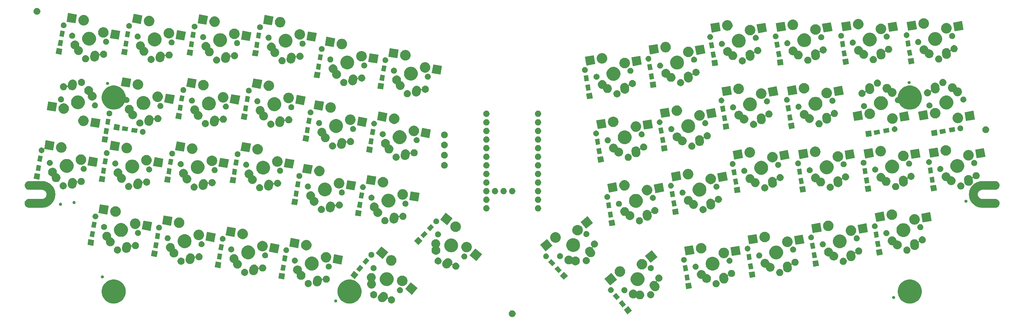
<source format=gbr>
G04 #@! TF.GenerationSoftware,KiCad,Pcbnew,(5.1.5-0-10_14)*
G04 #@! TF.CreationDate,2021-08-13T14:32:23-04:00*
G04 #@! TF.ProjectId,Laptreus-v3,4c617074-7265-4757-932d-76332e6b6963,rev?*
G04 #@! TF.SameCoordinates,Original*
G04 #@! TF.FileFunction,Soldermask,Top*
G04 #@! TF.FilePolarity,Negative*
%FSLAX46Y46*%
G04 Gerber Fmt 4.6, Leading zero omitted, Abs format (unit mm)*
G04 Created by KiCad (PCBNEW (5.1.5-0-10_14)) date 2021-08-13 14:32:23*
%MOMM*%
%LPD*%
G04 APERTURE LIST*
%ADD10C,0.100000*%
G04 APERTURE END LIST*
D10*
G36*
X147819372Y-127790179D02*
G01*
X147883771Y-127802989D01*
X148065760Y-127878371D01*
X148229545Y-127987809D01*
X148368833Y-128127097D01*
X148478271Y-128290882D01*
X148553653Y-128472871D01*
X148592082Y-128666069D01*
X148592082Y-128863051D01*
X148553653Y-129056249D01*
X148478271Y-129238238D01*
X148368833Y-129402023D01*
X148229545Y-129541311D01*
X148065760Y-129650749D01*
X147883771Y-129726131D01*
X147819372Y-129738941D01*
X147690575Y-129764560D01*
X147493589Y-129764560D01*
X147364792Y-129738941D01*
X147300393Y-129726131D01*
X147118404Y-129650749D01*
X146954619Y-129541311D01*
X146815331Y-129402023D01*
X146705893Y-129238238D01*
X146630511Y-129056249D01*
X146592082Y-128863051D01*
X146592082Y-128666069D01*
X146630511Y-128472871D01*
X146705893Y-128290882D01*
X146815331Y-128127097D01*
X146954619Y-127987809D01*
X147118404Y-127878371D01*
X147300393Y-127802989D01*
X147364792Y-127790179D01*
X147493589Y-127764560D01*
X147690575Y-127764560D01*
X147819372Y-127790179D01*
G37*
G36*
X182906969Y-127853824D02*
G01*
X181603161Y-128947848D01*
X180509137Y-127644040D01*
X181812945Y-126550016D01*
X182906969Y-127853824D01*
G37*
G36*
X181146791Y-126067270D02*
G01*
X180149401Y-126904180D01*
X179055377Y-125600372D01*
X180052767Y-124763462D01*
X181146791Y-126067270D01*
G37*
G36*
X265912443Y-118796770D02*
G01*
X265973042Y-118821871D01*
X266558685Y-119064452D01*
X267140287Y-119453066D01*
X267634898Y-119947677D01*
X268023512Y-120529279D01*
X268162118Y-120863904D01*
X268291194Y-121175521D01*
X268427656Y-121861564D01*
X268427656Y-122561052D01*
X268291194Y-123247095D01*
X268248797Y-123349451D01*
X268023512Y-123893337D01*
X267634898Y-124474939D01*
X267140287Y-124969550D01*
X266558685Y-125358164D01*
X266241795Y-125489424D01*
X265912443Y-125625846D01*
X265226400Y-125762308D01*
X264526912Y-125762308D01*
X263840869Y-125625846D01*
X263511517Y-125489424D01*
X263194627Y-125358164D01*
X262613025Y-124969550D01*
X262118414Y-124474939D01*
X261729800Y-123893337D01*
X261504515Y-123349451D01*
X261462118Y-123247095D01*
X261325656Y-122561052D01*
X261325656Y-121861564D01*
X261462118Y-121175521D01*
X261591194Y-120863904D01*
X261729800Y-120529279D01*
X262118414Y-119947677D01*
X262613025Y-119453066D01*
X263194627Y-119064452D01*
X263780270Y-118821871D01*
X263840869Y-118796770D01*
X264526912Y-118660308D01*
X265226400Y-118660308D01*
X265912443Y-118796770D01*
G37*
G36*
X100612443Y-118796770D02*
G01*
X100673042Y-118821871D01*
X101258685Y-119064452D01*
X101840287Y-119453066D01*
X102334898Y-119947677D01*
X102723512Y-120529279D01*
X102862118Y-120863904D01*
X102991194Y-121175521D01*
X103127656Y-121861564D01*
X103127656Y-122561052D01*
X102991194Y-123247095D01*
X102948797Y-123349451D01*
X102723512Y-123893337D01*
X102334898Y-124474939D01*
X101840287Y-124969550D01*
X101258685Y-125358164D01*
X100941795Y-125489424D01*
X100612443Y-125625846D01*
X99926400Y-125762308D01*
X99226912Y-125762308D01*
X98540869Y-125625846D01*
X98211517Y-125489424D01*
X97894627Y-125358164D01*
X97313025Y-124969550D01*
X96818414Y-124474939D01*
X96429800Y-123893337D01*
X96204515Y-123349451D01*
X96162118Y-123247095D01*
X96025656Y-122561052D01*
X96025656Y-121861564D01*
X96162118Y-121175521D01*
X96291194Y-120863904D01*
X96429800Y-120529279D01*
X96818414Y-119947677D01*
X97313025Y-119453066D01*
X97894627Y-119064452D01*
X98480270Y-118821871D01*
X98540869Y-118796770D01*
X99226912Y-118660308D01*
X99926400Y-118660308D01*
X100612443Y-118796770D01*
G37*
G36*
X31062443Y-118796770D02*
G01*
X31123042Y-118821871D01*
X31708685Y-119064452D01*
X32290287Y-119453066D01*
X32784898Y-119947677D01*
X33173512Y-120529279D01*
X33312118Y-120863904D01*
X33441194Y-121175521D01*
X33577656Y-121861564D01*
X33577656Y-122561052D01*
X33441194Y-123247095D01*
X33398797Y-123349451D01*
X33173512Y-123893337D01*
X32784898Y-124474939D01*
X32290287Y-124969550D01*
X31708685Y-125358164D01*
X31391795Y-125489424D01*
X31062443Y-125625846D01*
X30376400Y-125762308D01*
X29676912Y-125762308D01*
X28990869Y-125625846D01*
X28661517Y-125489424D01*
X28344627Y-125358164D01*
X27763025Y-124969550D01*
X27268414Y-124474939D01*
X26879800Y-123893337D01*
X26654515Y-123349451D01*
X26612118Y-123247095D01*
X26475656Y-122561052D01*
X26475656Y-121861564D01*
X26612118Y-121175521D01*
X26741194Y-120863904D01*
X26879800Y-120529279D01*
X27268414Y-119947677D01*
X27763025Y-119453066D01*
X28344627Y-119064452D01*
X28930270Y-118821871D01*
X28990869Y-118796770D01*
X29676912Y-118660308D01*
X30376400Y-118660308D01*
X31062443Y-118796770D01*
G37*
G36*
X109842997Y-122340242D02*
G01*
X109859337Y-122341535D01*
X109982648Y-122376370D01*
X110105960Y-122411206D01*
X110182057Y-122450021D01*
X110334252Y-122527652D01*
X110535438Y-122686398D01*
X110701790Y-122881343D01*
X110826914Y-123104997D01*
X110826914Y-123104998D01*
X110906000Y-123348763D01*
X110936011Y-123603276D01*
X110915793Y-123858747D01*
X110890174Y-123949431D01*
X110885856Y-123973552D01*
X110886326Y-123998052D01*
X110891567Y-124021989D01*
X110901377Y-124044443D01*
X110915379Y-124064553D01*
X110933036Y-124081544D01*
X110953668Y-124094764D01*
X110976482Y-124103705D01*
X111000603Y-124108023D01*
X111025103Y-124107553D01*
X111049040Y-124102312D01*
X111071494Y-124092502D01*
X111091604Y-124078500D01*
X111114398Y-124052860D01*
X111147656Y-124003086D01*
X111294048Y-123856694D01*
X111459158Y-123746371D01*
X111466186Y-123741675D01*
X111466188Y-123741674D01*
X111657457Y-123662448D01*
X111860505Y-123622059D01*
X112067537Y-123622059D01*
X112270585Y-123662448D01*
X112461854Y-123741674D01*
X112461856Y-123741675D01*
X112633994Y-123856694D01*
X112780386Y-124003086D01*
X112885277Y-124160066D01*
X112895406Y-124175226D01*
X112974632Y-124366495D01*
X113015021Y-124569543D01*
X113015021Y-124776575D01*
X112974632Y-124979623D01*
X112921642Y-125107552D01*
X112895405Y-125170894D01*
X112780386Y-125343032D01*
X112633994Y-125489424D01*
X112461856Y-125604443D01*
X112461855Y-125604444D01*
X112461854Y-125604444D01*
X112270585Y-125683670D01*
X112067537Y-125724059D01*
X111860505Y-125724059D01*
X111657457Y-125683670D01*
X111466188Y-125604444D01*
X111466187Y-125604444D01*
X111466186Y-125604443D01*
X111294048Y-125489424D01*
X111147656Y-125343032D01*
X111032637Y-125170894D01*
X111006400Y-125107552D01*
X110953410Y-124979623D01*
X110913021Y-124776575D01*
X110913021Y-124569543D01*
X110936077Y-124453631D01*
X110938479Y-124429245D01*
X110936077Y-124404859D01*
X110928964Y-124381410D01*
X110917413Y-124359799D01*
X110901867Y-124340857D01*
X110882925Y-124325312D01*
X110861315Y-124313761D01*
X110837866Y-124306648D01*
X110813480Y-124304246D01*
X110789094Y-124306648D01*
X110765645Y-124313761D01*
X110744034Y-124325312D01*
X110725092Y-124340858D01*
X110715356Y-124351809D01*
X110610706Y-124484438D01*
X110119908Y-124994452D01*
X109973810Y-125119121D01*
X109881267Y-125170894D01*
X109750155Y-125244245D01*
X109506390Y-125323331D01*
X109251877Y-125353342D01*
X109012745Y-125334416D01*
X108996405Y-125333123D01*
X108873094Y-125298288D01*
X108749782Y-125263452D01*
X108635637Y-125205229D01*
X108521491Y-125147006D01*
X108320304Y-124988260D01*
X108153952Y-124793315D01*
X108060172Y-124625686D01*
X108028828Y-124569660D01*
X107949742Y-124325895D01*
X107919731Y-124071382D01*
X107939950Y-123815911D01*
X107960922Y-123741675D01*
X107994713Y-123622059D01*
X108009621Y-123569287D01*
X108126067Y-123340996D01*
X108200159Y-123247095D01*
X108245036Y-123190220D01*
X108735834Y-122680206D01*
X108881932Y-122555537D01*
X109105586Y-122430413D01*
X109349351Y-122351327D01*
X109603864Y-122321316D01*
X109842997Y-122340242D01*
G37*
G36*
X95641552Y-124542331D02*
G01*
X95723627Y-124576328D01*
X95723629Y-124576329D01*
X95797496Y-124625686D01*
X95860314Y-124688504D01*
X95907590Y-124759256D01*
X95909672Y-124762373D01*
X95943669Y-124844448D01*
X95961000Y-124931579D01*
X95961000Y-125020421D01*
X95943669Y-125107552D01*
X95909672Y-125189627D01*
X95860344Y-125263452D01*
X95860314Y-125263496D01*
X95797496Y-125326314D01*
X95723629Y-125375671D01*
X95723628Y-125375672D01*
X95723627Y-125375672D01*
X95641552Y-125409669D01*
X95554421Y-125427000D01*
X95465579Y-125427000D01*
X95378448Y-125409669D01*
X95296373Y-125375672D01*
X95296372Y-125375672D01*
X95296371Y-125375671D01*
X95222504Y-125326314D01*
X95159686Y-125263496D01*
X95159657Y-125263452D01*
X95110328Y-125189627D01*
X95076331Y-125107552D01*
X95059000Y-125020421D01*
X95059000Y-124931579D01*
X95076331Y-124844448D01*
X95110328Y-124762373D01*
X95112411Y-124759256D01*
X95159686Y-124688504D01*
X95222504Y-124625686D01*
X95296371Y-124576329D01*
X95296373Y-124576328D01*
X95378448Y-124542331D01*
X95465579Y-124525000D01*
X95554421Y-124525000D01*
X95641552Y-124542331D01*
G37*
G36*
X179346985Y-123922346D02*
G01*
X178349595Y-124759256D01*
X177255571Y-123455448D01*
X178252961Y-122618538D01*
X179346985Y-123922346D01*
G37*
G36*
X183669940Y-121693936D02*
G01*
X183906706Y-121792008D01*
X183906708Y-121792009D01*
X184053799Y-121890292D01*
X184119792Y-121934387D01*
X184301007Y-122115602D01*
X184307029Y-122124615D01*
X184322574Y-122143557D01*
X184341516Y-122159103D01*
X184363126Y-122170654D01*
X184386575Y-122177768D01*
X184410961Y-122180170D01*
X184435347Y-122177769D01*
X184458796Y-122170656D01*
X184480409Y-122159104D01*
X184527434Y-122127683D01*
X184616186Y-122068381D01*
X184616188Y-122068380D01*
X184852954Y-121970308D01*
X185104302Y-121920312D01*
X185360580Y-121920312D01*
X185611928Y-121970308D01*
X185848694Y-122068380D01*
X185848696Y-122068381D01*
X186061780Y-122210759D01*
X186242994Y-122391973D01*
X186382455Y-122600691D01*
X186385373Y-122605059D01*
X186483445Y-122841825D01*
X186533441Y-123093173D01*
X186533441Y-123349451D01*
X186483445Y-123600799D01*
X186453743Y-123672505D01*
X186385372Y-123837567D01*
X186242994Y-124050651D01*
X186061780Y-124231865D01*
X185848696Y-124374243D01*
X185848695Y-124374244D01*
X185848694Y-124374244D01*
X185611928Y-124472316D01*
X185360580Y-124522312D01*
X185104302Y-124522312D01*
X184852954Y-124472316D01*
X184616188Y-124374244D01*
X184616187Y-124374244D01*
X184616186Y-124374243D01*
X184403102Y-124231865D01*
X184221888Y-124050651D01*
X184215865Y-124041637D01*
X184200320Y-124022695D01*
X184181378Y-124007149D01*
X184159768Y-123995598D01*
X184136319Y-123988484D01*
X184111933Y-123986082D01*
X184087547Y-123988483D01*
X184064098Y-123995596D01*
X184042485Y-124007148D01*
X184020274Y-124021989D01*
X183906708Y-124097871D01*
X183906707Y-124097872D01*
X183906706Y-124097872D01*
X183669940Y-124195944D01*
X183418592Y-124245940D01*
X183162314Y-124245940D01*
X182910966Y-124195944D01*
X182674200Y-124097872D01*
X182674199Y-124097872D01*
X182674198Y-124097871D01*
X182461114Y-123955493D01*
X182279900Y-123774279D01*
X182137522Y-123561195D01*
X182092705Y-123452997D01*
X182039449Y-123324427D01*
X181989453Y-123073079D01*
X181989453Y-122816801D01*
X182039449Y-122565453D01*
X182137521Y-122328687D01*
X182137945Y-122328053D01*
X182279900Y-122115601D01*
X182461114Y-121934387D01*
X182674198Y-121792009D01*
X182674200Y-121792008D01*
X182910966Y-121693936D01*
X183162314Y-121643940D01*
X183418592Y-121643940D01*
X183669940Y-121693936D01*
G37*
G36*
X260233552Y-123526331D02*
G01*
X260315627Y-123560328D01*
X260315629Y-123560329D01*
X260316922Y-123561193D01*
X260376198Y-123600800D01*
X260389496Y-123609686D01*
X260452314Y-123672504D01*
X260498533Y-123741674D01*
X260501672Y-123746373D01*
X260535669Y-123828448D01*
X260553000Y-123915579D01*
X260553000Y-124004421D01*
X260535669Y-124091552D01*
X260501672Y-124173627D01*
X260452315Y-124247495D01*
X260389495Y-124310315D01*
X260367050Y-124325312D01*
X260315629Y-124359671D01*
X260315628Y-124359672D01*
X260315627Y-124359672D01*
X260233552Y-124393669D01*
X260146421Y-124411000D01*
X260057579Y-124411000D01*
X259970448Y-124393669D01*
X259888373Y-124359672D01*
X259888372Y-124359672D01*
X259888371Y-124359671D01*
X259836950Y-124325312D01*
X259814505Y-124310315D01*
X259751685Y-124247495D01*
X259702328Y-124173627D01*
X259668331Y-124091552D01*
X259651000Y-124004421D01*
X259651000Y-123915579D01*
X259668331Y-123828448D01*
X259702328Y-123746373D01*
X259705468Y-123741674D01*
X259751686Y-123672504D01*
X259814504Y-123609686D01*
X259827803Y-123600800D01*
X259887078Y-123561193D01*
X259888371Y-123560329D01*
X259888373Y-123560328D01*
X259970448Y-123526331D01*
X260057579Y-123509000D01*
X260146421Y-123509000D01*
X260233552Y-123526331D01*
G37*
G36*
X188739692Y-122135822D02*
G01*
X188930961Y-122215048D01*
X188930963Y-122215049D01*
X189103101Y-122330068D01*
X189249493Y-122476460D01*
X189363166Y-122646583D01*
X189364513Y-122648600D01*
X189443739Y-122839869D01*
X189484128Y-123042917D01*
X189484128Y-123249949D01*
X189443739Y-123452997D01*
X189365347Y-123642253D01*
X189364512Y-123644268D01*
X189249493Y-123816406D01*
X189103101Y-123962798D01*
X188930963Y-124077817D01*
X188930962Y-124077818D01*
X188930961Y-124077818D01*
X188739692Y-124157044D01*
X188536644Y-124197433D01*
X188329612Y-124197433D01*
X188126564Y-124157044D01*
X187935295Y-124077818D01*
X187935294Y-124077818D01*
X187935293Y-124077817D01*
X187763155Y-123962798D01*
X187616763Y-123816406D01*
X187501744Y-123644268D01*
X187500909Y-123642253D01*
X187422517Y-123452997D01*
X187382128Y-123249949D01*
X187382128Y-123042917D01*
X187422517Y-122839869D01*
X187501743Y-122648600D01*
X187503091Y-122646583D01*
X187616763Y-122476460D01*
X187763155Y-122330068D01*
X187935293Y-122215049D01*
X187935295Y-122215048D01*
X188126564Y-122135822D01*
X188329612Y-122095433D01*
X188536644Y-122095433D01*
X188739692Y-122135822D01*
G37*
G36*
X107026230Y-122133807D02*
G01*
X107138160Y-122180170D01*
X107217501Y-122213034D01*
X107389639Y-122328053D01*
X107536031Y-122474445D01*
X107636486Y-122624786D01*
X107651051Y-122646585D01*
X107730277Y-122837854D01*
X107770666Y-123040902D01*
X107770666Y-123247934D01*
X107730277Y-123450982D01*
X107667196Y-123603274D01*
X107651050Y-123642253D01*
X107536031Y-123814391D01*
X107389639Y-123960783D01*
X107217501Y-124075802D01*
X107217500Y-124075803D01*
X107217499Y-124075803D01*
X107026230Y-124155029D01*
X106823182Y-124195418D01*
X106616150Y-124195418D01*
X106413102Y-124155029D01*
X106221833Y-124075803D01*
X106221832Y-124075803D01*
X106221831Y-124075802D01*
X106049693Y-123960783D01*
X105903301Y-123814391D01*
X105788282Y-123642253D01*
X105772136Y-123603274D01*
X105709055Y-123450982D01*
X105668666Y-123247934D01*
X105668666Y-123040902D01*
X105709055Y-122837854D01*
X105788281Y-122646585D01*
X105802847Y-122624786D01*
X105903301Y-122474445D01*
X106049693Y-122328053D01*
X106221831Y-122213034D01*
X106301172Y-122180170D01*
X106413102Y-122133807D01*
X106616150Y-122093418D01*
X106823182Y-122093418D01*
X107026230Y-122133807D01*
G37*
G36*
X119691541Y-121182600D02*
G01*
X118019007Y-123175847D01*
X115987457Y-121471174D01*
X117659991Y-119477927D01*
X119691541Y-121182600D01*
G37*
G36*
X180859335Y-120946867D02*
G01*
X180943333Y-120963575D01*
X181010121Y-120991240D01*
X181104573Y-121030363D01*
X181104574Y-121030364D01*
X181249688Y-121127326D01*
X181373097Y-121250735D01*
X181395554Y-121284345D01*
X181470060Y-121395850D01*
X181501260Y-121471174D01*
X181536014Y-121555076D01*
X181536848Y-121557091D01*
X181570496Y-121726249D01*
X181570896Y-121728264D01*
X181570896Y-121902790D01*
X181536848Y-122073964D01*
X181511225Y-122135822D01*
X181470060Y-122235204D01*
X181470059Y-122235205D01*
X181373097Y-122380319D01*
X181249688Y-122503728D01*
X181213461Y-122527934D01*
X181104573Y-122600691D01*
X181046402Y-122624786D01*
X180943333Y-122667479D01*
X180886275Y-122678828D01*
X180772161Y-122701527D01*
X180597631Y-122701527D01*
X180483517Y-122678828D01*
X180426459Y-122667479D01*
X180323390Y-122624786D01*
X180265219Y-122600691D01*
X180156331Y-122527934D01*
X180120104Y-122503728D01*
X179996695Y-122380319D01*
X179899733Y-122235205D01*
X179899732Y-122235204D01*
X179858567Y-122135822D01*
X179832944Y-122073964D01*
X179798896Y-121902790D01*
X179798896Y-121728264D01*
X179799297Y-121726249D01*
X179832944Y-121557091D01*
X179833779Y-121555076D01*
X179868532Y-121471174D01*
X179899732Y-121395850D01*
X179974238Y-121284345D01*
X179996695Y-121250735D01*
X180120104Y-121127326D01*
X180265218Y-121030364D01*
X180265219Y-121030363D01*
X180359671Y-120991240D01*
X180426459Y-120963575D01*
X180510457Y-120946867D01*
X180597631Y-120929527D01*
X180772161Y-120929527D01*
X180859335Y-120946867D01*
G37*
G36*
X114652467Y-120946867D02*
G01*
X114726335Y-120961560D01*
X114793123Y-120989225D01*
X114887575Y-121028348D01*
X114890592Y-121030364D01*
X115032690Y-121125311D01*
X115156099Y-121248720D01*
X115194612Y-121306359D01*
X115253062Y-121393835D01*
X115285097Y-121471174D01*
X115307624Y-121525558D01*
X115319850Y-121555076D01*
X115353898Y-121726247D01*
X115353898Y-121900777D01*
X115344136Y-121949853D01*
X115319850Y-122071949D01*
X115301768Y-122115602D01*
X115253062Y-122233189D01*
X115251715Y-122235205D01*
X115156099Y-122378304D01*
X115032690Y-122501713D01*
X114993449Y-122527933D01*
X114887575Y-122598676D01*
X114793123Y-122637799D01*
X114726335Y-122665464D01*
X114669277Y-122676813D01*
X114555163Y-122699512D01*
X114380633Y-122699512D01*
X114266519Y-122676813D01*
X114209461Y-122665464D01*
X114142673Y-122637799D01*
X114048221Y-122598676D01*
X113942347Y-122527933D01*
X113903106Y-122501713D01*
X113779697Y-122378304D01*
X113684081Y-122235205D01*
X113682734Y-122233189D01*
X113634028Y-122115602D01*
X113615946Y-122071949D01*
X113591660Y-121949853D01*
X113581898Y-121900777D01*
X113581898Y-121726247D01*
X113615946Y-121555076D01*
X113628173Y-121525558D01*
X113650699Y-121471174D01*
X113682734Y-121393835D01*
X113741184Y-121306359D01*
X113779697Y-121248720D01*
X113903106Y-121125311D01*
X114045204Y-121030364D01*
X114048221Y-121028348D01*
X114142673Y-120989225D01*
X114209461Y-120961560D01*
X114283329Y-120946867D01*
X114380633Y-120927512D01*
X114555163Y-120927512D01*
X114652467Y-120946867D01*
G37*
G36*
X176942537Y-120955489D02*
G01*
X177097409Y-121019639D01*
X177236790Y-121112771D01*
X177355324Y-121231305D01*
X177448456Y-121370686D01*
X177512606Y-121525558D01*
X177545309Y-121689970D01*
X177545309Y-121857602D01*
X177512606Y-122022014D01*
X177448456Y-122176886D01*
X177355324Y-122316267D01*
X177236790Y-122434801D01*
X177097409Y-122527933D01*
X176942537Y-122592083D01*
X176778125Y-122624786D01*
X176610493Y-122624786D01*
X176446081Y-122592083D01*
X176291209Y-122527933D01*
X176151828Y-122434801D01*
X176033294Y-122316267D01*
X175940162Y-122176886D01*
X175876012Y-122022014D01*
X175843309Y-121857602D01*
X175843309Y-121689970D01*
X175876012Y-121525558D01*
X175940162Y-121370686D01*
X176033294Y-121231305D01*
X176151828Y-121112771D01*
X176291209Y-121019639D01*
X176446081Y-120955489D01*
X176610493Y-120922786D01*
X176778125Y-120922786D01*
X176942537Y-120955489D01*
G37*
G36*
X191155782Y-117236587D02*
G01*
X191347051Y-117315813D01*
X191347053Y-117315814D01*
X191519191Y-117430833D01*
X191665583Y-117577225D01*
X191777097Y-117744117D01*
X191780603Y-117749365D01*
X191859829Y-117940634D01*
X191900218Y-118143682D01*
X191900218Y-118350714D01*
X191859829Y-118553762D01*
X191799023Y-118700560D01*
X191780602Y-118745033D01*
X191665583Y-118917171D01*
X191519191Y-119063563D01*
X191347053Y-119178582D01*
X191347052Y-119178583D01*
X191347051Y-119178583D01*
X191155782Y-119257809D01*
X190952734Y-119298198D01*
X190745702Y-119298198D01*
X190542653Y-119257809D01*
X190457093Y-119222369D01*
X190433644Y-119215256D01*
X190409258Y-119212854D01*
X190384871Y-119215256D01*
X190361423Y-119222369D01*
X190339812Y-119233920D01*
X190320870Y-119249466D01*
X190305325Y-119268408D01*
X190293774Y-119290018D01*
X190286661Y-119313467D01*
X190284259Y-119337853D01*
X190286661Y-119362240D01*
X190293774Y-119385688D01*
X190305325Y-119407299D01*
X190315966Y-119421046D01*
X190428462Y-119547198D01*
X190845501Y-120119101D01*
X190929264Y-120261446D01*
X190942908Y-120284632D01*
X191027292Y-120526611D01*
X191039031Y-120610399D01*
X191062848Y-120780407D01*
X191048207Y-121036262D01*
X190983934Y-121284345D01*
X190893718Y-121471174D01*
X190872496Y-121515123D01*
X190740619Y-121689971D01*
X190718176Y-121719726D01*
X190526907Y-121890291D01*
X190390927Y-121970309D01*
X190306037Y-122020263D01*
X190064053Y-122104649D01*
X189810259Y-122140205D01*
X189810257Y-122140205D01*
X189554402Y-122125564D01*
X189306320Y-122061291D01*
X189075542Y-121949853D01*
X188996574Y-121890292D01*
X188870940Y-121795534D01*
X188867797Y-121792009D01*
X188743113Y-121652190D01*
X188743111Y-121652188D01*
X188326076Y-121080291D01*
X188326073Y-121080287D01*
X188228668Y-120914760D01*
X188228667Y-120914759D01*
X188228666Y-120914756D01*
X188144282Y-120672776D01*
X188108726Y-120418982D01*
X188123367Y-120163126D01*
X188131043Y-120133498D01*
X188187640Y-119915043D01*
X188299078Y-119684265D01*
X188393819Y-119558654D01*
X188453397Y-119479663D01*
X188455344Y-119477927D01*
X188644667Y-119309097D01*
X188865537Y-119179125D01*
X189107521Y-119094739D01*
X189198208Y-119082034D01*
X189361315Y-119059183D01*
X189361317Y-119059183D01*
X189617171Y-119073824D01*
X189865254Y-119138097D01*
X189951958Y-119179964D01*
X189974955Y-119188403D01*
X189999164Y-119192194D01*
X190023648Y-119191189D01*
X190047465Y-119185427D01*
X190069700Y-119175129D01*
X190089499Y-119160692D01*
X190106101Y-119142669D01*
X190118868Y-119121753D01*
X190127309Y-119098749D01*
X190131100Y-119074540D01*
X190130095Y-119050056D01*
X190124333Y-119026239D01*
X190114035Y-119004004D01*
X190094693Y-118979011D01*
X190032853Y-118917171D01*
X189979563Y-118837417D01*
X189917834Y-118745033D01*
X189899413Y-118700560D01*
X189838607Y-118553762D01*
X189798218Y-118350714D01*
X189798218Y-118143682D01*
X189838607Y-117940634D01*
X189917833Y-117749365D01*
X189921340Y-117744117D01*
X190032853Y-117577225D01*
X190179245Y-117430833D01*
X190351383Y-117315814D01*
X190351385Y-117315813D01*
X190542654Y-117236587D01*
X190745702Y-117196198D01*
X190952734Y-117196198D01*
X191155782Y-117236587D01*
G37*
G36*
X200595363Y-121216669D02*
G01*
X198919220Y-121512218D01*
X198623671Y-119836075D01*
X200299814Y-119540526D01*
X200595363Y-121216669D01*
G37*
G36*
X106404569Y-116793879D02*
G01*
X106641335Y-116891951D01*
X106641337Y-116891952D01*
X106854421Y-117034330D01*
X107035635Y-117215544D01*
X107167571Y-117413000D01*
X107178014Y-117428630D01*
X107276086Y-117665396D01*
X107326082Y-117916744D01*
X107326082Y-118173022D01*
X107276086Y-118424370D01*
X107178357Y-118660308D01*
X107178013Y-118661138D01*
X107083696Y-118802294D01*
X107035633Y-118874225D01*
X107005648Y-118904211D01*
X106990103Y-118923153D01*
X106978552Y-118944763D01*
X106971440Y-118968212D01*
X106969038Y-118992599D01*
X106971440Y-119016985D01*
X106978554Y-119040434D01*
X106990105Y-119062044D01*
X107005649Y-119080985D01*
X107100684Y-119176020D01*
X107240780Y-119385688D01*
X107243063Y-119389106D01*
X107341135Y-119625872D01*
X107391131Y-119877220D01*
X107391131Y-120133498D01*
X107341135Y-120384846D01*
X107243063Y-120621612D01*
X107243062Y-120621614D01*
X107100684Y-120834698D01*
X106919470Y-121015912D01*
X106706386Y-121158290D01*
X106706385Y-121158291D01*
X106706384Y-121158291D01*
X106469618Y-121256363D01*
X106218270Y-121306359D01*
X105961992Y-121306359D01*
X105710644Y-121256363D01*
X105473878Y-121158291D01*
X105473877Y-121158291D01*
X105473876Y-121158290D01*
X105260792Y-121015912D01*
X105079578Y-120834698D01*
X104937200Y-120621614D01*
X104937199Y-120621612D01*
X104839127Y-120384846D01*
X104789131Y-120133498D01*
X104789131Y-119877220D01*
X104839127Y-119625872D01*
X104937199Y-119389106D01*
X104939483Y-119385688D01*
X105030503Y-119249466D01*
X105079579Y-119176018D01*
X105109563Y-119146035D01*
X105125109Y-119127093D01*
X105136660Y-119105483D01*
X105143774Y-119082034D01*
X105146176Y-119057648D01*
X105143774Y-119033261D01*
X105136662Y-119009812D01*
X105125111Y-118988202D01*
X105109565Y-118969258D01*
X105014529Y-118874222D01*
X104966468Y-118802294D01*
X104872151Y-118661138D01*
X104871807Y-118660308D01*
X104774078Y-118424370D01*
X104724082Y-118173022D01*
X104724082Y-117916744D01*
X104774078Y-117665396D01*
X104872150Y-117428630D01*
X104882594Y-117413000D01*
X105014529Y-117215544D01*
X105195743Y-117034330D01*
X105408827Y-116891952D01*
X105408829Y-116891951D01*
X105645595Y-116793879D01*
X105896943Y-116743883D01*
X106153221Y-116743883D01*
X106404569Y-116793879D01*
G37*
G36*
X208044578Y-118885256D02*
G01*
X208235847Y-118964482D01*
X208235849Y-118964483D01*
X208407987Y-119079502D01*
X208554379Y-119225894D01*
X208665839Y-119392705D01*
X208669399Y-119398034D01*
X208748625Y-119589303D01*
X208789014Y-119792351D01*
X208789014Y-119999383D01*
X208748625Y-120202431D01*
X208683790Y-120358957D01*
X208669398Y-120393702D01*
X208554379Y-120565840D01*
X208407987Y-120712232D01*
X208235849Y-120827251D01*
X208235848Y-120827252D01*
X208235847Y-120827252D01*
X208044578Y-120906478D01*
X207841530Y-120946867D01*
X207634498Y-120946867D01*
X207431450Y-120906478D01*
X207240181Y-120827252D01*
X207240180Y-120827252D01*
X207240179Y-120827251D01*
X207068041Y-120712232D01*
X206921649Y-120565840D01*
X206806630Y-120393702D01*
X206792238Y-120358957D01*
X206727403Y-120202431D01*
X206687014Y-119999383D01*
X206687014Y-119792351D01*
X206727403Y-119589303D01*
X206806629Y-119398034D01*
X206810190Y-119392705D01*
X206921649Y-119225894D01*
X207068041Y-119079502D01*
X207240179Y-118964483D01*
X207240181Y-118964482D01*
X207431450Y-118885256D01*
X207634498Y-118844867D01*
X207841530Y-118844867D01*
X208044578Y-118885256D01*
G37*
G36*
X87721270Y-118842683D02*
G01*
X87878508Y-118907813D01*
X87912541Y-118921910D01*
X88084679Y-119036929D01*
X88231071Y-119183321D01*
X88339692Y-119345883D01*
X88346091Y-119355461D01*
X88425317Y-119546730D01*
X88465706Y-119749778D01*
X88465706Y-119956810D01*
X88425317Y-120159858D01*
X88373634Y-120284632D01*
X88346090Y-120351129D01*
X88231071Y-120523267D01*
X88084679Y-120669659D01*
X87912541Y-120784678D01*
X87912540Y-120784679D01*
X87912539Y-120784679D01*
X87721270Y-120863905D01*
X87518222Y-120904294D01*
X87311190Y-120904294D01*
X87108142Y-120863905D01*
X86916873Y-120784679D01*
X86916872Y-120784679D01*
X86916871Y-120784678D01*
X86744733Y-120669659D01*
X86598341Y-120523267D01*
X86483322Y-120351129D01*
X86455778Y-120284632D01*
X86404095Y-120159858D01*
X86363706Y-119956810D01*
X86363706Y-119749778D01*
X86404095Y-119546730D01*
X86483321Y-119355461D01*
X86489721Y-119345883D01*
X86598341Y-119183321D01*
X86744733Y-119036929D01*
X86916871Y-118921910D01*
X86950904Y-118907813D01*
X87108142Y-118842683D01*
X87311190Y-118802294D01*
X87518222Y-118802294D01*
X87721270Y-118842683D01*
G37*
G36*
X93027335Y-117544347D02*
G01*
X93218604Y-117623573D01*
X93218606Y-117623574D01*
X93390744Y-117738593D01*
X93537136Y-117884985D01*
X93611015Y-117995552D01*
X93652156Y-118057125D01*
X93731382Y-118248394D01*
X93771771Y-118451442D01*
X93771771Y-118658474D01*
X93731382Y-118861522D01*
X93658726Y-119036929D01*
X93652155Y-119052793D01*
X93537136Y-119224931D01*
X93390744Y-119371323D01*
X93218606Y-119486342D01*
X93218605Y-119486343D01*
X93218604Y-119486343D01*
X93027335Y-119565569D01*
X92824287Y-119605958D01*
X92617255Y-119605958D01*
X92414207Y-119565569D01*
X92222938Y-119486343D01*
X92222937Y-119486343D01*
X92222936Y-119486342D01*
X92050798Y-119371323D01*
X91904406Y-119224931D01*
X91873437Y-119178583D01*
X91789386Y-119052792D01*
X91716973Y-118877969D01*
X91705422Y-118856359D01*
X91689877Y-118837417D01*
X91670935Y-118821871D01*
X91649324Y-118810320D01*
X91625876Y-118803207D01*
X91601489Y-118800805D01*
X91577103Y-118803207D01*
X91553654Y-118810320D01*
X91532044Y-118821871D01*
X91513102Y-118837416D01*
X91497556Y-118856358D01*
X91486005Y-118877969D01*
X91477793Y-118907808D01*
X91462134Y-119015469D01*
X91454455Y-119068266D01*
X91431335Y-119161690D01*
X91284420Y-119755347D01*
X91259834Y-119824679D01*
X91220230Y-119936364D01*
X91182701Y-119999381D01*
X91089103Y-120156550D01*
X90917538Y-120346924D01*
X90904110Y-120356942D01*
X90712132Y-120500170D01*
X90574296Y-120565840D01*
X90480774Y-120610398D01*
X90480772Y-120610398D01*
X90480771Y-120610399D01*
X90325389Y-120649789D01*
X90232357Y-120673373D01*
X89976428Y-120686674D01*
X89722823Y-120649790D01*
X89589237Y-120602419D01*
X89481284Y-120564138D01*
X89371192Y-120498575D01*
X89261098Y-120433011D01*
X89070724Y-120261446D01*
X89026696Y-120202432D01*
X88917478Y-120056040D01*
X88832081Y-119876800D01*
X88807250Y-119824682D01*
X88803305Y-119809119D01*
X88744276Y-119576269D01*
X88744275Y-119576265D01*
X88730974Y-119320336D01*
X88758616Y-119130276D01*
X88928652Y-118443193D01*
X88992841Y-118262178D01*
X89123969Y-118041990D01*
X89295533Y-117851616D01*
X89295534Y-117851616D01*
X89295535Y-117851614D01*
X89500937Y-117698372D01*
X89688102Y-117609199D01*
X89732298Y-117588142D01*
X89732300Y-117588142D01*
X89732301Y-117588141D01*
X89980711Y-117525168D01*
X90201643Y-117513686D01*
X90236643Y-117511867D01*
X90236644Y-117511867D01*
X90490251Y-117548751D01*
X90731788Y-117634402D01*
X90839202Y-117698371D01*
X90951974Y-117765530D01*
X91037206Y-117842341D01*
X91142350Y-117937095D01*
X91295592Y-118142497D01*
X91353324Y-118263671D01*
X91405822Y-118373858D01*
X91412711Y-118401034D01*
X91426486Y-118455371D01*
X91434806Y-118478419D01*
X91447464Y-118499401D01*
X91463971Y-118517510D01*
X91483694Y-118532051D01*
X91505876Y-118542465D01*
X91529662Y-118548352D01*
X91554140Y-118549485D01*
X91578369Y-118545820D01*
X91601417Y-118537500D01*
X91622399Y-118524842D01*
X91640508Y-118508335D01*
X91655049Y-118488612D01*
X91665463Y-118466430D01*
X91670249Y-118449040D01*
X91710160Y-118248394D01*
X91789386Y-118057125D01*
X91830528Y-117995552D01*
X91904406Y-117884985D01*
X92050798Y-117738593D01*
X92222936Y-117623574D01*
X92222938Y-117623573D01*
X92414207Y-117544347D01*
X92617255Y-117503958D01*
X92824287Y-117503958D01*
X93027335Y-117544347D01*
G37*
G36*
X115347155Y-117513685D02*
G01*
X115580112Y-117560023D01*
X115862376Y-117676940D01*
X116116407Y-117846678D01*
X116332443Y-118062714D01*
X116502181Y-118316745D01*
X116619098Y-118599009D01*
X116639298Y-118700560D01*
X116678702Y-118898658D01*
X116678702Y-119204180D01*
X116657833Y-119309096D01*
X116619098Y-119503829D01*
X116502181Y-119786093D01*
X116332443Y-120040124D01*
X116116407Y-120256160D01*
X115862376Y-120425898D01*
X115580112Y-120542815D01*
X115472914Y-120564138D01*
X115280463Y-120602419D01*
X114974941Y-120602419D01*
X114782490Y-120564138D01*
X114675292Y-120542815D01*
X114393028Y-120425898D01*
X114138997Y-120256160D01*
X113922961Y-120040124D01*
X113753223Y-119786093D01*
X113636306Y-119503829D01*
X113597571Y-119309096D01*
X113576702Y-119204180D01*
X113576702Y-118898658D01*
X113616106Y-118700560D01*
X113636306Y-118599009D01*
X113753223Y-118316745D01*
X113922961Y-118062714D01*
X114138997Y-117846678D01*
X114393028Y-117676940D01*
X114675292Y-117560023D01*
X114908249Y-117513685D01*
X114974941Y-117500419D01*
X115280463Y-117500419D01*
X115347155Y-117513685D01*
G37*
G36*
X185171765Y-116587513D02*
G01*
X185319751Y-116648811D01*
X185543221Y-116741375D01*
X185877521Y-116964748D01*
X186161820Y-117249047D01*
X186385193Y-117583347D01*
X186460655Y-117765530D01*
X186539055Y-117954803D01*
X186617492Y-118349135D01*
X186617492Y-118751197D01*
X186539055Y-119145529D01*
X186479205Y-119290018D01*
X186385193Y-119516985D01*
X186161820Y-119851285D01*
X185877521Y-120135584D01*
X185543221Y-120358957D01*
X185398307Y-120418982D01*
X185171765Y-120512819D01*
X184777433Y-120591256D01*
X184375371Y-120591256D01*
X183981039Y-120512819D01*
X183754497Y-120418982D01*
X183609583Y-120358957D01*
X183275283Y-120135584D01*
X182990984Y-119851285D01*
X182767611Y-119516985D01*
X182673599Y-119290018D01*
X182613749Y-119145529D01*
X182535312Y-118751197D01*
X182535312Y-118349135D01*
X182613749Y-117954803D01*
X182692149Y-117765530D01*
X182767611Y-117583347D01*
X182990984Y-117249047D01*
X183275283Y-116964748D01*
X183609583Y-116741375D01*
X183833053Y-116648811D01*
X183981039Y-116587513D01*
X184375371Y-116509076D01*
X184777433Y-116509076D01*
X185171765Y-116587513D01*
G37*
G36*
X111171755Y-116585498D02*
G01*
X111275247Y-116628366D01*
X111543211Y-116739360D01*
X111877511Y-116962733D01*
X112161810Y-117247032D01*
X112385183Y-117581332D01*
X112466028Y-117776509D01*
X112539045Y-117952788D01*
X112617482Y-118347120D01*
X112617482Y-118749182D01*
X112539045Y-119143514D01*
X112513916Y-119204180D01*
X112385183Y-119514970D01*
X112161810Y-119849270D01*
X111877511Y-120133569D01*
X111543211Y-120356942D01*
X111359563Y-120433011D01*
X111171755Y-120510804D01*
X110777423Y-120589241D01*
X110375361Y-120589241D01*
X109981029Y-120510804D01*
X109793221Y-120433011D01*
X109609573Y-120356942D01*
X109275273Y-120133569D01*
X108990974Y-119849270D01*
X108767601Y-119514970D01*
X108638868Y-119204180D01*
X108613739Y-119143514D01*
X108535302Y-118749182D01*
X108535302Y-118347120D01*
X108613739Y-117952788D01*
X108686756Y-117776509D01*
X108767601Y-117581332D01*
X108990974Y-117247032D01*
X109275273Y-116962733D01*
X109609573Y-116739360D01*
X109877537Y-116628366D01*
X109981029Y-116585498D01*
X110375361Y-116507061D01*
X110777423Y-116507061D01*
X111171755Y-116585498D01*
G37*
G36*
X178497872Y-118717524D02*
G01*
X176466322Y-120422197D01*
X174793788Y-118428950D01*
X176825338Y-116724277D01*
X178497872Y-118717524D01*
G37*
G36*
X212586591Y-115850439D02*
G01*
X212777860Y-115929665D01*
X212777862Y-115929666D01*
X212950000Y-116044685D01*
X213096392Y-116191077D01*
X213208855Y-116359389D01*
X213211412Y-116363217D01*
X213290638Y-116554486D01*
X213331027Y-116757534D01*
X213331027Y-116964566D01*
X213290638Y-117167614D01*
X213219513Y-117339326D01*
X213211411Y-117358885D01*
X213096392Y-117531023D01*
X212950000Y-117677415D01*
X212777862Y-117792434D01*
X212777861Y-117792435D01*
X212777860Y-117792435D01*
X212586591Y-117871661D01*
X212383543Y-117912050D01*
X212176511Y-117912050D01*
X211973463Y-117871661D01*
X211782194Y-117792435D01*
X211782193Y-117792435D01*
X211782192Y-117792434D01*
X211610054Y-117677415D01*
X211463658Y-117531019D01*
X211459365Y-117524594D01*
X211443820Y-117505652D01*
X211424878Y-117490107D01*
X211403267Y-117478556D01*
X211379818Y-117471443D01*
X211355432Y-117469041D01*
X211331046Y-117471443D01*
X211307597Y-117478556D01*
X211285987Y-117490108D01*
X211267045Y-117505653D01*
X211251500Y-117524595D01*
X211239949Y-117546206D01*
X211232836Y-117569655D01*
X211230434Y-117594041D01*
X211233041Y-117619435D01*
X211249424Y-117698371D01*
X211265641Y-117776509D01*
X211340856Y-118480300D01*
X211340856Y-118480305D01*
X211342449Y-118672358D01*
X211327567Y-118750557D01*
X211294538Y-118924113D01*
X211278207Y-118964482D01*
X211198432Y-119161687D01*
X211198430Y-119161690D01*
X211057827Y-119375944D01*
X210878120Y-119558655D01*
X210666225Y-119702794D01*
X210555404Y-119749778D01*
X210430278Y-119802827D01*
X210179352Y-119854905D01*
X209923088Y-119857030D01*
X209923084Y-119857030D01*
X209671333Y-119809120D01*
X209614406Y-119786091D01*
X209433759Y-119713014D01*
X209389951Y-119684265D01*
X209219502Y-119572409D01*
X209036794Y-119392705D01*
X209036792Y-119392703D01*
X208892652Y-119180806D01*
X208891710Y-119178583D01*
X208838378Y-119052791D01*
X208792619Y-118944860D01*
X208753590Y-118756808D01*
X208753589Y-118756803D01*
X208678374Y-118053011D01*
X208678283Y-118041990D01*
X208676781Y-117860954D01*
X208711710Y-117677415D01*
X208724692Y-117609199D01*
X208750927Y-117544347D01*
X208820798Y-117371625D01*
X208833345Y-117352506D01*
X208961403Y-117157368D01*
X209141110Y-116974657D01*
X209353005Y-116830518D01*
X209494468Y-116770543D01*
X209588952Y-116730485D01*
X209839878Y-116678407D01*
X210096142Y-116676281D01*
X210166190Y-116689612D01*
X210347897Y-116724192D01*
X210347900Y-116724193D01*
X210347899Y-116724193D01*
X210585471Y-116820298D01*
X210585474Y-116820300D01*
X210799728Y-116960903D01*
X210897398Y-117056968D01*
X210982438Y-117140609D01*
X210985946Y-117145766D01*
X211034476Y-117217108D01*
X211050177Y-117235921D01*
X211069248Y-117251308D01*
X211090953Y-117262680D01*
X211114460Y-117269598D01*
X211138866Y-117271798D01*
X211163231Y-117269194D01*
X211186620Y-117261886D01*
X211208134Y-117250156D01*
X211226947Y-117234455D01*
X211242334Y-117215384D01*
X211253706Y-117193679D01*
X211260624Y-117170172D01*
X211262824Y-117145766D01*
X211260426Y-117122417D01*
X211229027Y-116964566D01*
X211229027Y-116757534D01*
X211269416Y-116554486D01*
X211348642Y-116363217D01*
X211351200Y-116359389D01*
X211463662Y-116191077D01*
X211610054Y-116044685D01*
X211782192Y-115929666D01*
X211782194Y-115929665D01*
X211973463Y-115850439D01*
X212176511Y-115810050D01*
X212383543Y-115810050D01*
X212586591Y-115850439D01*
G37*
G36*
X203764561Y-115899027D02*
G01*
X204001327Y-115997099D01*
X204001329Y-115997100D01*
X204214413Y-116139478D01*
X204395627Y-116320692D01*
X204520155Y-116507061D01*
X204538006Y-116533778D01*
X204636078Y-116770544D01*
X204673516Y-116958757D01*
X204680629Y-116982206D01*
X204692180Y-117003817D01*
X204707725Y-117022759D01*
X204726667Y-117038304D01*
X204748278Y-117049855D01*
X204771727Y-117056968D01*
X204796113Y-117059370D01*
X205056837Y-117059370D01*
X205308185Y-117109366D01*
X205517815Y-117196198D01*
X205544953Y-117207439D01*
X205758037Y-117349817D01*
X205939251Y-117531031D01*
X206051065Y-117698372D01*
X206081630Y-117744117D01*
X206179702Y-117980883D01*
X206229698Y-118232231D01*
X206229698Y-118488509D01*
X206179702Y-118739857D01*
X206085114Y-118968212D01*
X206081629Y-118976625D01*
X205939251Y-119189709D01*
X205758037Y-119370923D01*
X205544953Y-119513301D01*
X205544952Y-119513302D01*
X205544951Y-119513302D01*
X205308185Y-119611374D01*
X205056837Y-119661370D01*
X204800559Y-119661370D01*
X204549211Y-119611374D01*
X204312445Y-119513302D01*
X204312444Y-119513302D01*
X204312443Y-119513301D01*
X204099359Y-119370923D01*
X203918145Y-119189709D01*
X203775767Y-118976625D01*
X203772282Y-118968212D01*
X203677694Y-118739857D01*
X203640256Y-118551644D01*
X203633143Y-118528195D01*
X203621592Y-118506584D01*
X203606047Y-118487642D01*
X203587105Y-118472097D01*
X203565494Y-118460546D01*
X203542045Y-118453433D01*
X203517659Y-118451031D01*
X203256935Y-118451031D01*
X203005587Y-118401035D01*
X202768821Y-118302963D01*
X202768820Y-118302963D01*
X202768819Y-118302962D01*
X202555735Y-118160584D01*
X202374521Y-117979370D01*
X202232143Y-117766286D01*
X202204012Y-117698372D01*
X202134070Y-117529518D01*
X202084074Y-117278170D01*
X202084074Y-117021892D01*
X202134070Y-116770544D01*
X202232142Y-116533778D01*
X202249994Y-116507061D01*
X202374521Y-116320692D01*
X202555735Y-116139478D01*
X202768819Y-115997100D01*
X202768821Y-115997099D01*
X203005587Y-115899027D01*
X203256935Y-115849031D01*
X203513213Y-115849031D01*
X203764561Y-115899027D01*
G37*
G36*
X199958105Y-118754356D02*
G01*
X199964280Y-118789380D01*
X198682061Y-119015469D01*
X198386512Y-117339327D01*
X198386512Y-117339326D01*
X199668731Y-117113237D01*
X199958105Y-118754356D01*
G37*
G36*
X164038332Y-117614235D02*
G01*
X162783486Y-118764089D01*
X161633632Y-117509243D01*
X162888478Y-116359389D01*
X164038332Y-117614235D01*
G37*
G36*
X84642898Y-114533255D02*
G01*
X84879664Y-114631327D01*
X84879666Y-114631328D01*
X85092750Y-114773706D01*
X85273964Y-114954920D01*
X85413733Y-115164099D01*
X85416343Y-115168006D01*
X85514415Y-115404772D01*
X85564411Y-115656120D01*
X85564411Y-115912398D01*
X85538423Y-116043049D01*
X85536021Y-116067435D01*
X85538423Y-116091821D01*
X85545536Y-116115270D01*
X85557087Y-116136881D01*
X85572632Y-116155823D01*
X85591574Y-116171368D01*
X85613185Y-116182919D01*
X85636633Y-116190032D01*
X85679471Y-116198553D01*
X85916236Y-116296625D01*
X85916238Y-116296626D01*
X86129322Y-116439004D01*
X86310536Y-116620218D01*
X86451054Y-116830518D01*
X86452915Y-116833304D01*
X86550987Y-117070070D01*
X86600983Y-117321418D01*
X86600983Y-117577696D01*
X86550987Y-117829044D01*
X86456513Y-118057123D01*
X86452914Y-118065812D01*
X86310536Y-118278896D01*
X86129322Y-118460110D01*
X85916238Y-118602488D01*
X85916237Y-118602489D01*
X85916236Y-118602489D01*
X85679470Y-118700561D01*
X85428122Y-118750557D01*
X85171844Y-118750557D01*
X84920496Y-118700561D01*
X84683730Y-118602489D01*
X84683729Y-118602489D01*
X84683728Y-118602488D01*
X84470644Y-118460110D01*
X84289430Y-118278896D01*
X84147052Y-118065812D01*
X84143453Y-118057123D01*
X84048979Y-117829044D01*
X83998983Y-117577696D01*
X83998983Y-117321418D01*
X84024971Y-117190767D01*
X84027373Y-117166381D01*
X84024971Y-117141995D01*
X84017858Y-117118546D01*
X84006307Y-117096935D01*
X83990762Y-117077993D01*
X83971820Y-117062448D01*
X83950209Y-117050897D01*
X83926761Y-117043784D01*
X83883923Y-117035263D01*
X83647158Y-116937191D01*
X83647157Y-116937191D01*
X83647156Y-116937190D01*
X83434072Y-116794812D01*
X83252858Y-116613598D01*
X83110480Y-116400514D01*
X83110479Y-116400512D01*
X83012407Y-116163746D01*
X82962411Y-115912398D01*
X82962411Y-115656120D01*
X83012407Y-115404772D01*
X83110479Y-115168006D01*
X83113090Y-115164099D01*
X83252858Y-114954920D01*
X83434072Y-114773706D01*
X83647156Y-114631328D01*
X83647158Y-114631327D01*
X83883924Y-114533255D01*
X84135272Y-114483259D01*
X84391550Y-114483259D01*
X84642898Y-114533255D01*
G37*
G36*
X80559798Y-116961812D02*
G01*
X80264249Y-118637955D01*
X78588106Y-118342406D01*
X78883655Y-116666263D01*
X80559798Y-116961812D01*
G37*
G36*
X102218223Y-117219040D02*
G01*
X101124199Y-118522848D01*
X99820391Y-117428824D01*
X100914415Y-116125016D01*
X102218223Y-117219040D01*
G37*
G36*
X26807552Y-117430331D02*
G01*
X26889627Y-117464328D01*
X26889629Y-117464329D01*
X26908115Y-117476681D01*
X26963495Y-117513685D01*
X27026315Y-117576505D01*
X27040998Y-117598480D01*
X27067986Y-117638869D01*
X27075672Y-117650373D01*
X27109669Y-117732448D01*
X27127000Y-117819579D01*
X27127000Y-117908421D01*
X27109669Y-117995552D01*
X27090433Y-118041991D01*
X27075671Y-118077629D01*
X27026314Y-118151496D01*
X26963496Y-118214314D01*
X26889629Y-118263671D01*
X26889628Y-118263672D01*
X26889627Y-118263672D01*
X26807552Y-118297669D01*
X26720421Y-118315000D01*
X26631579Y-118315000D01*
X26544448Y-118297669D01*
X26462373Y-118263672D01*
X26462372Y-118263672D01*
X26462371Y-118263671D01*
X26388504Y-118214314D01*
X26325686Y-118151496D01*
X26276329Y-118077629D01*
X26261567Y-118041991D01*
X26242331Y-117995552D01*
X26225000Y-117908421D01*
X26225000Y-117819579D01*
X26242331Y-117732448D01*
X26276328Y-117650373D01*
X26284015Y-117638869D01*
X26311002Y-117598480D01*
X26325685Y-117576505D01*
X26388505Y-117513685D01*
X26443885Y-117476681D01*
X26462371Y-117464329D01*
X26462373Y-117464328D01*
X26544448Y-117430331D01*
X26631579Y-117413000D01*
X26720421Y-117413000D01*
X26807552Y-117430331D01*
G37*
G36*
X219355951Y-117908671D02*
G01*
X217679808Y-118204220D01*
X217384259Y-116528077D01*
X219060402Y-116232528D01*
X219355951Y-117908671D01*
G37*
G36*
X179605886Y-114757813D02*
G01*
X179817698Y-114799945D01*
X180099962Y-114916862D01*
X180353993Y-115086600D01*
X180570029Y-115302636D01*
X180739767Y-115556667D01*
X180856684Y-115838931D01*
X180863923Y-115875324D01*
X180916288Y-116138580D01*
X180916288Y-116444102D01*
X180903364Y-116509076D01*
X180856684Y-116743751D01*
X180739767Y-117026015D01*
X180570029Y-117280046D01*
X180353993Y-117496082D01*
X180099962Y-117665820D01*
X179817698Y-117782737D01*
X179667873Y-117812539D01*
X179518049Y-117842341D01*
X179212527Y-117842341D01*
X179062703Y-117812539D01*
X178912878Y-117782737D01*
X178630614Y-117665820D01*
X178376583Y-117496082D01*
X178160547Y-117280046D01*
X177990809Y-117026015D01*
X177873892Y-116743751D01*
X177827212Y-116509076D01*
X177814288Y-116444102D01*
X177814288Y-116138580D01*
X177866653Y-115875324D01*
X177873892Y-115838931D01*
X177990809Y-115556667D01*
X178160547Y-115302636D01*
X178376583Y-115086600D01*
X178630614Y-114916862D01*
X178912878Y-114799945D01*
X179124690Y-114757813D01*
X179212527Y-114740341D01*
X179518049Y-114740341D01*
X179605886Y-114757813D01*
G37*
G36*
X226805162Y-115577258D02*
G01*
X226991197Y-115654316D01*
X226996433Y-115656485D01*
X227168571Y-115771504D01*
X227314963Y-115917896D01*
X227426423Y-116084707D01*
X227429983Y-116090036D01*
X227509209Y-116281305D01*
X227549598Y-116484353D01*
X227549598Y-116691385D01*
X227509209Y-116894433D01*
X227441885Y-117056968D01*
X227429982Y-117085704D01*
X227314963Y-117257842D01*
X227168571Y-117404234D01*
X226996433Y-117519253D01*
X226996432Y-117519254D01*
X226996431Y-117519254D01*
X226805162Y-117598480D01*
X226602114Y-117638869D01*
X226395082Y-117638869D01*
X226192034Y-117598480D01*
X226000765Y-117519254D01*
X226000764Y-117519254D01*
X226000763Y-117519253D01*
X225828625Y-117404234D01*
X225682233Y-117257842D01*
X225567214Y-117085704D01*
X225555311Y-117056968D01*
X225487987Y-116894433D01*
X225447598Y-116691385D01*
X225447598Y-116484353D01*
X225487987Y-116281305D01*
X225567213Y-116090036D01*
X225570774Y-116084707D01*
X225682233Y-115917896D01*
X225828625Y-115771504D01*
X226000763Y-115656485D01*
X226005999Y-115654316D01*
X226192034Y-115577258D01*
X226395082Y-115536869D01*
X226602114Y-115536869D01*
X226805162Y-115577258D01*
G37*
G36*
X68960682Y-115534686D02*
G01*
X69146717Y-115611744D01*
X69151953Y-115613913D01*
X69324091Y-115728932D01*
X69470483Y-115875324D01*
X69562034Y-116012339D01*
X69585503Y-116047464D01*
X69664729Y-116238733D01*
X69705118Y-116441781D01*
X69705118Y-116648813D01*
X69664729Y-116851861D01*
X69587502Y-117038304D01*
X69585502Y-117043132D01*
X69470483Y-117215270D01*
X69324091Y-117361662D01*
X69151953Y-117476681D01*
X69151952Y-117476682D01*
X69151951Y-117476682D01*
X68960682Y-117555908D01*
X68757634Y-117596297D01*
X68550602Y-117596297D01*
X68347554Y-117555908D01*
X68156285Y-117476682D01*
X68156284Y-117476682D01*
X68156283Y-117476681D01*
X67984145Y-117361662D01*
X67837753Y-117215270D01*
X67722734Y-117043132D01*
X67720734Y-117038304D01*
X67643507Y-116851861D01*
X67603118Y-116648813D01*
X67603118Y-116441781D01*
X67643507Y-116238733D01*
X67722733Y-116047464D01*
X67746203Y-116012339D01*
X67837753Y-115875324D01*
X67984145Y-115728932D01*
X68156283Y-115613913D01*
X68161519Y-115611744D01*
X68347554Y-115534686D01*
X68550602Y-115494297D01*
X68757634Y-115494297D01*
X68960682Y-115534686D01*
G37*
G36*
X74266747Y-114236350D02*
G01*
X74448040Y-114311444D01*
X74458018Y-114315577D01*
X74630156Y-114430596D01*
X74776548Y-114576988D01*
X74888819Y-114745013D01*
X74891568Y-114749128D01*
X74970794Y-114940397D01*
X75011183Y-115143445D01*
X75011183Y-115350477D01*
X74970794Y-115553525D01*
X74904911Y-115712580D01*
X74891567Y-115744796D01*
X74776548Y-115916934D01*
X74630156Y-116063326D01*
X74458018Y-116178345D01*
X74458017Y-116178346D01*
X74458016Y-116178346D01*
X74266747Y-116257572D01*
X74063699Y-116297961D01*
X73856667Y-116297961D01*
X73653619Y-116257572D01*
X73462350Y-116178346D01*
X73462349Y-116178346D01*
X73462348Y-116178345D01*
X73290210Y-116063326D01*
X73143818Y-115916934D01*
X73091698Y-115838931D01*
X73028798Y-115744795D01*
X72956385Y-115569972D01*
X72944834Y-115548362D01*
X72929289Y-115529420D01*
X72910347Y-115513874D01*
X72888736Y-115502323D01*
X72865288Y-115495210D01*
X72840901Y-115492808D01*
X72816515Y-115495210D01*
X72793066Y-115502323D01*
X72771456Y-115513874D01*
X72752514Y-115529419D01*
X72736968Y-115548361D01*
X72725417Y-115569972D01*
X72717205Y-115599811D01*
X72701703Y-115706392D01*
X72693867Y-115760269D01*
X72671761Y-115849595D01*
X72523832Y-116447350D01*
X72477276Y-116578638D01*
X72459642Y-116628367D01*
X72422114Y-116691383D01*
X72328515Y-116848553D01*
X72233982Y-116953450D01*
X72157512Y-117038304D01*
X72156950Y-117038927D01*
X72132768Y-117056968D01*
X71951544Y-117192173D01*
X71784418Y-117271798D01*
X71720186Y-117302401D01*
X71720184Y-117302401D01*
X71720183Y-117302402D01*
X71522537Y-117352506D01*
X71471769Y-117365376D01*
X71215840Y-117378677D01*
X70962235Y-117341793D01*
X70851150Y-117302401D01*
X70720696Y-117256141D01*
X70572045Y-117167615D01*
X70500510Y-117125014D01*
X70310136Y-116953449D01*
X70290679Y-116927369D01*
X70156890Y-116748043D01*
X70046661Y-116516682D01*
X69983688Y-116268272D01*
X69983687Y-116268268D01*
X69970386Y-116012339D01*
X69998028Y-115822279D01*
X70168064Y-115135196D01*
X70232253Y-114954181D01*
X70363381Y-114733993D01*
X70534945Y-114543619D01*
X70534946Y-114543619D01*
X70534947Y-114543617D01*
X70740349Y-114390375D01*
X70912927Y-114308152D01*
X70971710Y-114280145D01*
X70971712Y-114280145D01*
X70971713Y-114280144D01*
X71220123Y-114217171D01*
X71424869Y-114206530D01*
X71476055Y-114203870D01*
X71476056Y-114203870D01*
X71729663Y-114240754D01*
X71971200Y-114326405D01*
X72070410Y-114385488D01*
X72191386Y-114457533D01*
X72275410Y-114533255D01*
X72381762Y-114629098D01*
X72535004Y-114834500D01*
X72593089Y-114956416D01*
X72645234Y-115065861D01*
X72652123Y-115093036D01*
X72665898Y-115147374D01*
X72674218Y-115170422D01*
X72686876Y-115191404D01*
X72703383Y-115209513D01*
X72723106Y-115224054D01*
X72745288Y-115234468D01*
X72769074Y-115240355D01*
X72793552Y-115241488D01*
X72817781Y-115237823D01*
X72840829Y-115229503D01*
X72861811Y-115216845D01*
X72879920Y-115200338D01*
X72894461Y-115180615D01*
X72904875Y-115158433D01*
X72909661Y-115141043D01*
X72949572Y-114940397D01*
X73028798Y-114749128D01*
X73031548Y-114745013D01*
X73143818Y-114576988D01*
X73290210Y-114430596D01*
X73462348Y-114315577D01*
X73472326Y-114311444D01*
X73653619Y-114236350D01*
X73856667Y-114195961D01*
X74063699Y-114195961D01*
X74266747Y-114236350D01*
G37*
G36*
X162201901Y-115906159D02*
G01*
X161241966Y-116785777D01*
X160092111Y-115530931D01*
X161052046Y-114651313D01*
X162201901Y-115906159D01*
G37*
G36*
X231347175Y-112542441D02*
G01*
X231538444Y-112621667D01*
X231538446Y-112621668D01*
X231710584Y-112736687D01*
X231856976Y-112883079D01*
X231954056Y-113028369D01*
X231971996Y-113055219D01*
X232051222Y-113246488D01*
X232091611Y-113449536D01*
X232091611Y-113656568D01*
X232051222Y-113859616D01*
X231975918Y-114041416D01*
X231971995Y-114050887D01*
X231856976Y-114223025D01*
X231710584Y-114369417D01*
X231538446Y-114484436D01*
X231538445Y-114484437D01*
X231538444Y-114484437D01*
X231347175Y-114563663D01*
X231144127Y-114604052D01*
X230937095Y-114604052D01*
X230734047Y-114563663D01*
X230542778Y-114484437D01*
X230542777Y-114484437D01*
X230542776Y-114484436D01*
X230370638Y-114369417D01*
X230224242Y-114223021D01*
X230219949Y-114216596D01*
X230204404Y-114197654D01*
X230185462Y-114182109D01*
X230163851Y-114170558D01*
X230140402Y-114163445D01*
X230116016Y-114161043D01*
X230091630Y-114163445D01*
X230068181Y-114170558D01*
X230046571Y-114182110D01*
X230027629Y-114197655D01*
X230012084Y-114216597D01*
X230000533Y-114238208D01*
X229993420Y-114261657D01*
X229991018Y-114286043D01*
X229993625Y-114311437D01*
X230015136Y-114415082D01*
X230026225Y-114468511D01*
X230101440Y-115172302D01*
X230101440Y-115172307D01*
X230103033Y-115364360D01*
X230089790Y-115433945D01*
X230055122Y-115616115D01*
X230046222Y-115638115D01*
X229959016Y-115853689D01*
X229959014Y-115853692D01*
X229818411Y-116067946D01*
X229638704Y-116250657D01*
X229426809Y-116394796D01*
X229315981Y-116441783D01*
X229190862Y-116494829D01*
X228939936Y-116546907D01*
X228683672Y-116549032D01*
X228683668Y-116549032D01*
X228431917Y-116501122D01*
X228377674Y-116479179D01*
X228194343Y-116405016D01*
X228178770Y-116394796D01*
X227980086Y-116264411D01*
X227797378Y-116084707D01*
X227797376Y-116084705D01*
X227653236Y-115872808D01*
X227643753Y-115850440D01*
X227566670Y-115668627D01*
X227553203Y-115636862D01*
X227514174Y-115448810D01*
X227512585Y-115433943D01*
X227438958Y-114745013D01*
X227438360Y-114672884D01*
X227437365Y-114552956D01*
X227465160Y-114406903D01*
X227485276Y-114301201D01*
X227514603Y-114228705D01*
X227581382Y-114063627D01*
X227593929Y-114044508D01*
X227721987Y-113849370D01*
X227901694Y-113666659D01*
X228113589Y-113522520D01*
X228255052Y-113462545D01*
X228349536Y-113422487D01*
X228600462Y-113370409D01*
X228856726Y-113368283D01*
X228890276Y-113374668D01*
X229108481Y-113416194D01*
X229108484Y-113416195D01*
X229108483Y-113416195D01*
X229346055Y-113512300D01*
X229346058Y-113512302D01*
X229560312Y-113652905D01*
X229652335Y-113743416D01*
X229743022Y-113832611D01*
X229743023Y-113832613D01*
X229795060Y-113909110D01*
X229810761Y-113927923D01*
X229829832Y-113943310D01*
X229851537Y-113954682D01*
X229875044Y-113961600D01*
X229899450Y-113963800D01*
X229923815Y-113961196D01*
X229947204Y-113953888D01*
X229968718Y-113942158D01*
X229987531Y-113926457D01*
X230002918Y-113907386D01*
X230014290Y-113885681D01*
X230021208Y-113862174D01*
X230023408Y-113837768D01*
X230021010Y-113814419D01*
X229989611Y-113656568D01*
X229989611Y-113449536D01*
X230030000Y-113246488D01*
X230109226Y-113055219D01*
X230127167Y-113028369D01*
X230224246Y-112883079D01*
X230370638Y-112736687D01*
X230542776Y-112621668D01*
X230542778Y-112621667D01*
X230734047Y-112542441D01*
X230937095Y-112502052D01*
X231144127Y-112502052D01*
X231347175Y-112542441D01*
G37*
G36*
X103671983Y-115175372D02*
G01*
X102577959Y-116479180D01*
X101580569Y-115642270D01*
X102674593Y-114338462D01*
X103671983Y-115175372D01*
G37*
G36*
X222525145Y-112591029D02*
G01*
X222754188Y-112685902D01*
X222761913Y-112689102D01*
X222974997Y-112831480D01*
X223156211Y-113012694D01*
X223297329Y-113223892D01*
X223298590Y-113225780D01*
X223396662Y-113462546D01*
X223434100Y-113650759D01*
X223441213Y-113674208D01*
X223452764Y-113695819D01*
X223468309Y-113714761D01*
X223487251Y-113730306D01*
X223508862Y-113741857D01*
X223532311Y-113748970D01*
X223556697Y-113751372D01*
X223817421Y-113751372D01*
X224068769Y-113801368D01*
X224302039Y-113897992D01*
X224305537Y-113899441D01*
X224518621Y-114041819D01*
X224699835Y-114223033D01*
X224838686Y-114430838D01*
X224842214Y-114436119D01*
X224940286Y-114672885D01*
X224990282Y-114924233D01*
X224990282Y-115180511D01*
X224940286Y-115431859D01*
X224842214Y-115668625D01*
X224842213Y-115668627D01*
X224699835Y-115881711D01*
X224518621Y-116062925D01*
X224305537Y-116205303D01*
X224305536Y-116205304D01*
X224305535Y-116205304D01*
X224068769Y-116303376D01*
X223817421Y-116353372D01*
X223561143Y-116353372D01*
X223309795Y-116303376D01*
X223073029Y-116205304D01*
X223073028Y-116205304D01*
X223073027Y-116205303D01*
X222859943Y-116062925D01*
X222678729Y-115881711D01*
X222536351Y-115668627D01*
X222536350Y-115668625D01*
X222438278Y-115431859D01*
X222400840Y-115243646D01*
X222393727Y-115220197D01*
X222382176Y-115198586D01*
X222366631Y-115179644D01*
X222347689Y-115164099D01*
X222326078Y-115152548D01*
X222302629Y-115145435D01*
X222278243Y-115143033D01*
X222017519Y-115143033D01*
X221766171Y-115093037D01*
X221529405Y-114994965D01*
X221529404Y-114994965D01*
X221529403Y-114994964D01*
X221316319Y-114852586D01*
X221135105Y-114671372D01*
X220992727Y-114458288D01*
X220989077Y-114449476D01*
X220894654Y-114221520D01*
X220844658Y-113970172D01*
X220844658Y-113713894D01*
X220894654Y-113462546D01*
X220992726Y-113225780D01*
X220993988Y-113223892D01*
X221135105Y-113012694D01*
X221316319Y-112831480D01*
X221529403Y-112689102D01*
X221537128Y-112685902D01*
X221766171Y-112591029D01*
X222017519Y-112541033D01*
X222273797Y-112541033D01*
X222525145Y-112591029D01*
G37*
G36*
X199471927Y-115997099D02*
G01*
X199478066Y-116031918D01*
X198195847Y-116258007D01*
X198162244Y-116067435D01*
X197900298Y-114581865D01*
X197900298Y-114581864D01*
X199182517Y-114355775D01*
X199471927Y-115997099D01*
G37*
G36*
X188637003Y-114415082D02*
G01*
X188726345Y-114432853D01*
X188766476Y-114449476D01*
X188887585Y-114499641D01*
X188937893Y-114533256D01*
X189032700Y-114596604D01*
X189156109Y-114720013D01*
X189197454Y-114781890D01*
X189253072Y-114865128D01*
X189265952Y-114896224D01*
X189319860Y-115026368D01*
X189327716Y-115065863D01*
X189353908Y-115197540D01*
X189353908Y-115372070D01*
X189331209Y-115486184D01*
X189319860Y-115543242D01*
X189296426Y-115599816D01*
X189253072Y-115704482D01*
X189217492Y-115757731D01*
X189156109Y-115849597D01*
X189032700Y-115973006D01*
X188973834Y-116012339D01*
X188887585Y-116069969D01*
X188834829Y-116091821D01*
X188726345Y-116136757D01*
X188669287Y-116148106D01*
X188555173Y-116170805D01*
X188380643Y-116170805D01*
X188266529Y-116148106D01*
X188209471Y-116136757D01*
X188100987Y-116091821D01*
X188048231Y-116069969D01*
X187961982Y-116012339D01*
X187903116Y-115973006D01*
X187779707Y-115849597D01*
X187718324Y-115757731D01*
X187682744Y-115704482D01*
X187639390Y-115599816D01*
X187615956Y-115543242D01*
X187604607Y-115486184D01*
X187581908Y-115372070D01*
X187581908Y-115197540D01*
X187608100Y-115065863D01*
X187615956Y-115026368D01*
X187669864Y-114896224D01*
X187682744Y-114865128D01*
X187738362Y-114781890D01*
X187779707Y-114720013D01*
X187903116Y-114596604D01*
X187997923Y-114533256D01*
X188048231Y-114499641D01*
X188169340Y-114449476D01*
X188209471Y-114432853D01*
X188298813Y-114415082D01*
X188380643Y-114398805D01*
X188555173Y-114398805D01*
X188637003Y-114415082D01*
G37*
G36*
X106864111Y-114415082D02*
G01*
X106943323Y-114430838D01*
X107007704Y-114457506D01*
X107104563Y-114497626D01*
X107107580Y-114499642D01*
X107249678Y-114594589D01*
X107373087Y-114717998D01*
X107399692Y-114757815D01*
X107470050Y-114863113D01*
X107502062Y-114940397D01*
X107535835Y-115021931D01*
X107536838Y-115024354D01*
X107570886Y-115195525D01*
X107570886Y-115370055D01*
X107563980Y-115404772D01*
X107536838Y-115541227D01*
X107523910Y-115572438D01*
X107470050Y-115702467D01*
X107431428Y-115760268D01*
X107373087Y-115847582D01*
X107249678Y-115970991D01*
X107210603Y-115997100D01*
X107104563Y-116067954D01*
X107010111Y-116107077D01*
X106943323Y-116134742D01*
X106886265Y-116146091D01*
X106772151Y-116168790D01*
X106597621Y-116168790D01*
X106483507Y-116146091D01*
X106426449Y-116134742D01*
X106359661Y-116107077D01*
X106265209Y-116067954D01*
X106159169Y-115997100D01*
X106120094Y-115970991D01*
X105996685Y-115847582D01*
X105938344Y-115760268D01*
X105899722Y-115702467D01*
X105845862Y-115572438D01*
X105832934Y-115541227D01*
X105805792Y-115404772D01*
X105798886Y-115370055D01*
X105798886Y-115195525D01*
X105832934Y-115024354D01*
X105833938Y-115021931D01*
X105867710Y-114940397D01*
X105899722Y-114863113D01*
X105970080Y-114757815D01*
X105996685Y-114717998D01*
X106120094Y-114594589D01*
X106262192Y-114499642D01*
X106265209Y-114497626D01*
X106362068Y-114457506D01*
X106426449Y-114430838D01*
X106505661Y-114415082D01*
X106597621Y-114396790D01*
X106772151Y-114396790D01*
X106864111Y-114415082D01*
G37*
G36*
X80796957Y-114465063D02*
G01*
X80796957Y-114465064D01*
X80542853Y-115906159D01*
X80501408Y-116141206D01*
X79219189Y-115915117D01*
X79220603Y-115907100D01*
X79514738Y-114238974D01*
X80796957Y-114465063D01*
G37*
G36*
X207291488Y-112024367D02*
G01*
X207422782Y-112078751D01*
X207662944Y-112178229D01*
X207997244Y-112401602D01*
X208281543Y-112685901D01*
X208504916Y-113020201D01*
X208569750Y-113176725D01*
X208658778Y-113391657D01*
X208737215Y-113785989D01*
X208737215Y-114188051D01*
X208658778Y-114582383D01*
X208601769Y-114720015D01*
X208504916Y-114953839D01*
X208281543Y-115288139D01*
X207997244Y-115572438D01*
X207662944Y-115795811D01*
X207477056Y-115872808D01*
X207291488Y-115949673D01*
X206897156Y-116028110D01*
X206495094Y-116028110D01*
X206100762Y-115949673D01*
X205915194Y-115872808D01*
X205729306Y-115795811D01*
X205395006Y-115572438D01*
X205110707Y-115288139D01*
X204887334Y-114953839D01*
X204790481Y-114720015D01*
X204733472Y-114582383D01*
X204655035Y-114188051D01*
X204655035Y-113785989D01*
X204733472Y-113391657D01*
X204822500Y-113176725D01*
X204887334Y-113020201D01*
X205110707Y-112685901D01*
X205395006Y-112401602D01*
X205729306Y-112178229D01*
X205969468Y-112078751D01*
X206100762Y-112024367D01*
X206495094Y-111945930D01*
X206897156Y-111945930D01*
X207291488Y-112024367D01*
G37*
G36*
X89051958Y-111981794D02*
G01*
X89181036Y-112035260D01*
X89423414Y-112135656D01*
X89757714Y-112359029D01*
X90042013Y-112643328D01*
X90265386Y-112977628D01*
X90332375Y-113139354D01*
X90419248Y-113349084D01*
X90497685Y-113743416D01*
X90497685Y-114145478D01*
X90419248Y-114539810D01*
X90381340Y-114631327D01*
X90265386Y-114911266D01*
X90042013Y-115245566D01*
X89757714Y-115529865D01*
X89423414Y-115753238D01*
X89216532Y-115838931D01*
X89051958Y-115907100D01*
X88657626Y-115985537D01*
X88255564Y-115985537D01*
X87861232Y-115907100D01*
X87696658Y-115838931D01*
X87489776Y-115753238D01*
X87155476Y-115529865D01*
X86871177Y-115245566D01*
X86647804Y-114911266D01*
X86531850Y-114631327D01*
X86493942Y-114539810D01*
X86415505Y-114145478D01*
X86415505Y-113743416D01*
X86493942Y-113349084D01*
X86580815Y-113139354D01*
X86647804Y-112977628D01*
X86871177Y-112643328D01*
X87155476Y-112359029D01*
X87489776Y-112135656D01*
X87732154Y-112035260D01*
X87861232Y-111981794D01*
X88255564Y-111903357D01*
X88657626Y-111903357D01*
X89051958Y-111981794D01*
G37*
G36*
X128843042Y-112373914D02*
G01*
X128859382Y-112375207D01*
X128945286Y-112399475D01*
X129106005Y-112444878D01*
X129182102Y-112483693D01*
X129334297Y-112561324D01*
X129527639Y-112713881D01*
X129535484Y-112720071D01*
X129570458Y-112761057D01*
X129701835Y-112915015D01*
X129826959Y-113138669D01*
X129881117Y-113305601D01*
X129906045Y-113382435D01*
X129936056Y-113636948D01*
X129915838Y-113892419D01*
X129890219Y-113983103D01*
X129885901Y-114007224D01*
X129886371Y-114031724D01*
X129891612Y-114055661D01*
X129901422Y-114078115D01*
X129915424Y-114098225D01*
X129933081Y-114115216D01*
X129953713Y-114128436D01*
X129976527Y-114137377D01*
X130000648Y-114141695D01*
X130025148Y-114141225D01*
X130049085Y-114135984D01*
X130071539Y-114126174D01*
X130091649Y-114112172D01*
X130114443Y-114086532D01*
X130147701Y-114036758D01*
X130294093Y-113890366D01*
X130303360Y-113884174D01*
X130466231Y-113775347D01*
X130478350Y-113770327D01*
X130657502Y-113696120D01*
X130860550Y-113655731D01*
X131067582Y-113655731D01*
X131270630Y-113696120D01*
X131449782Y-113770327D01*
X131461901Y-113775347D01*
X131634039Y-113890366D01*
X131780431Y-114036758D01*
X131892092Y-114203870D01*
X131895451Y-114208898D01*
X131974677Y-114400167D01*
X132015066Y-114603215D01*
X132015066Y-114810247D01*
X131974677Y-115013295D01*
X131897927Y-115198586D01*
X131895450Y-115204566D01*
X131780431Y-115376704D01*
X131634039Y-115523096D01*
X131461901Y-115638115D01*
X131461900Y-115638116D01*
X131461899Y-115638116D01*
X131270630Y-115717342D01*
X131067582Y-115757731D01*
X130860550Y-115757731D01*
X130657502Y-115717342D01*
X130466233Y-115638116D01*
X130466232Y-115638116D01*
X130466231Y-115638115D01*
X130294093Y-115523096D01*
X130147701Y-115376704D01*
X130032682Y-115204566D01*
X130030205Y-115198586D01*
X129953455Y-115013295D01*
X129913066Y-114810247D01*
X129913066Y-114603215D01*
X129936122Y-114487303D01*
X129938524Y-114462917D01*
X129936122Y-114438531D01*
X129929009Y-114415082D01*
X129917458Y-114393471D01*
X129901912Y-114374529D01*
X129882970Y-114358984D01*
X129861360Y-114347433D01*
X129837911Y-114340320D01*
X129813525Y-114337918D01*
X129789139Y-114340320D01*
X129765690Y-114347433D01*
X129744079Y-114358984D01*
X129725137Y-114374530D01*
X129715401Y-114385481D01*
X129610751Y-114518110D01*
X129119953Y-115028124D01*
X128973855Y-115152793D01*
X128859364Y-115216845D01*
X128750200Y-115277917D01*
X128506435Y-115357003D01*
X128251922Y-115387014D01*
X128012790Y-115368088D01*
X127996450Y-115366795D01*
X127873139Y-115331960D01*
X127749827Y-115297124D01*
X127599013Y-115220197D01*
X127521536Y-115180678D01*
X127320349Y-115021932D01*
X127315372Y-115016099D01*
X127250772Y-114940396D01*
X127153997Y-114826987D01*
X127055716Y-114651313D01*
X127028873Y-114603332D01*
X126949787Y-114359567D01*
X126919776Y-114105054D01*
X126939995Y-113849583D01*
X126940590Y-113847478D01*
X126997662Y-113645451D01*
X127009666Y-113602959D01*
X127126112Y-113374668D01*
X127168958Y-113320367D01*
X127245081Y-113223892D01*
X127735879Y-112713878D01*
X127881977Y-112589209D01*
X128105631Y-112464085D01*
X128349396Y-112384999D01*
X128603909Y-112354988D01*
X128843042Y-112373914D01*
G37*
G36*
X201894681Y-114005852D02*
G01*
X201951739Y-114017201D01*
X201998953Y-114036758D01*
X202112979Y-114083989D01*
X202159713Y-114115216D01*
X202258094Y-114180952D01*
X202381503Y-114304361D01*
X202404289Y-114338463D01*
X202478466Y-114449476D01*
X202508112Y-114521048D01*
X202544047Y-114607801D01*
X202545254Y-114610717D01*
X202579302Y-114781888D01*
X202579302Y-114956418D01*
X202566270Y-115021932D01*
X202545254Y-115127590D01*
X202538417Y-115144096D01*
X202478466Y-115288830D01*
X202432914Y-115357003D01*
X202381503Y-115433945D01*
X202258094Y-115557354D01*
X202228304Y-115577259D01*
X202112979Y-115654317D01*
X202018527Y-115693440D01*
X201951739Y-115721105D01*
X201912389Y-115728932D01*
X201780567Y-115755153D01*
X201606037Y-115755153D01*
X201474215Y-115728932D01*
X201434865Y-115721105D01*
X201368077Y-115693440D01*
X201273625Y-115654317D01*
X201158300Y-115577259D01*
X201128510Y-115557354D01*
X201005101Y-115433945D01*
X200953690Y-115357003D01*
X200908138Y-115288830D01*
X200848187Y-115144096D01*
X200841350Y-115127590D01*
X200820334Y-115021932D01*
X200807302Y-114956418D01*
X200807302Y-114781888D01*
X200841350Y-114610717D01*
X200842558Y-114607801D01*
X200878492Y-114521048D01*
X200908138Y-114449476D01*
X200982315Y-114338463D01*
X201005101Y-114304361D01*
X201128510Y-114180952D01*
X201226891Y-114115216D01*
X201273625Y-114083989D01*
X201387651Y-114036758D01*
X201434865Y-114017201D01*
X201491923Y-114005852D01*
X201606037Y-113983153D01*
X201780567Y-113983153D01*
X201894681Y-114005852D01*
G37*
G36*
X93633701Y-113957889D02*
G01*
X93717855Y-113974628D01*
X93765721Y-113994455D01*
X93879095Y-114041416D01*
X93942810Y-114083989D01*
X94024210Y-114138379D01*
X94147619Y-114261788D01*
X94173954Y-114301201D01*
X94244582Y-114406903D01*
X94277885Y-114487303D01*
X94311370Y-114568143D01*
X94319838Y-114610716D01*
X94345418Y-114739315D01*
X94345418Y-114913845D01*
X94334069Y-114970899D01*
X94311370Y-115085017D01*
X94308048Y-115093036D01*
X94244582Y-115246257D01*
X94206910Y-115302637D01*
X94147619Y-115391372D01*
X94024210Y-115514781D01*
X93981615Y-115543242D01*
X93879095Y-115611744D01*
X93815427Y-115638116D01*
X93717855Y-115678532D01*
X93660797Y-115689881D01*
X93546683Y-115712580D01*
X93372153Y-115712580D01*
X93258039Y-115689881D01*
X93200981Y-115678532D01*
X93103409Y-115638116D01*
X93039741Y-115611744D01*
X92937221Y-115543242D01*
X92894626Y-115514781D01*
X92771217Y-115391372D01*
X92711926Y-115302637D01*
X92674254Y-115246257D01*
X92610788Y-115093036D01*
X92607466Y-115085017D01*
X92584767Y-114970899D01*
X92573418Y-114913845D01*
X92573418Y-114739315D01*
X92598998Y-114610716D01*
X92607466Y-114568143D01*
X92640951Y-114487303D01*
X92674254Y-114406903D01*
X92744882Y-114301201D01*
X92771217Y-114261788D01*
X92894626Y-114138379D01*
X92976026Y-114083989D01*
X93039741Y-114041416D01*
X93153115Y-113994455D01*
X93200981Y-113974628D01*
X93285135Y-113957889D01*
X93372153Y-113940580D01*
X93546683Y-113940580D01*
X93633701Y-113957889D01*
G37*
G36*
X218711360Y-115404771D02*
G01*
X218724868Y-115481382D01*
X217442649Y-115707471D01*
X217383508Y-115372068D01*
X217147100Y-114031329D01*
X217147100Y-114031328D01*
X218429319Y-113805239D01*
X218711360Y-115404771D01*
G37*
G36*
X186155656Y-112632348D02*
G01*
X186314761Y-112663996D01*
X186597025Y-112780913D01*
X186851056Y-112950651D01*
X187067092Y-113166687D01*
X187236830Y-113420718D01*
X187353747Y-113702982D01*
X187379532Y-113832611D01*
X187413351Y-114002631D01*
X187413351Y-114308153D01*
X187387897Y-114436117D01*
X187353747Y-114607802D01*
X187236830Y-114890066D01*
X187067092Y-115144097D01*
X186851056Y-115360133D01*
X186597025Y-115529871D01*
X186314761Y-115646788D01*
X186164936Y-115676590D01*
X186015112Y-115706392D01*
X185709590Y-115706392D01*
X185559766Y-115676590D01*
X185409941Y-115646788D01*
X185127677Y-115529871D01*
X184873646Y-115360133D01*
X184657610Y-115144097D01*
X184487872Y-114890066D01*
X184370955Y-114607802D01*
X184336805Y-114436117D01*
X184311351Y-114308153D01*
X184311351Y-114002631D01*
X184345170Y-113832611D01*
X184370955Y-113702982D01*
X184487872Y-113420718D01*
X184657610Y-113166687D01*
X184873646Y-112950651D01*
X185127677Y-112780913D01*
X185409941Y-112663996D01*
X185569046Y-112632348D01*
X185709590Y-112604392D01*
X186015112Y-112604392D01*
X186155656Y-112632348D01*
G37*
G36*
X65882310Y-111225258D02*
G01*
X66119076Y-111323330D01*
X66119078Y-111323331D01*
X66332162Y-111465709D01*
X66513376Y-111646923D01*
X66652747Y-111855506D01*
X66655755Y-111860009D01*
X66753827Y-112096775D01*
X66803823Y-112348123D01*
X66803823Y-112604401D01*
X66777835Y-112735052D01*
X66775433Y-112759438D01*
X66777835Y-112783824D01*
X66784948Y-112807273D01*
X66796499Y-112828884D01*
X66812044Y-112847826D01*
X66830986Y-112863371D01*
X66852597Y-112874922D01*
X66876045Y-112882035D01*
X66918883Y-112890556D01*
X67155648Y-112988628D01*
X67155650Y-112988629D01*
X67368734Y-113131007D01*
X67549948Y-113312221D01*
X67691832Y-113524565D01*
X67692327Y-113525307D01*
X67790399Y-113762073D01*
X67840395Y-114013421D01*
X67840395Y-114269699D01*
X67790399Y-114521047D01*
X67702193Y-114733994D01*
X67692326Y-114757815D01*
X67549948Y-114970899D01*
X67368734Y-115152113D01*
X67155650Y-115294491D01*
X67155649Y-115294492D01*
X67155648Y-115294492D01*
X66918882Y-115392564D01*
X66667534Y-115442560D01*
X66411256Y-115442560D01*
X66159908Y-115392564D01*
X65923142Y-115294492D01*
X65923141Y-115294492D01*
X65923140Y-115294491D01*
X65710056Y-115152113D01*
X65528842Y-114970899D01*
X65386464Y-114757815D01*
X65376597Y-114733994D01*
X65288391Y-114521047D01*
X65238395Y-114269699D01*
X65238395Y-114013421D01*
X65264383Y-113882770D01*
X65266785Y-113858384D01*
X65264383Y-113833998D01*
X65257270Y-113810549D01*
X65245719Y-113788938D01*
X65230174Y-113769996D01*
X65211232Y-113754451D01*
X65189621Y-113742900D01*
X65166173Y-113735787D01*
X65123335Y-113727266D01*
X64886570Y-113629194D01*
X64886569Y-113629194D01*
X64886568Y-113629193D01*
X64673484Y-113486815D01*
X64492270Y-113305601D01*
X64349892Y-113092517D01*
X64347523Y-113086798D01*
X64251819Y-112855749D01*
X64201823Y-112604401D01*
X64201823Y-112348123D01*
X64251819Y-112096775D01*
X64349891Y-111860009D01*
X64352900Y-111855506D01*
X64492270Y-111646923D01*
X64673484Y-111465709D01*
X64886568Y-111323331D01*
X64886570Y-111323330D01*
X65123336Y-111225258D01*
X65374684Y-111175262D01*
X65630962Y-111175262D01*
X65882310Y-111225258D01*
G37*
G36*
X61788461Y-113635505D02*
G01*
X61492912Y-115311648D01*
X59816769Y-115016099D01*
X60112318Y-113339956D01*
X61788461Y-113635505D01*
G37*
G36*
X238116539Y-114600675D02*
G01*
X236440396Y-114896224D01*
X236144847Y-113220081D01*
X237820990Y-112924532D01*
X238116539Y-114600675D01*
G37*
G36*
X160310249Y-113841783D02*
G01*
X159350314Y-114721401D01*
X158200459Y-113466555D01*
X159160394Y-112586937D01*
X160310249Y-113841783D01*
G37*
G36*
X112198585Y-111502767D02*
G01*
X112348410Y-111532569D01*
X112630674Y-111649486D01*
X112884705Y-111819224D01*
X113100741Y-112035260D01*
X113270479Y-112289291D01*
X113387396Y-112571555D01*
X113412773Y-112699136D01*
X113447000Y-112871204D01*
X113447000Y-113176726D01*
X113433123Y-113246488D01*
X113387396Y-113476375D01*
X113270479Y-113758639D01*
X113100741Y-114012670D01*
X112884705Y-114228706D01*
X112630674Y-114398444D01*
X112348410Y-114515361D01*
X112225496Y-114539810D01*
X112048761Y-114574965D01*
X111743239Y-114574965D01*
X111566504Y-114539810D01*
X111443590Y-114515361D01*
X111161326Y-114398444D01*
X110907295Y-114228706D01*
X110691259Y-114012670D01*
X110521521Y-113758639D01*
X110404604Y-113476375D01*
X110358877Y-113246488D01*
X110345000Y-113176726D01*
X110345000Y-112871204D01*
X110379227Y-112699136D01*
X110404604Y-112571555D01*
X110521521Y-112289291D01*
X110691259Y-112035260D01*
X110907295Y-111819224D01*
X111161326Y-111649486D01*
X111443590Y-111532569D01*
X111593415Y-111502767D01*
X111743239Y-111472965D01*
X112048761Y-111472965D01*
X112198585Y-111502767D01*
G37*
G36*
X164669533Y-111629130D02*
G01*
X164906299Y-111727202D01*
X164906301Y-111727203D01*
X165053392Y-111825486D01*
X165119385Y-111869581D01*
X165300600Y-112050796D01*
X165306622Y-112059809D01*
X165322167Y-112078751D01*
X165341109Y-112094297D01*
X165362719Y-112105848D01*
X165386168Y-112112962D01*
X165410554Y-112115364D01*
X165434940Y-112112963D01*
X165458389Y-112105850D01*
X165480002Y-112094298D01*
X165527027Y-112062877D01*
X165615779Y-112003575D01*
X165615781Y-112003574D01*
X165852547Y-111905502D01*
X166103895Y-111855506D01*
X166360173Y-111855506D01*
X166611521Y-111905502D01*
X166848287Y-112003574D01*
X166848289Y-112003575D01*
X167061373Y-112145953D01*
X167242587Y-112327167D01*
X167384861Y-112540095D01*
X167384966Y-112540253D01*
X167483038Y-112777019D01*
X167533034Y-113028367D01*
X167533034Y-113284645D01*
X167483038Y-113535993D01*
X167390815Y-113758639D01*
X167384965Y-113772761D01*
X167242587Y-113985845D01*
X167061373Y-114167059D01*
X166848289Y-114309437D01*
X166848288Y-114309438D01*
X166848287Y-114309438D01*
X166611521Y-114407510D01*
X166360173Y-114457506D01*
X166103895Y-114457506D01*
X165852547Y-114407510D01*
X165615781Y-114309438D01*
X165615780Y-114309438D01*
X165615779Y-114309437D01*
X165402695Y-114167059D01*
X165221481Y-113985845D01*
X165215458Y-113976831D01*
X165199913Y-113957889D01*
X165180971Y-113942343D01*
X165159361Y-113930792D01*
X165135912Y-113923678D01*
X165111526Y-113921276D01*
X165087140Y-113923677D01*
X165063691Y-113930790D01*
X165042078Y-113942342D01*
X165018810Y-113957889D01*
X164906301Y-114033065D01*
X164906300Y-114033066D01*
X164906299Y-114033066D01*
X164669533Y-114131138D01*
X164418185Y-114181134D01*
X164161907Y-114181134D01*
X163910559Y-114131138D01*
X163673793Y-114033066D01*
X163673792Y-114033066D01*
X163673791Y-114033065D01*
X163460707Y-113890687D01*
X163279493Y-113709473D01*
X163137115Y-113496389D01*
X163133149Y-113486815D01*
X163039042Y-113259621D01*
X162989046Y-113008273D01*
X162989046Y-112751995D01*
X163039042Y-112500647D01*
X163137114Y-112263881D01*
X163141448Y-112257395D01*
X163279493Y-112050795D01*
X163460707Y-111869581D01*
X163673791Y-111727203D01*
X163673793Y-111727202D01*
X163910559Y-111629130D01*
X164161907Y-111579134D01*
X164418185Y-111579134D01*
X164669533Y-111629130D01*
G37*
G36*
X105471789Y-113030448D02*
G01*
X104377765Y-114334256D01*
X103380375Y-113497346D01*
X104474399Y-112193538D01*
X105471789Y-113030448D01*
G37*
G36*
X245565752Y-112269260D02*
G01*
X245756149Y-112348125D01*
X245757023Y-112348487D01*
X245929161Y-112463506D01*
X246075553Y-112609898D01*
X246189822Y-112780913D01*
X246190573Y-112782038D01*
X246269799Y-112973307D01*
X246310188Y-113176355D01*
X246310188Y-113383387D01*
X246269799Y-113586435D01*
X246192621Y-113772759D01*
X246190572Y-113777706D01*
X246075553Y-113949844D01*
X245929161Y-114096236D01*
X245757023Y-114211255D01*
X245757022Y-114211256D01*
X245757021Y-114211256D01*
X245565752Y-114290482D01*
X245362704Y-114330871D01*
X245155672Y-114330871D01*
X244952624Y-114290482D01*
X244761355Y-114211256D01*
X244761354Y-114211256D01*
X244761353Y-114211255D01*
X244589215Y-114096236D01*
X244442823Y-113949844D01*
X244327804Y-113777706D01*
X244325755Y-113772759D01*
X244248577Y-113586435D01*
X244208188Y-113383387D01*
X244208188Y-113176355D01*
X244248577Y-112973307D01*
X244327803Y-112782038D01*
X244328555Y-112780913D01*
X244442823Y-112609898D01*
X244589215Y-112463506D01*
X244761353Y-112348487D01*
X244762227Y-112348125D01*
X244952624Y-112269260D01*
X245155672Y-112228871D01*
X245362704Y-112228871D01*
X245565752Y-112269260D01*
G37*
G36*
X50200093Y-112226687D02*
G01*
X50391362Y-112305913D01*
X50391364Y-112305914D01*
X50563502Y-112420933D01*
X50709894Y-112567325D01*
X50821966Y-112735052D01*
X50824914Y-112739465D01*
X50904140Y-112930734D01*
X50944529Y-113133782D01*
X50944529Y-113340814D01*
X50904140Y-113543862D01*
X50826655Y-113730927D01*
X50824913Y-113735133D01*
X50709894Y-113907271D01*
X50563502Y-114053663D01*
X50391364Y-114168682D01*
X50391363Y-114168683D01*
X50391362Y-114168683D01*
X50200093Y-114247909D01*
X49997045Y-114288298D01*
X49790013Y-114288298D01*
X49586965Y-114247909D01*
X49395696Y-114168683D01*
X49395695Y-114168683D01*
X49395694Y-114168682D01*
X49223556Y-114053663D01*
X49077164Y-113907271D01*
X48962145Y-113735133D01*
X48960403Y-113730927D01*
X48882918Y-113543862D01*
X48842529Y-113340814D01*
X48842529Y-113133782D01*
X48882918Y-112930734D01*
X48962144Y-112739465D01*
X48965093Y-112735052D01*
X49077164Y-112567325D01*
X49223556Y-112420933D01*
X49395694Y-112305914D01*
X49395696Y-112305913D01*
X49586965Y-112226687D01*
X49790013Y-112186298D01*
X49997045Y-112186298D01*
X50200093Y-112226687D01*
G37*
G36*
X97667769Y-111668371D02*
G01*
X97667769Y-111668372D01*
X97247668Y-114050885D01*
X97215937Y-114230841D01*
X94604227Y-113770327D01*
X94605683Y-113762072D01*
X95056059Y-111207857D01*
X97667769Y-111668371D01*
G37*
G36*
X126026275Y-112167479D02*
G01*
X126214700Y-112245527D01*
X126217546Y-112246706D01*
X126389684Y-112361725D01*
X126536076Y-112508117D01*
X126638881Y-112661975D01*
X126651096Y-112680257D01*
X126730322Y-112871526D01*
X126770711Y-113074574D01*
X126770711Y-113281606D01*
X126730322Y-113484654D01*
X126656379Y-113663169D01*
X126651095Y-113675925D01*
X126536076Y-113848063D01*
X126389684Y-113994455D01*
X126217546Y-114109474D01*
X126217545Y-114109475D01*
X126217544Y-114109475D01*
X126026275Y-114188701D01*
X125823227Y-114229090D01*
X125616195Y-114229090D01*
X125413147Y-114188701D01*
X125221878Y-114109475D01*
X125221877Y-114109475D01*
X125221876Y-114109474D01*
X125049738Y-113994455D01*
X124903346Y-113848063D01*
X124788327Y-113675925D01*
X124783043Y-113663169D01*
X124709100Y-113484654D01*
X124668711Y-113281606D01*
X124668711Y-113074574D01*
X124709100Y-112871526D01*
X124788326Y-112680257D01*
X124800542Y-112661975D01*
X124903346Y-112508117D01*
X125049738Y-112361725D01*
X125221876Y-112246706D01*
X125224722Y-112245527D01*
X125413147Y-112167479D01*
X125616195Y-112127090D01*
X125823227Y-112127090D01*
X126026275Y-112167479D01*
G37*
G36*
X169739285Y-112071016D02*
G01*
X169920199Y-112145953D01*
X169930556Y-112150243D01*
X170102694Y-112265262D01*
X170249086Y-112411654D01*
X170351631Y-112565123D01*
X170364106Y-112583794D01*
X170443332Y-112775063D01*
X170483721Y-112978111D01*
X170483721Y-113185143D01*
X170443332Y-113388191D01*
X170364106Y-113579460D01*
X170364105Y-113579462D01*
X170249086Y-113751600D01*
X170102694Y-113897992D01*
X169930556Y-114013011D01*
X169930555Y-114013012D01*
X169930554Y-114013012D01*
X169739285Y-114092238D01*
X169536237Y-114132627D01*
X169329205Y-114132627D01*
X169126157Y-114092238D01*
X168934888Y-114013012D01*
X168934887Y-114013012D01*
X168934886Y-114013011D01*
X168762748Y-113897992D01*
X168616356Y-113751600D01*
X168501337Y-113579462D01*
X168501336Y-113579460D01*
X168422110Y-113388191D01*
X168381721Y-113185143D01*
X168381721Y-112978111D01*
X168422110Y-112775063D01*
X168501336Y-112583794D01*
X168513812Y-112565123D01*
X168616356Y-112411654D01*
X168762748Y-112265262D01*
X168934886Y-112150243D01*
X168945243Y-112145953D01*
X169126157Y-112071016D01*
X169329205Y-112030627D01*
X169536237Y-112030627D01*
X169739285Y-112071016D01*
G37*
G36*
X55506158Y-110928351D02*
G01*
X55697427Y-111007577D01*
X55697429Y-111007578D01*
X55869567Y-111122597D01*
X56015959Y-111268989D01*
X56125282Y-111432602D01*
X56130979Y-111441129D01*
X56210205Y-111632398D01*
X56250594Y-111835446D01*
X56250594Y-112042478D01*
X56210205Y-112245526D01*
X56141260Y-112411974D01*
X56130978Y-112436797D01*
X56015959Y-112608935D01*
X55869567Y-112755327D01*
X55697429Y-112870346D01*
X55697428Y-112870347D01*
X55697427Y-112870347D01*
X55506158Y-112949573D01*
X55303110Y-112989962D01*
X55096078Y-112989962D01*
X54893030Y-112949573D01*
X54701761Y-112870347D01*
X54701760Y-112870347D01*
X54701759Y-112870346D01*
X54529621Y-112755327D01*
X54383229Y-112608935D01*
X54371265Y-112591029D01*
X54268209Y-112436796D01*
X54195796Y-112261973D01*
X54184245Y-112240363D01*
X54168700Y-112221421D01*
X54149758Y-112205875D01*
X54128147Y-112194324D01*
X54104699Y-112187211D01*
X54080312Y-112184809D01*
X54055926Y-112187211D01*
X54032477Y-112194324D01*
X54010867Y-112205875D01*
X53991925Y-112221420D01*
X53976379Y-112240362D01*
X53964828Y-112261973D01*
X53956616Y-112291812D01*
X53940647Y-112401602D01*
X53933278Y-112452270D01*
X53910158Y-112545694D01*
X53763243Y-113139351D01*
X53725251Y-113246488D01*
X53699053Y-113320368D01*
X53656599Y-113391656D01*
X53567926Y-113540554D01*
X53396361Y-113730928D01*
X53389848Y-113735787D01*
X53190955Y-113884174D01*
X53023827Y-113963800D01*
X52959597Y-113994402D01*
X52959595Y-113994402D01*
X52959594Y-113994403D01*
X52772552Y-114041819D01*
X52711180Y-114057377D01*
X52455251Y-114070678D01*
X52201646Y-114033794D01*
X52090561Y-113994402D01*
X51960107Y-113948142D01*
X51850014Y-113882578D01*
X51739921Y-113817015D01*
X51560849Y-113655635D01*
X51549548Y-113645451D01*
X51542128Y-113635505D01*
X51517846Y-113602959D01*
X51396301Y-113440044D01*
X51300473Y-113238909D01*
X51286073Y-113208686D01*
X51282128Y-113193123D01*
X51223099Y-112960273D01*
X51223098Y-112960269D01*
X51209797Y-112704340D01*
X51237439Y-112514280D01*
X51407475Y-111827197D01*
X51471664Y-111646182D01*
X51602792Y-111425994D01*
X51774356Y-111235620D01*
X51774357Y-111235620D01*
X51774358Y-111235618D01*
X51979760Y-111082376D01*
X52145426Y-111003446D01*
X52211121Y-110972146D01*
X52211123Y-110972146D01*
X52211124Y-110972145D01*
X52459534Y-110909172D01*
X52664280Y-110898531D01*
X52715466Y-110895871D01*
X52715467Y-110895871D01*
X52969074Y-110932755D01*
X53210611Y-111018406D01*
X53318025Y-111082375D01*
X53430797Y-111149534D01*
X53504852Y-111216272D01*
X53621173Y-111321099D01*
X53774415Y-111526501D01*
X53832501Y-111648418D01*
X53884645Y-111757862D01*
X53891534Y-111785038D01*
X53905309Y-111839375D01*
X53913629Y-111862423D01*
X53926287Y-111883405D01*
X53942794Y-111901514D01*
X53962517Y-111916055D01*
X53984699Y-111926469D01*
X54008485Y-111932356D01*
X54032963Y-111933489D01*
X54057192Y-111929824D01*
X54080240Y-111921504D01*
X54101222Y-111908846D01*
X54119331Y-111892339D01*
X54133872Y-111872616D01*
X54144286Y-111850434D01*
X54149072Y-111833044D01*
X54188983Y-111632398D01*
X54268209Y-111441129D01*
X54273907Y-111432602D01*
X54383229Y-111268989D01*
X54529621Y-111122597D01*
X54701759Y-111007578D01*
X54701761Y-111007577D01*
X54893030Y-110928351D01*
X55096078Y-110887962D01*
X55303110Y-110887962D01*
X55506158Y-110928351D01*
G37*
G36*
X211894175Y-112240362D02*
G01*
X211957385Y-112252935D01*
X211996799Y-112269261D01*
X212118625Y-112319723D01*
X212161673Y-112348487D01*
X212263740Y-112416686D01*
X212387149Y-112540095D01*
X212430117Y-112604401D01*
X212484112Y-112685210D01*
X212513155Y-112755327D01*
X212550900Y-112846450D01*
X212561016Y-112897306D01*
X212584948Y-113017622D01*
X212584948Y-113192152D01*
X212566550Y-113284643D01*
X212550900Y-113363324D01*
X212526394Y-113422487D01*
X212484112Y-113524564D01*
X212447431Y-113579460D01*
X212387149Y-113669679D01*
X212263740Y-113793088D01*
X212204590Y-113832611D01*
X212118625Y-113890051D01*
X212043241Y-113921276D01*
X211957385Y-113956839D01*
X211935480Y-113961196D01*
X211786213Y-113990887D01*
X211611683Y-113990887D01*
X211462416Y-113961196D01*
X211440511Y-113956839D01*
X211354655Y-113921276D01*
X211279271Y-113890051D01*
X211193306Y-113832611D01*
X211134156Y-113793088D01*
X211010747Y-113669679D01*
X210950465Y-113579460D01*
X210913784Y-113524564D01*
X210871502Y-113422487D01*
X210846996Y-113363324D01*
X210831346Y-113284643D01*
X210812948Y-113192152D01*
X210812948Y-113017622D01*
X210836880Y-112897306D01*
X210846996Y-112846450D01*
X210884741Y-112755327D01*
X210913784Y-112685210D01*
X210967779Y-112604401D01*
X211010747Y-112540095D01*
X211134156Y-112416686D01*
X211236223Y-112348487D01*
X211279271Y-112319723D01*
X211401097Y-112269261D01*
X211440511Y-112252935D01*
X211503721Y-112240362D01*
X211611683Y-112218887D01*
X211786213Y-112218887D01*
X211894175Y-112240362D01*
G37*
G36*
X83627633Y-112193539D02*
G01*
X83712209Y-112210362D01*
X83751623Y-112226688D01*
X83873449Y-112277150D01*
X83916497Y-112305914D01*
X84018564Y-112374113D01*
X84141973Y-112497522D01*
X84188614Y-112567325D01*
X84238936Y-112642637D01*
X84264494Y-112704340D01*
X84305724Y-112803877D01*
X84314192Y-112846450D01*
X84339772Y-112975049D01*
X84339772Y-113149579D01*
X84331110Y-113193124D01*
X84305724Y-113320751D01*
X84293988Y-113349083D01*
X84238936Y-113481991D01*
X84228676Y-113497346D01*
X84141973Y-113627106D01*
X84018564Y-113750515D01*
X83988913Y-113770327D01*
X83873449Y-113847478D01*
X83778997Y-113886601D01*
X83712209Y-113914266D01*
X83664896Y-113923677D01*
X83541037Y-113948314D01*
X83366507Y-113948314D01*
X83242648Y-113923677D01*
X83195335Y-113914266D01*
X83128547Y-113886601D01*
X83034095Y-113847478D01*
X82918631Y-113770327D01*
X82888980Y-113750515D01*
X82765571Y-113627106D01*
X82678868Y-113497346D01*
X82668608Y-113481991D01*
X82613556Y-113349083D01*
X82601820Y-113320751D01*
X82576434Y-113193124D01*
X82567772Y-113149579D01*
X82567772Y-112975049D01*
X82593352Y-112846450D01*
X82601820Y-112803877D01*
X82643050Y-112704340D01*
X82668608Y-112642637D01*
X82718930Y-112567325D01*
X82765571Y-112497522D01*
X82888980Y-112374113D01*
X82991047Y-112305914D01*
X83034095Y-112277150D01*
X83155921Y-112226688D01*
X83195335Y-112210362D01*
X83279911Y-112193539D01*
X83366507Y-112176314D01*
X83541037Y-112176314D01*
X83627633Y-112193539D01*
G37*
G36*
X190426190Y-112024211D02*
G01*
X188394640Y-113728884D01*
X186722106Y-111735637D01*
X188753656Y-110030964D01*
X190426190Y-112024211D01*
G37*
G36*
X198503289Y-112026575D02*
G01*
X198658161Y-112090725D01*
X198797542Y-112183857D01*
X198916076Y-112302391D01*
X199009208Y-112441772D01*
X199073358Y-112596644D01*
X199106061Y-112761056D01*
X199106061Y-112928688D01*
X199073358Y-113093100D01*
X199009208Y-113247972D01*
X198916076Y-113387353D01*
X198797542Y-113505887D01*
X198658161Y-113599019D01*
X198503289Y-113663169D01*
X198338877Y-113695872D01*
X198171245Y-113695872D01*
X198006833Y-113663169D01*
X197851961Y-113599019D01*
X197712580Y-113505887D01*
X197594046Y-113387353D01*
X197500914Y-113247972D01*
X197436764Y-113093100D01*
X197404061Y-112928688D01*
X197404061Y-112761056D01*
X197436764Y-112596644D01*
X197500914Y-112441772D01*
X197594046Y-112302391D01*
X197712580Y-112183857D01*
X197851961Y-112090725D01*
X198006833Y-112026575D01*
X198171245Y-111993872D01*
X198338877Y-111993872D01*
X198503289Y-112026575D01*
G37*
G36*
X92917424Y-110576487D02*
G01*
X93102189Y-110613239D01*
X93384453Y-110730156D01*
X93638484Y-110899894D01*
X93854520Y-111115930D01*
X94024258Y-111369961D01*
X94141175Y-111652225D01*
X94152190Y-111707601D01*
X94200779Y-111951874D01*
X94200779Y-112257396D01*
X94189240Y-112315405D01*
X94141175Y-112557045D01*
X94024258Y-112839309D01*
X93854520Y-113093340D01*
X93638484Y-113309376D01*
X93384453Y-113479114D01*
X93102189Y-113596031D01*
X92952364Y-113625833D01*
X92802540Y-113655635D01*
X92497018Y-113655635D01*
X92347194Y-113625833D01*
X92197369Y-113596031D01*
X91915105Y-113479114D01*
X91661074Y-113309376D01*
X91445038Y-113093340D01*
X91275300Y-112839309D01*
X91158383Y-112557045D01*
X91110318Y-112315405D01*
X91098779Y-112257396D01*
X91098779Y-111951874D01*
X91147368Y-111707601D01*
X91158383Y-111652225D01*
X91275300Y-111369961D01*
X91445038Y-111115930D01*
X91661074Y-110899894D01*
X91915105Y-110730156D01*
X92197369Y-110613239D01*
X92382134Y-110576487D01*
X92497018Y-110553635D01*
X92802540Y-110553635D01*
X92917424Y-110576487D01*
G37*
G36*
X81283171Y-111707601D02*
G01*
X81283171Y-111707602D01*
X80987622Y-113383744D01*
X79705403Y-113157655D01*
X79708751Y-113138670D01*
X80000952Y-111481512D01*
X81283171Y-111707601D01*
G37*
G36*
X250107765Y-109234443D02*
G01*
X250270628Y-109301903D01*
X250299036Y-109313670D01*
X250471174Y-109428689D01*
X250617566Y-109575081D01*
X250715989Y-109722381D01*
X250732586Y-109747221D01*
X250811812Y-109938490D01*
X250852201Y-110141538D01*
X250852201Y-110348570D01*
X250811812Y-110551618D01*
X250739666Y-110725794D01*
X250732585Y-110742889D01*
X250617566Y-110915027D01*
X250471174Y-111061419D01*
X250299036Y-111176438D01*
X250299035Y-111176439D01*
X250299034Y-111176439D01*
X250107765Y-111255665D01*
X249904717Y-111296054D01*
X249697685Y-111296054D01*
X249494637Y-111255665D01*
X249303368Y-111176439D01*
X249303367Y-111176439D01*
X249303366Y-111176438D01*
X249131228Y-111061419D01*
X248984832Y-110915023D01*
X248980539Y-110908598D01*
X248964994Y-110889656D01*
X248946052Y-110874111D01*
X248924441Y-110862560D01*
X248900992Y-110855447D01*
X248876606Y-110853045D01*
X248852220Y-110855447D01*
X248828771Y-110862560D01*
X248807161Y-110874112D01*
X248788219Y-110889657D01*
X248772674Y-110908599D01*
X248761123Y-110930210D01*
X248754010Y-110953659D01*
X248751608Y-110978045D01*
X248754215Y-111003439D01*
X248782300Y-111138757D01*
X248786815Y-111160513D01*
X248862030Y-111864304D01*
X248862030Y-111864309D01*
X248863623Y-112056362D01*
X248847552Y-112140807D01*
X248815712Y-112308117D01*
X248800258Y-112346318D01*
X248719606Y-112545691D01*
X248719604Y-112545694D01*
X248579001Y-112759948D01*
X248399294Y-112942659D01*
X248187399Y-113086798D01*
X248063442Y-113139351D01*
X247951452Y-113186831D01*
X247700526Y-113238909D01*
X247444262Y-113241034D01*
X247444258Y-113241034D01*
X247192507Y-113193124D01*
X247104828Y-113157655D01*
X246954933Y-113097018D01*
X246939360Y-113086798D01*
X246740676Y-112956413D01*
X246557968Y-112776709D01*
X246557966Y-112776707D01*
X246413826Y-112564810D01*
X246404343Y-112542442D01*
X246345895Y-112404583D01*
X246313793Y-112328864D01*
X246274764Y-112140812D01*
X246274213Y-112135656D01*
X246199548Y-111437015D01*
X246198950Y-111364886D01*
X246197955Y-111244958D01*
X246232675Y-111062519D01*
X246245866Y-110993203D01*
X246276831Y-110916659D01*
X246341972Y-110755629D01*
X246354519Y-110736510D01*
X246482577Y-110541372D01*
X246662284Y-110358661D01*
X246874179Y-110214522D01*
X247015642Y-110154547D01*
X247110126Y-110114489D01*
X247361052Y-110062411D01*
X247617316Y-110060285D01*
X247672452Y-110070778D01*
X247869071Y-110108196D01*
X247869074Y-110108197D01*
X247869073Y-110108197D01*
X248106645Y-110204302D01*
X248106648Y-110204304D01*
X248320902Y-110344907D01*
X248418572Y-110440972D01*
X248503612Y-110524613D01*
X248521143Y-110550385D01*
X248555650Y-110601112D01*
X248571351Y-110619925D01*
X248590422Y-110635312D01*
X248612127Y-110646684D01*
X248635634Y-110653602D01*
X248660040Y-110655802D01*
X248684405Y-110653198D01*
X248707794Y-110645890D01*
X248729308Y-110634160D01*
X248748121Y-110618459D01*
X248763508Y-110599388D01*
X248774880Y-110577683D01*
X248781798Y-110554176D01*
X248783998Y-110529770D01*
X248781600Y-110506421D01*
X248750201Y-110348570D01*
X248750201Y-110141538D01*
X248790590Y-109938490D01*
X248869816Y-109747221D01*
X248886414Y-109722381D01*
X248984836Y-109575081D01*
X249131228Y-109428689D01*
X249303366Y-109313670D01*
X249331774Y-109301903D01*
X249494637Y-109234443D01*
X249697685Y-109194054D01*
X249904717Y-109194054D01*
X250107765Y-109234443D01*
G37*
G36*
X138691586Y-111216272D02*
G01*
X137019052Y-113209519D01*
X134987502Y-111504846D01*
X136660036Y-109511599D01*
X138691586Y-111216272D01*
G37*
G36*
X241285735Y-109283031D02*
G01*
X241522501Y-109381103D01*
X241522503Y-109381104D01*
X241735587Y-109523482D01*
X241916801Y-109704696D01*
X242054577Y-109910892D01*
X242059180Y-109917782D01*
X242157252Y-110154548D01*
X242194690Y-110342761D01*
X242201803Y-110366210D01*
X242213354Y-110387821D01*
X242228899Y-110406763D01*
X242247841Y-110422308D01*
X242269452Y-110433859D01*
X242292901Y-110440972D01*
X242317287Y-110443374D01*
X242578011Y-110443374D01*
X242829359Y-110493370D01*
X243043458Y-110582053D01*
X243066127Y-110591443D01*
X243279211Y-110733821D01*
X243460425Y-110915035D01*
X243594659Y-111115930D01*
X243602804Y-111128121D01*
X243700876Y-111364887D01*
X243750872Y-111616235D01*
X243750872Y-111872513D01*
X243700876Y-112123861D01*
X243605775Y-112353455D01*
X243602803Y-112360629D01*
X243460425Y-112573713D01*
X243279211Y-112754927D01*
X243066127Y-112897305D01*
X243066126Y-112897306D01*
X243066125Y-112897306D01*
X242829359Y-112995378D01*
X242578011Y-113045374D01*
X242321733Y-113045374D01*
X242070385Y-112995378D01*
X241833619Y-112897306D01*
X241833618Y-112897306D01*
X241833617Y-112897305D01*
X241620533Y-112754927D01*
X241439319Y-112573713D01*
X241296941Y-112360629D01*
X241293969Y-112353455D01*
X241198868Y-112123861D01*
X241161430Y-111935648D01*
X241154317Y-111912199D01*
X241142766Y-111890588D01*
X241127221Y-111871646D01*
X241108279Y-111856101D01*
X241086668Y-111844550D01*
X241063219Y-111837437D01*
X241038833Y-111835035D01*
X240778109Y-111835035D01*
X240526761Y-111785039D01*
X240289995Y-111686967D01*
X240289994Y-111686967D01*
X240289993Y-111686966D01*
X240076909Y-111544588D01*
X239895695Y-111363374D01*
X239753317Y-111150290D01*
X239749667Y-111141478D01*
X239655244Y-110913522D01*
X239605248Y-110662174D01*
X239605248Y-110405896D01*
X239655244Y-110154548D01*
X239753316Y-109917782D01*
X239757920Y-109910892D01*
X239895695Y-109704696D01*
X240076909Y-109523482D01*
X240289993Y-109381104D01*
X240289995Y-109381103D01*
X240526761Y-109283031D01*
X240778109Y-109233035D01*
X241034387Y-109233035D01*
X241285735Y-109283031D01*
G37*
G36*
X218236884Y-112713878D02*
G01*
X218238654Y-112723920D01*
X216956435Y-112950009D01*
X216660886Y-111273867D01*
X216660886Y-111273866D01*
X217943105Y-111047777D01*
X218236884Y-112713878D01*
G37*
G36*
X62025620Y-111138756D02*
G01*
X62025620Y-111138757D01*
X61746113Y-112723919D01*
X61730071Y-112814899D01*
X60447852Y-112588810D01*
X60450895Y-112571555D01*
X60743401Y-110912667D01*
X62025620Y-111138756D01*
G37*
G36*
X133669322Y-110983883D02*
G01*
X133726380Y-110995232D01*
X133775265Y-111015481D01*
X133887620Y-111062020D01*
X133942822Y-111098905D01*
X134032735Y-111158983D01*
X134156144Y-111282392D01*
X134188652Y-111331044D01*
X134253107Y-111427507D01*
X134279938Y-111492284D01*
X134319895Y-111588747D01*
X134327928Y-111629131D01*
X134353943Y-111759919D01*
X134353943Y-111934449D01*
X134336088Y-112024211D01*
X134319895Y-112105621D01*
X134307454Y-112135656D01*
X134253107Y-112266861D01*
X134217785Y-112319724D01*
X134156144Y-112411976D01*
X134032735Y-112535385D01*
X133988703Y-112564806D01*
X133887620Y-112632348D01*
X133793168Y-112671471D01*
X133726380Y-112699136D01*
X133700217Y-112704340D01*
X133555208Y-112733184D01*
X133380678Y-112733184D01*
X133235669Y-112704340D01*
X133209506Y-112699136D01*
X133142718Y-112671471D01*
X133048266Y-112632348D01*
X132947183Y-112564806D01*
X132903151Y-112535385D01*
X132779742Y-112411976D01*
X132718101Y-112319724D01*
X132682779Y-112266861D01*
X132628432Y-112135656D01*
X132615991Y-112105621D01*
X132599798Y-112024211D01*
X132581943Y-111934449D01*
X132581943Y-111759919D01*
X132607958Y-111629131D01*
X132615991Y-111588747D01*
X132655948Y-111492284D01*
X132682779Y-111427507D01*
X132747234Y-111331044D01*
X132779742Y-111282392D01*
X132903151Y-111158983D01*
X132993064Y-111098905D01*
X133048266Y-111062020D01*
X133160621Y-111015481D01*
X133209506Y-110995232D01*
X133266564Y-110983883D01*
X133380678Y-110961184D01*
X133555208Y-110961184D01*
X133669322Y-110983883D01*
G37*
G36*
X226052072Y-108716369D02*
G01*
X226194522Y-108775374D01*
X226423528Y-108870231D01*
X226757828Y-109093604D01*
X227042127Y-109377903D01*
X227265500Y-109712203D01*
X227343571Y-109900684D01*
X227419362Y-110083659D01*
X227497799Y-110477991D01*
X227497799Y-110880053D01*
X227419362Y-111274385D01*
X227379773Y-111369961D01*
X227265500Y-111645841D01*
X227042127Y-111980141D01*
X226757828Y-112264440D01*
X226423528Y-112487813D01*
X226216146Y-112573713D01*
X226052072Y-112641675D01*
X225657740Y-112720112D01*
X225255678Y-112720112D01*
X224861346Y-112641675D01*
X224697272Y-112573713D01*
X224489890Y-112487813D01*
X224155590Y-112264440D01*
X223871291Y-111980141D01*
X223647918Y-111645841D01*
X223533645Y-111369961D01*
X223494056Y-111274385D01*
X223415619Y-110880053D01*
X223415619Y-110477991D01*
X223494056Y-110083659D01*
X223569847Y-109900684D01*
X223647918Y-109712203D01*
X223871291Y-109377903D01*
X224155590Y-109093604D01*
X224489890Y-108870231D01*
X224718896Y-108775374D01*
X224861346Y-108716369D01*
X225255678Y-108637932D01*
X225657740Y-108637932D01*
X226052072Y-108716369D01*
G37*
G36*
X70291370Y-108673797D02*
G01*
X70437864Y-108734477D01*
X70662826Y-108827659D01*
X70997126Y-109051032D01*
X71281425Y-109335331D01*
X71504798Y-109669631D01*
X71573422Y-109835305D01*
X71658660Y-110041087D01*
X71737097Y-110435419D01*
X71737097Y-110837481D01*
X71658660Y-111231813D01*
X71621677Y-111321098D01*
X71504798Y-111603269D01*
X71281425Y-111937569D01*
X70997126Y-112221868D01*
X70662826Y-112445241D01*
X70529063Y-112500647D01*
X70291370Y-112599103D01*
X69897038Y-112677540D01*
X69494976Y-112677540D01*
X69100644Y-112599103D01*
X68862951Y-112500647D01*
X68729188Y-112445241D01*
X68394888Y-112221868D01*
X68110589Y-111937569D01*
X67887216Y-111603269D01*
X67770337Y-111321098D01*
X67733354Y-111231813D01*
X67654917Y-110837481D01*
X67654917Y-110435419D01*
X67733354Y-110041087D01*
X67818592Y-109835305D01*
X67887216Y-109669631D01*
X68110589Y-109335331D01*
X68394888Y-109051032D01*
X68729188Y-108827659D01*
X68954150Y-108734477D01*
X69100644Y-108673797D01*
X69494976Y-108595360D01*
X69897038Y-108595360D01*
X70291370Y-108673797D01*
G37*
G36*
X157814606Y-110992678D02*
G01*
X157969478Y-111056828D01*
X158108859Y-111149960D01*
X158227393Y-111268494D01*
X158320525Y-111407875D01*
X158384675Y-111562747D01*
X158417378Y-111727159D01*
X158417378Y-111894791D01*
X158384675Y-112059203D01*
X158320525Y-112214075D01*
X158227393Y-112353456D01*
X158108859Y-112471990D01*
X157969478Y-112565122D01*
X157814606Y-112629272D01*
X157650194Y-112661975D01*
X157482562Y-112661975D01*
X157318150Y-112629272D01*
X157163278Y-112565122D01*
X157023897Y-112471990D01*
X156905363Y-112353456D01*
X156812231Y-112214075D01*
X156748081Y-112059203D01*
X156715378Y-111894791D01*
X156715378Y-111727159D01*
X156748081Y-111562747D01*
X156812231Y-111407875D01*
X156905363Y-111268494D01*
X157023897Y-111149960D01*
X157163278Y-111056828D01*
X157318150Y-110992678D01*
X157482562Y-110959975D01*
X157650194Y-110959975D01*
X157814606Y-110992678D01*
G37*
G36*
X161885868Y-110887420D02*
G01*
X161942926Y-110898769D01*
X162009714Y-110926434D01*
X162104166Y-110965557D01*
X162167053Y-111007577D01*
X162249281Y-111062520D01*
X162372690Y-111185929D01*
X162395147Y-111219539D01*
X162469653Y-111331044D01*
X162508776Y-111425496D01*
X162528823Y-111473892D01*
X162536441Y-111492285D01*
X162570489Y-111663456D01*
X162570489Y-111837986D01*
X162557486Y-111903357D01*
X162536441Y-112009158D01*
X162522640Y-112042476D01*
X162469653Y-112170398D01*
X162445340Y-112206785D01*
X162372690Y-112315513D01*
X162249281Y-112438922D01*
X162229304Y-112452270D01*
X162104166Y-112535885D01*
X162033581Y-112565122D01*
X161942926Y-112602673D01*
X161885868Y-112614022D01*
X161771754Y-112636721D01*
X161597224Y-112636721D01*
X161483110Y-112614022D01*
X161426052Y-112602673D01*
X161335397Y-112565122D01*
X161264812Y-112535885D01*
X161139674Y-112452270D01*
X161119697Y-112438922D01*
X160996288Y-112315513D01*
X160923638Y-112206785D01*
X160899325Y-112170398D01*
X160846338Y-112042476D01*
X160832537Y-112009158D01*
X160811492Y-111903357D01*
X160798489Y-111837986D01*
X160798489Y-111663456D01*
X160832537Y-111492285D01*
X160840156Y-111473892D01*
X160860202Y-111425496D01*
X160899325Y-111331044D01*
X160973831Y-111219539D01*
X160996288Y-111185929D01*
X161119697Y-111062520D01*
X161201925Y-111007577D01*
X161264812Y-110965557D01*
X161359264Y-110926434D01*
X161426052Y-110898769D01*
X161483110Y-110887420D01*
X161597224Y-110864721D01*
X161771754Y-110864721D01*
X161885868Y-110887420D01*
G37*
G36*
X111028584Y-110597782D02*
G01*
X109356050Y-112591029D01*
X107324500Y-110886356D01*
X108997034Y-108893109D01*
X111028584Y-110597782D01*
G37*
G36*
X220655265Y-110697854D02*
G01*
X220712323Y-110709203D01*
X220752379Y-110725795D01*
X220873563Y-110775991D01*
X220918931Y-110806305D01*
X221018678Y-110872954D01*
X221142087Y-110996363D01*
X221159802Y-111022876D01*
X221239050Y-111141478D01*
X221271384Y-111219539D01*
X221303078Y-111296054D01*
X221305838Y-111302719D01*
X221339886Y-111473890D01*
X221339886Y-111648420D01*
X221324224Y-111727159D01*
X221305838Y-111819592D01*
X221287317Y-111864304D01*
X221239050Y-111980832D01*
X221197859Y-112042478D01*
X221142087Y-112125947D01*
X221018678Y-112249356D01*
X220988888Y-112269261D01*
X220873563Y-112346319D01*
X220806462Y-112374113D01*
X220712323Y-112413107D01*
X220672978Y-112420933D01*
X220541151Y-112447155D01*
X220366621Y-112447155D01*
X220234794Y-112420933D01*
X220195449Y-112413107D01*
X220101310Y-112374113D01*
X220034209Y-112346319D01*
X219918884Y-112269261D01*
X219889094Y-112249356D01*
X219765685Y-112125947D01*
X219709913Y-112042478D01*
X219668722Y-111980832D01*
X219620455Y-111864304D01*
X219601934Y-111819592D01*
X219583548Y-111727159D01*
X219567886Y-111648420D01*
X219567886Y-111473890D01*
X219601934Y-111302719D01*
X219604695Y-111296054D01*
X219636388Y-111219539D01*
X219668722Y-111141478D01*
X219747970Y-111022876D01*
X219765685Y-110996363D01*
X219889094Y-110872954D01*
X219988841Y-110806305D01*
X220034209Y-110775991D01*
X220155393Y-110725795D01*
X220195449Y-110709203D01*
X220252507Y-110697854D01*
X220366621Y-110675155D01*
X220541151Y-110675155D01*
X220655265Y-110697854D01*
G37*
G36*
X74889734Y-110653198D02*
G01*
X74957267Y-110666631D01*
X75008303Y-110687771D01*
X75118507Y-110733419D01*
X75142391Y-110749378D01*
X75263622Y-110830382D01*
X75387031Y-110953791D01*
X75402046Y-110976263D01*
X75483994Y-111098906D01*
X75516109Y-111176438D01*
X75550782Y-111260146D01*
X75551742Y-111264971D01*
X75584830Y-111431318D01*
X75584830Y-111605848D01*
X75572393Y-111668371D01*
X75550782Y-111777020D01*
X75547460Y-111785039D01*
X75483994Y-111938260D01*
X75446835Y-111993872D01*
X75387031Y-112083375D01*
X75263622Y-112206784D01*
X75230566Y-112228871D01*
X75118507Y-112303747D01*
X75057869Y-112328864D01*
X74957267Y-112370535D01*
X74900209Y-112381884D01*
X74786095Y-112404583D01*
X74611565Y-112404583D01*
X74497451Y-112381884D01*
X74440393Y-112370535D01*
X74339791Y-112328864D01*
X74279153Y-112303747D01*
X74167094Y-112228871D01*
X74134038Y-112206784D01*
X74010629Y-112083375D01*
X73950825Y-111993872D01*
X73913666Y-111938260D01*
X73850200Y-111785039D01*
X73846878Y-111777020D01*
X73825267Y-111668371D01*
X73812830Y-111605848D01*
X73812830Y-111431318D01*
X73845918Y-111264971D01*
X73846878Y-111260146D01*
X73881551Y-111176438D01*
X73913666Y-111098906D01*
X73995614Y-110976263D01*
X74010629Y-110953791D01*
X74134038Y-110830382D01*
X74255269Y-110749378D01*
X74279153Y-110733419D01*
X74389357Y-110687771D01*
X74440393Y-110666631D01*
X74507926Y-110653198D01*
X74611565Y-110632583D01*
X74786095Y-110632583D01*
X74889734Y-110653198D01*
G37*
G36*
X237484415Y-112167479D02*
G01*
X237485456Y-112173386D01*
X236203237Y-112399475D01*
X236186740Y-112305914D01*
X235907688Y-110723333D01*
X235907688Y-110723332D01*
X237189907Y-110497243D01*
X237484415Y-112167479D01*
G37*
G36*
X210238544Y-109288645D02*
G01*
X210459586Y-109332613D01*
X210741850Y-109449530D01*
X210995881Y-109619268D01*
X211211917Y-109835304D01*
X211381655Y-110089335D01*
X211498572Y-110371599D01*
X211518087Y-110469709D01*
X211558176Y-110671248D01*
X211558176Y-110976770D01*
X211533553Y-111100557D01*
X211498572Y-111276419D01*
X211381655Y-111558683D01*
X211211917Y-111812714D01*
X210995881Y-112028750D01*
X210741850Y-112198488D01*
X210459586Y-112315405D01*
X210309761Y-112345207D01*
X210159937Y-112375009D01*
X209854415Y-112375009D01*
X209704591Y-112345207D01*
X209554766Y-112315405D01*
X209272502Y-112198488D01*
X209018471Y-112028750D01*
X208802435Y-111812714D01*
X208632697Y-111558683D01*
X208515780Y-111276419D01*
X208480799Y-111100557D01*
X208456176Y-110976770D01*
X208456176Y-110671248D01*
X208496265Y-110469709D01*
X208515780Y-110371599D01*
X208632697Y-110089335D01*
X208802435Y-109835304D01*
X209018471Y-109619268D01*
X209272502Y-109449530D01*
X209554766Y-109332613D01*
X209775808Y-109288645D01*
X209854415Y-109273009D01*
X210159937Y-109273009D01*
X210238544Y-109288645D01*
G37*
G36*
X106281279Y-110530489D02*
G01*
X106436151Y-110594639D01*
X106575532Y-110687771D01*
X106694066Y-110806305D01*
X106787198Y-110945686D01*
X106851348Y-111100558D01*
X106884051Y-111264970D01*
X106884051Y-111432602D01*
X106851348Y-111597014D01*
X106787198Y-111751886D01*
X106694066Y-111891267D01*
X106575532Y-112009801D01*
X106436151Y-112102933D01*
X106281279Y-112167083D01*
X106116867Y-112199786D01*
X105949235Y-112199786D01*
X105784823Y-112167083D01*
X105629951Y-112102933D01*
X105490570Y-112009801D01*
X105372036Y-111891267D01*
X105278904Y-111751886D01*
X105214754Y-111597014D01*
X105182051Y-111432602D01*
X105182051Y-111264970D01*
X105214754Y-111100558D01*
X105278904Y-110945686D01*
X105372036Y-110806305D01*
X105490570Y-110687771D01*
X105629951Y-110594639D01*
X105784823Y-110530489D01*
X105949235Y-110497786D01*
X106116867Y-110497786D01*
X106281279Y-110530489D01*
G37*
G36*
X47121721Y-107917259D02*
G01*
X47358487Y-108015331D01*
X47358489Y-108015332D01*
X47571573Y-108157710D01*
X47752787Y-108338924D01*
X47892558Y-108548106D01*
X47895166Y-108552010D01*
X47993238Y-108788776D01*
X48043234Y-109040124D01*
X48043234Y-109296402D01*
X48017246Y-109427053D01*
X48014844Y-109451439D01*
X48017246Y-109475825D01*
X48024359Y-109499274D01*
X48035910Y-109520885D01*
X48051455Y-109539827D01*
X48070397Y-109555372D01*
X48092008Y-109566923D01*
X48115456Y-109574036D01*
X48158294Y-109582557D01*
X48395059Y-109680629D01*
X48395061Y-109680630D01*
X48608145Y-109823008D01*
X48789359Y-110004222D01*
X48931243Y-110216566D01*
X48931738Y-110217308D01*
X49029810Y-110454074D01*
X49079806Y-110705422D01*
X49079806Y-110961700D01*
X49029810Y-111213048D01*
X48935336Y-111441127D01*
X48931737Y-111449816D01*
X48789359Y-111662900D01*
X48608145Y-111844114D01*
X48395061Y-111986492D01*
X48395060Y-111986493D01*
X48395059Y-111986493D01*
X48158293Y-112084565D01*
X47906945Y-112134561D01*
X47650667Y-112134561D01*
X47399319Y-112084565D01*
X47162553Y-111986493D01*
X47162552Y-111986493D01*
X47162551Y-111986492D01*
X46949467Y-111844114D01*
X46768253Y-111662900D01*
X46625875Y-111449816D01*
X46622276Y-111441127D01*
X46527802Y-111213048D01*
X46477806Y-110961700D01*
X46477806Y-110705422D01*
X46503794Y-110574771D01*
X46506196Y-110550385D01*
X46503794Y-110525999D01*
X46496681Y-110502550D01*
X46485130Y-110480939D01*
X46469585Y-110461997D01*
X46450643Y-110446452D01*
X46429032Y-110434901D01*
X46405584Y-110427788D01*
X46362746Y-110419267D01*
X46125981Y-110321195D01*
X46125980Y-110321195D01*
X46125979Y-110321194D01*
X45912895Y-110178816D01*
X45731681Y-109997602D01*
X45589303Y-109784518D01*
X45563565Y-109722381D01*
X45491230Y-109547750D01*
X45441234Y-109296402D01*
X45441234Y-109040124D01*
X45491230Y-108788776D01*
X45589302Y-108552010D01*
X45591911Y-108548106D01*
X45731681Y-108338924D01*
X45912895Y-108157710D01*
X46125979Y-108015332D01*
X46125981Y-108015331D01*
X46362747Y-107917259D01*
X46614095Y-107867263D01*
X46870373Y-107867263D01*
X47121721Y-107917259D01*
G37*
G36*
X172155375Y-107171781D02*
G01*
X172342320Y-107249216D01*
X172346646Y-107251008D01*
X172518784Y-107366027D01*
X172665176Y-107512419D01*
X172770502Y-107670050D01*
X172780196Y-107684559D01*
X172859422Y-107875828D01*
X172899811Y-108078876D01*
X172899811Y-108285908D01*
X172859422Y-108488956D01*
X172782858Y-108673798D01*
X172780195Y-108680227D01*
X172665176Y-108852365D01*
X172518784Y-108998757D01*
X172346646Y-109113776D01*
X172346645Y-109113777D01*
X172346644Y-109113777D01*
X172155375Y-109193003D01*
X171952327Y-109233392D01*
X171745295Y-109233392D01*
X171542246Y-109193003D01*
X171456686Y-109157563D01*
X171433237Y-109150450D01*
X171408851Y-109148048D01*
X171384464Y-109150450D01*
X171361016Y-109157563D01*
X171339405Y-109169114D01*
X171320463Y-109184660D01*
X171304918Y-109203602D01*
X171293367Y-109225212D01*
X171286254Y-109248661D01*
X171283852Y-109273047D01*
X171286254Y-109297434D01*
X171293367Y-109320882D01*
X171304918Y-109342493D01*
X171315559Y-109356240D01*
X171428055Y-109482392D01*
X171845094Y-110054295D01*
X171941919Y-110218837D01*
X171942501Y-110219826D01*
X172026885Y-110461805D01*
X172061016Y-110705424D01*
X172062441Y-110715601D01*
X172047800Y-110971456D01*
X171983527Y-111219539D01*
X171925344Y-111340031D01*
X171872089Y-111450317D01*
X171724361Y-111646181D01*
X171717769Y-111654920D01*
X171526500Y-111825485D01*
X171341330Y-111934449D01*
X171305630Y-111955457D01*
X171063646Y-112039843D01*
X170809852Y-112075399D01*
X170809850Y-112075399D01*
X170553995Y-112060758D01*
X170305913Y-111996485D01*
X170075135Y-111885047D01*
X170021443Y-111844550D01*
X169870533Y-111730728D01*
X169867390Y-111727203D01*
X169779933Y-111629130D01*
X169742704Y-111587382D01*
X169325669Y-111015485D01*
X169325666Y-111015481D01*
X169228261Y-110849954D01*
X169228260Y-110849953D01*
X169228259Y-110849950D01*
X169143875Y-110607970D01*
X169108319Y-110354176D01*
X169116064Y-110218838D01*
X169122960Y-110098320D01*
X169187233Y-109850237D01*
X169298671Y-109619459D01*
X169365155Y-109531312D01*
X169452990Y-109414857D01*
X169456066Y-109412114D01*
X169644260Y-109244291D01*
X169865130Y-109114319D01*
X170107114Y-109029933D01*
X170133253Y-109026271D01*
X170360908Y-108994377D01*
X170360910Y-108994377D01*
X170616764Y-109009018D01*
X170864847Y-109073291D01*
X170951551Y-109115158D01*
X170974548Y-109123597D01*
X170998757Y-109127388D01*
X171023241Y-109126383D01*
X171047058Y-109120621D01*
X171069293Y-109110323D01*
X171089092Y-109095886D01*
X171105694Y-109077863D01*
X171118461Y-109056947D01*
X171126902Y-109033943D01*
X171130693Y-109009734D01*
X171129688Y-108985250D01*
X171123926Y-108961433D01*
X171113628Y-108939198D01*
X171094286Y-108914205D01*
X171032446Y-108852365D01*
X170989957Y-108788776D01*
X170917427Y-108680227D01*
X170914764Y-108673798D01*
X170838200Y-108488956D01*
X170797811Y-108285908D01*
X170797811Y-108078876D01*
X170838200Y-107875828D01*
X170917426Y-107684559D01*
X170927121Y-107670050D01*
X171032446Y-107512419D01*
X171178838Y-107366027D01*
X171350976Y-107251008D01*
X171355302Y-107249216D01*
X171542247Y-107171781D01*
X171745295Y-107131392D01*
X171952327Y-107131392D01*
X172155375Y-107171781D01*
G37*
G36*
X43027872Y-110327507D02*
G01*
X42732323Y-112003650D01*
X41056180Y-111708101D01*
X41351729Y-110031958D01*
X43027872Y-110327507D01*
G37*
G36*
X215024355Y-111255664D02*
G01*
X215025167Y-111260272D01*
X212413457Y-111720786D01*
X211961625Y-109158317D01*
X211961625Y-109158316D01*
X214573335Y-108697802D01*
X215024355Y-111255664D01*
G37*
G36*
X256877126Y-111292677D02*
G01*
X255200983Y-111588226D01*
X254905434Y-109912083D01*
X256581577Y-109616534D01*
X256877126Y-111292677D01*
G37*
G36*
X201335186Y-111018406D02*
G01*
X201348284Y-111092692D01*
X198736574Y-111553206D01*
X198284742Y-108990737D01*
X198284742Y-108990736D01*
X200896452Y-108530222D01*
X201335186Y-111018406D01*
G37*
G36*
X125404614Y-106827551D02*
G01*
X125641380Y-106925623D01*
X125641382Y-106925624D01*
X125854466Y-107068002D01*
X126035680Y-107249216D01*
X126168259Y-107447634D01*
X126178059Y-107462302D01*
X126276131Y-107699068D01*
X126326127Y-107950416D01*
X126326127Y-108206694D01*
X126276131Y-108458042D01*
X126179806Y-108690591D01*
X126178058Y-108694810D01*
X126095779Y-108817949D01*
X126035678Y-108907897D01*
X126005693Y-108937883D01*
X125990148Y-108956825D01*
X125978597Y-108978435D01*
X125971485Y-109001884D01*
X125969083Y-109026271D01*
X125971485Y-109050657D01*
X125978599Y-109074106D01*
X125990150Y-109095716D01*
X126005694Y-109114657D01*
X126100729Y-109209692D01*
X126238529Y-109415924D01*
X126243108Y-109422778D01*
X126341180Y-109659544D01*
X126391176Y-109910892D01*
X126391176Y-110167170D01*
X126341180Y-110418518D01*
X126248673Y-110641849D01*
X126243107Y-110655286D01*
X126100729Y-110868370D01*
X125919515Y-111049584D01*
X125706431Y-111191962D01*
X125706430Y-111191963D01*
X125706429Y-111191963D01*
X125469663Y-111290035D01*
X125218315Y-111340031D01*
X124962037Y-111340031D01*
X124710689Y-111290035D01*
X124473923Y-111191963D01*
X124473922Y-111191963D01*
X124473921Y-111191962D01*
X124260837Y-111049584D01*
X124079623Y-110868370D01*
X123937245Y-110655286D01*
X123931679Y-110641849D01*
X123839172Y-110418518D01*
X123789176Y-110167170D01*
X123789176Y-109910892D01*
X123839172Y-109659544D01*
X123937244Y-109422778D01*
X123941824Y-109415924D01*
X124030619Y-109283032D01*
X124079624Y-109209690D01*
X124109608Y-109179707D01*
X124125154Y-109160765D01*
X124136705Y-109139155D01*
X124143819Y-109115706D01*
X124146221Y-109091320D01*
X124143819Y-109066933D01*
X124136707Y-109043484D01*
X124125156Y-109021874D01*
X124109610Y-109002930D01*
X124014574Y-108907894D01*
X123988130Y-108868317D01*
X123872196Y-108694810D01*
X123870448Y-108690591D01*
X123774123Y-108458042D01*
X123724127Y-108206694D01*
X123724127Y-107950416D01*
X123774123Y-107699068D01*
X123872195Y-107462302D01*
X123881996Y-107447634D01*
X124014574Y-107249216D01*
X124195788Y-107068002D01*
X124408872Y-106925624D01*
X124408874Y-106925623D01*
X124645640Y-106827551D01*
X124896988Y-106777555D01*
X125153266Y-106777555D01*
X125404614Y-106827551D01*
G37*
G36*
X264326339Y-108961265D02*
G01*
X264517608Y-109040491D01*
X264517610Y-109040492D01*
X264689748Y-109155511D01*
X264836140Y-109301903D01*
X264947600Y-109468714D01*
X264951160Y-109474043D01*
X265030386Y-109665312D01*
X265070775Y-109868360D01*
X265070775Y-110075392D01*
X265030386Y-110278440D01*
X264957636Y-110454074D01*
X264951159Y-110469711D01*
X264836140Y-110641849D01*
X264689748Y-110788241D01*
X264517610Y-110903260D01*
X264517609Y-110903261D01*
X264517608Y-110903261D01*
X264326339Y-110982487D01*
X264123291Y-111022876D01*
X263916259Y-111022876D01*
X263713211Y-110982487D01*
X263521942Y-110903261D01*
X263521941Y-110903261D01*
X263521940Y-110903260D01*
X263349802Y-110788241D01*
X263203410Y-110641849D01*
X263088391Y-110469711D01*
X263081914Y-110454074D01*
X263009164Y-110278440D01*
X262968775Y-110075392D01*
X262968775Y-109868360D01*
X263009164Y-109665312D01*
X263088390Y-109474043D01*
X263091951Y-109468714D01*
X263203410Y-109301903D01*
X263349802Y-109155511D01*
X263521940Y-109040492D01*
X263521942Y-109040491D01*
X263713211Y-108961265D01*
X263916259Y-108920876D01*
X264123291Y-108920876D01*
X264326339Y-108961265D01*
G37*
G36*
X31439507Y-108918688D02*
G01*
X31630776Y-108997914D01*
X31630778Y-108997915D01*
X31802916Y-109112934D01*
X31949308Y-109259326D01*
X32062473Y-109428689D01*
X32064328Y-109431466D01*
X32143554Y-109622735D01*
X32183943Y-109825783D01*
X32183943Y-110032815D01*
X32143554Y-110235863D01*
X32067586Y-110419266D01*
X32064327Y-110427134D01*
X31949308Y-110599272D01*
X31802916Y-110745664D01*
X31630778Y-110860683D01*
X31630777Y-110860684D01*
X31630776Y-110860684D01*
X31439507Y-110939910D01*
X31236459Y-110980299D01*
X31029427Y-110980299D01*
X30826379Y-110939910D01*
X30635110Y-110860684D01*
X30635109Y-110860684D01*
X30635108Y-110860683D01*
X30462970Y-110745664D01*
X30316578Y-110599272D01*
X30201559Y-110427134D01*
X30198300Y-110419266D01*
X30122332Y-110235863D01*
X30081943Y-110032815D01*
X30081943Y-109825783D01*
X30122332Y-109622735D01*
X30201558Y-109431466D01*
X30203414Y-109428689D01*
X30316578Y-109259326D01*
X30462970Y-109112934D01*
X30635108Y-108997915D01*
X30635110Y-108997914D01*
X30826379Y-108918688D01*
X31029427Y-108878299D01*
X31236459Y-108878299D01*
X31439507Y-108918688D01*
G37*
G36*
X203594026Y-107899860D02*
G01*
X203764991Y-107933867D01*
X204047255Y-108050784D01*
X204301286Y-108220522D01*
X204517322Y-108436558D01*
X204687060Y-108690589D01*
X204803977Y-108972853D01*
X204827573Y-109091477D01*
X204863581Y-109272502D01*
X204863581Y-109578024D01*
X204846218Y-109665311D01*
X204803977Y-109877673D01*
X204687060Y-110159937D01*
X204517322Y-110413968D01*
X204301286Y-110630004D01*
X204047255Y-110799742D01*
X203764991Y-110916659D01*
X203648105Y-110939909D01*
X203465342Y-110976263D01*
X203159820Y-110976263D01*
X202977057Y-110939909D01*
X202860171Y-110916659D01*
X202577907Y-110799742D01*
X202323876Y-110630004D01*
X202107840Y-110413968D01*
X201938102Y-110159937D01*
X201821185Y-109877673D01*
X201778944Y-109665311D01*
X201761581Y-109578024D01*
X201761581Y-109272502D01*
X201797589Y-109091477D01*
X201821185Y-108972853D01*
X201938102Y-108690589D01*
X202107840Y-108436558D01*
X202323876Y-108220522D01*
X202577907Y-108050784D01*
X202860171Y-107933867D01*
X203031136Y-107899860D01*
X203159820Y-107874263D01*
X203465342Y-107874263D01*
X203594026Y-107899860D01*
G37*
G36*
X78907181Y-108360374D02*
G01*
X78907181Y-108360375D01*
X78455349Y-110922844D01*
X75843639Y-110462330D01*
X75843732Y-110461805D01*
X76295471Y-107899860D01*
X78907181Y-108360374D01*
G37*
G36*
X81176636Y-109152312D02*
G01*
X81331508Y-109216462D01*
X81470889Y-109309594D01*
X81589423Y-109428128D01*
X81682555Y-109567509D01*
X81746705Y-109722381D01*
X81779408Y-109886793D01*
X81779408Y-110054425D01*
X81746705Y-110218837D01*
X81682555Y-110373709D01*
X81589423Y-110513090D01*
X81470889Y-110631624D01*
X81331508Y-110724756D01*
X81176636Y-110788906D01*
X81012224Y-110821609D01*
X80844592Y-110821609D01*
X80680180Y-110788906D01*
X80525308Y-110724756D01*
X80385927Y-110631624D01*
X80267393Y-110513090D01*
X80174261Y-110373709D01*
X80110111Y-110218837D01*
X80077408Y-110054425D01*
X80077408Y-109886793D01*
X80110111Y-109722381D01*
X80174261Y-109567509D01*
X80267393Y-109428128D01*
X80385927Y-109309594D01*
X80525308Y-109216462D01*
X80680180Y-109152312D01*
X80844592Y-109119609D01*
X81012224Y-109119609D01*
X81176636Y-109152312D01*
G37*
G36*
X36745572Y-107620352D02*
G01*
X36936841Y-107699578D01*
X36936843Y-107699579D01*
X37108981Y-107814598D01*
X37255373Y-107960990D01*
X37367644Y-108129015D01*
X37370393Y-108133130D01*
X37449619Y-108324399D01*
X37490008Y-108527447D01*
X37490008Y-108734479D01*
X37449619Y-108937527D01*
X37376043Y-109115156D01*
X37370392Y-109128798D01*
X37255373Y-109300936D01*
X37108981Y-109447328D01*
X36936843Y-109562347D01*
X36936842Y-109562348D01*
X36936841Y-109562348D01*
X36745572Y-109641574D01*
X36542524Y-109681963D01*
X36335492Y-109681963D01*
X36132444Y-109641574D01*
X35941175Y-109562348D01*
X35941174Y-109562348D01*
X35941173Y-109562347D01*
X35769035Y-109447328D01*
X35622643Y-109300936D01*
X35593160Y-109256811D01*
X35507623Y-109128797D01*
X35435210Y-108953974D01*
X35423659Y-108932364D01*
X35408114Y-108913422D01*
X35389172Y-108897876D01*
X35367561Y-108886325D01*
X35344113Y-108879212D01*
X35319726Y-108876810D01*
X35295340Y-108879212D01*
X35271891Y-108886325D01*
X35250281Y-108897876D01*
X35231339Y-108913421D01*
X35215793Y-108932363D01*
X35204242Y-108953974D01*
X35196030Y-108983813D01*
X35181934Y-109080724D01*
X35172692Y-109144271D01*
X35149571Y-109237699D01*
X35002657Y-109831352D01*
X34956101Y-109962640D01*
X34938467Y-110012369D01*
X34881399Y-110108196D01*
X34807340Y-110232555D01*
X34635775Y-110422929D01*
X34619032Y-110435420D01*
X34430369Y-110576175D01*
X34264326Y-110655284D01*
X34199011Y-110686403D01*
X34199009Y-110686403D01*
X34199008Y-110686404D01*
X33976199Y-110742887D01*
X33950594Y-110749378D01*
X33694665Y-110762679D01*
X33441060Y-110725795D01*
X33320065Y-110682889D01*
X33199521Y-110640143D01*
X33054259Y-110553635D01*
X32979335Y-110509016D01*
X32788961Y-110337451D01*
X32754322Y-110291022D01*
X32635715Y-110132045D01*
X32525486Y-109900684D01*
X32462513Y-109652274D01*
X32462512Y-109652270D01*
X32449211Y-109396341D01*
X32476853Y-109206281D01*
X32646889Y-108519198D01*
X32711078Y-108338183D01*
X32842206Y-108117995D01*
X33013770Y-107927621D01*
X33013771Y-107927621D01*
X33013772Y-107927619D01*
X33219174Y-107774377D01*
X33384832Y-107695451D01*
X33450535Y-107664147D01*
X33450537Y-107664147D01*
X33450538Y-107664146D01*
X33698948Y-107601173D01*
X33903694Y-107590532D01*
X33954880Y-107587872D01*
X33954881Y-107587872D01*
X34208488Y-107624756D01*
X34450025Y-107710407D01*
X34522257Y-107753424D01*
X34670211Y-107841535D01*
X34754237Y-107917259D01*
X34860587Y-108013100D01*
X35013829Y-108218502D01*
X35075430Y-108347797D01*
X35124059Y-108449863D01*
X35130949Y-108477043D01*
X35144723Y-108531376D01*
X35153043Y-108554424D01*
X35165701Y-108575406D01*
X35182208Y-108593515D01*
X35201931Y-108608056D01*
X35224113Y-108618470D01*
X35247899Y-108624357D01*
X35272377Y-108625490D01*
X35296606Y-108621825D01*
X35319654Y-108613505D01*
X35340636Y-108600847D01*
X35358745Y-108584340D01*
X35373286Y-108564617D01*
X35383700Y-108542435D01*
X35388486Y-108525045D01*
X35428397Y-108324399D01*
X35507623Y-108133130D01*
X35510373Y-108129015D01*
X35622643Y-107960990D01*
X35769035Y-107814598D01*
X35941173Y-107699579D01*
X35941175Y-107699578D01*
X36132444Y-107620352D01*
X36335492Y-107579963D01*
X36542524Y-107579963D01*
X36745572Y-107620352D01*
G37*
G36*
X230654588Y-108932330D02*
G01*
X230717969Y-108944937D01*
X230757390Y-108961266D01*
X230879209Y-109011725D01*
X230926739Y-109043484D01*
X231024324Y-109108688D01*
X231147733Y-109232097D01*
X231187160Y-109291104D01*
X231244696Y-109377212D01*
X231273575Y-109446932D01*
X231311484Y-109538452D01*
X231316237Y-109562347D01*
X231345532Y-109709624D01*
X231345532Y-109884154D01*
X231338843Y-109917780D01*
X231311484Y-110055326D01*
X231299748Y-110083658D01*
X231244696Y-110216566D01*
X231234013Y-110232554D01*
X231147733Y-110361681D01*
X231024324Y-110485090D01*
X230982419Y-110513090D01*
X230879209Y-110582053D01*
X230803919Y-110613239D01*
X230717969Y-110648841D01*
X230696064Y-110653198D01*
X230546797Y-110682889D01*
X230372267Y-110682889D01*
X230223000Y-110653198D01*
X230201095Y-110648841D01*
X230115145Y-110613239D01*
X230039855Y-110582053D01*
X229936645Y-110513090D01*
X229894740Y-110485090D01*
X229771331Y-110361681D01*
X229685051Y-110232554D01*
X229674368Y-110216566D01*
X229619316Y-110083658D01*
X229607580Y-110055326D01*
X229580221Y-109917780D01*
X229573532Y-109884154D01*
X229573532Y-109709624D01*
X229602827Y-109562347D01*
X229607580Y-109538452D01*
X229645489Y-109446932D01*
X229674368Y-109377212D01*
X229731904Y-109291104D01*
X229771331Y-109232097D01*
X229894740Y-109108688D01*
X229992325Y-109043484D01*
X230039855Y-109011725D01*
X230161674Y-108961266D01*
X230201095Y-108944937D01*
X230264476Y-108932330D01*
X230372267Y-108910889D01*
X230546797Y-108910889D01*
X230654588Y-108932330D01*
G37*
G36*
X64869850Y-108886100D02*
G01*
X64951621Y-108902365D01*
X64991030Y-108918689D01*
X65112861Y-108969153D01*
X65170112Y-109007407D01*
X65257976Y-109066116D01*
X65381385Y-109189525D01*
X65430196Y-109262576D01*
X65478348Y-109334640D01*
X65503905Y-109396341D01*
X65542395Y-109489262D01*
X65545136Y-109495881D01*
X65579184Y-109667052D01*
X65579184Y-109841582D01*
X65570957Y-109882941D01*
X65545136Y-110012754D01*
X65527875Y-110054425D01*
X65478348Y-110173994D01*
X65430196Y-110246058D01*
X65381385Y-110319109D01*
X65257976Y-110442518D01*
X65228325Y-110462330D01*
X65112861Y-110539481D01*
X65023520Y-110576487D01*
X64951621Y-110606269D01*
X64894563Y-110617618D01*
X64780449Y-110640317D01*
X64605919Y-110640317D01*
X64491805Y-110617618D01*
X64434747Y-110606269D01*
X64362848Y-110576487D01*
X64273507Y-110539481D01*
X64158043Y-110462330D01*
X64128392Y-110442518D01*
X64004983Y-110319109D01*
X63956172Y-110246058D01*
X63908020Y-110173994D01*
X63858493Y-110054425D01*
X63841232Y-110012754D01*
X63815411Y-109882941D01*
X63807184Y-109841582D01*
X63807184Y-109667052D01*
X63841232Y-109495881D01*
X63843974Y-109489262D01*
X63882463Y-109396341D01*
X63908020Y-109334640D01*
X63956172Y-109262576D01*
X64004983Y-109189525D01*
X64128392Y-109066116D01*
X64216256Y-109007407D01*
X64273507Y-108969153D01*
X64395338Y-108918689D01*
X64434747Y-108902365D01*
X64516518Y-108886100D01*
X64605919Y-108868317D01*
X64780449Y-108868317D01*
X64869850Y-108886100D01*
G37*
G36*
X134383437Y-107554565D02*
G01*
X134580157Y-107593695D01*
X134862421Y-107710612D01*
X135116452Y-107880350D01*
X135332488Y-108096386D01*
X135502226Y-108350417D01*
X135619143Y-108632681D01*
X135635790Y-108716370D01*
X135678747Y-108932330D01*
X135678747Y-109237852D01*
X135655198Y-109356241D01*
X135619143Y-109537501D01*
X135502226Y-109819765D01*
X135332488Y-110073796D01*
X135116452Y-110289832D01*
X134862421Y-110459570D01*
X134580157Y-110576487D01*
X134430433Y-110606269D01*
X134280508Y-110636091D01*
X133974986Y-110636091D01*
X133825061Y-110606269D01*
X133675337Y-110576487D01*
X133393073Y-110459570D01*
X133139042Y-110289832D01*
X132923006Y-110073796D01*
X132753268Y-109819765D01*
X132636351Y-109537501D01*
X132600296Y-109356241D01*
X132576747Y-109237852D01*
X132576747Y-108932330D01*
X132619704Y-108716370D01*
X132636351Y-108632681D01*
X132753268Y-108350417D01*
X132923006Y-108096386D01*
X133139042Y-107880350D01*
X133393073Y-107710612D01*
X133675337Y-107593695D01*
X133872057Y-107554565D01*
X133974986Y-107534091D01*
X134280508Y-107534091D01*
X134383437Y-107554565D01*
G37*
G36*
X130171800Y-106619170D02*
G01*
X130316109Y-106678945D01*
X130543256Y-106773032D01*
X130877556Y-106996405D01*
X131161855Y-107280704D01*
X131385228Y-107615004D01*
X131458089Y-107790906D01*
X131539090Y-107986460D01*
X131617527Y-108380792D01*
X131617527Y-108782854D01*
X131539090Y-109177186D01*
X131482557Y-109313669D01*
X131385228Y-109548642D01*
X131161855Y-109882942D01*
X130877556Y-110167241D01*
X130543256Y-110390614D01*
X130352303Y-110469709D01*
X130171800Y-110544476D01*
X129777468Y-110622913D01*
X129375406Y-110622913D01*
X128981074Y-110544476D01*
X128800571Y-110469709D01*
X128609618Y-110390614D01*
X128275318Y-110167241D01*
X127991019Y-109882942D01*
X127767646Y-109548642D01*
X127670317Y-109313669D01*
X127613784Y-109177186D01*
X127535347Y-108782854D01*
X127535347Y-108380792D01*
X127613784Y-107986460D01*
X127694785Y-107790906D01*
X127767646Y-107615004D01*
X127991019Y-107280704D01*
X128275318Y-106996405D01*
X128609618Y-106773032D01*
X128836765Y-106678945D01*
X128981074Y-106619170D01*
X129375406Y-106540733D01*
X129777468Y-106540733D01*
X130171800Y-106619170D01*
G37*
G36*
X166171358Y-106522707D02*
G01*
X166325220Y-106586439D01*
X166542814Y-106676569D01*
X166877114Y-106899942D01*
X167161413Y-107184241D01*
X167384786Y-107518541D01*
X167453821Y-107685208D01*
X167538648Y-107889997D01*
X167617085Y-108284329D01*
X167617085Y-108686391D01*
X167538648Y-109080723D01*
X167486640Y-109206281D01*
X167384786Y-109452179D01*
X167161413Y-109786479D01*
X166877114Y-110070778D01*
X166542814Y-110294151D01*
X166350750Y-110373706D01*
X166171358Y-110448013D01*
X165777026Y-110526450D01*
X165374964Y-110526450D01*
X164980632Y-110448013D01*
X164801240Y-110373706D01*
X164609176Y-110294151D01*
X164274876Y-110070778D01*
X163990577Y-109786479D01*
X163767204Y-109452179D01*
X163665350Y-109206281D01*
X163613342Y-109080723D01*
X163534905Y-108686391D01*
X163534905Y-108284329D01*
X163613342Y-107889997D01*
X163698169Y-107685208D01*
X163767204Y-107518541D01*
X163990577Y-107184241D01*
X164274876Y-106899942D01*
X164609176Y-106676569D01*
X164826770Y-106586439D01*
X164980632Y-106522707D01*
X165374964Y-106444270D01*
X165777026Y-106444270D01*
X166171358Y-106522707D01*
G37*
G36*
X217263877Y-108718577D02*
G01*
X217418749Y-108782727D01*
X217558130Y-108875859D01*
X217676664Y-108994393D01*
X217769796Y-109133774D01*
X217833946Y-109288646D01*
X217866649Y-109453058D01*
X217866649Y-109620690D01*
X217833946Y-109785102D01*
X217769796Y-109939974D01*
X217676664Y-110079355D01*
X217558130Y-110197889D01*
X217418749Y-110291021D01*
X217263877Y-110355171D01*
X217099465Y-110387874D01*
X216931833Y-110387874D01*
X216767421Y-110355171D01*
X216612549Y-110291021D01*
X216473168Y-110197889D01*
X216354634Y-110079355D01*
X216261502Y-109939974D01*
X216197352Y-109785102D01*
X216164649Y-109620690D01*
X216164649Y-109453058D01*
X216197352Y-109288646D01*
X216261502Y-109133774D01*
X216354634Y-108994393D01*
X216473168Y-108875859D01*
X216612549Y-108782727D01*
X216767421Y-108718577D01*
X216931833Y-108685874D01*
X217099465Y-108685874D01*
X217263877Y-108718577D01*
G37*
G36*
X159497465Y-108652718D02*
G01*
X157465915Y-110357391D01*
X155793381Y-108364144D01*
X157824931Y-106659471D01*
X159497465Y-108652718D01*
G37*
G36*
X74148199Y-107266772D02*
G01*
X74341601Y-107305242D01*
X74623865Y-107422159D01*
X74877896Y-107591897D01*
X75093932Y-107807933D01*
X75263670Y-108061964D01*
X75380587Y-108344228D01*
X75407006Y-108477044D01*
X75440191Y-108643877D01*
X75440191Y-108949399D01*
X75416975Y-109066115D01*
X75380587Y-109249048D01*
X75263670Y-109531312D01*
X75093932Y-109785343D01*
X74877896Y-110001379D01*
X74623865Y-110171117D01*
X74341601Y-110288034D01*
X74191776Y-110317836D01*
X74041952Y-110347638D01*
X73736430Y-110347638D01*
X73586606Y-110317836D01*
X73436781Y-110288034D01*
X73154517Y-110171117D01*
X72900486Y-110001379D01*
X72684450Y-109785343D01*
X72514712Y-109531312D01*
X72397795Y-109249048D01*
X72361407Y-109066115D01*
X72338191Y-108949399D01*
X72338191Y-108643877D01*
X72371376Y-108477044D01*
X72397795Y-108344228D01*
X72514712Y-108061964D01*
X72684450Y-107807933D01*
X72900486Y-107591897D01*
X73154517Y-107422159D01*
X73436781Y-107305242D01*
X73630183Y-107266772D01*
X73736430Y-107245638D01*
X74041952Y-107245638D01*
X74148199Y-107266772D01*
G37*
G36*
X62511834Y-108381294D02*
G01*
X62511834Y-108381295D01*
X62264062Y-109786478D01*
X62216285Y-110057437D01*
X60934066Y-109831348D01*
X60935537Y-109823008D01*
X61229615Y-108155205D01*
X62511834Y-108381294D01*
G37*
G36*
X87048645Y-106961207D02*
G01*
X87289726Y-107009161D01*
X87571990Y-107126078D01*
X87826021Y-107295816D01*
X88042057Y-107511852D01*
X88211795Y-107765883D01*
X88328712Y-108048147D01*
X88342606Y-108117995D01*
X88388316Y-108347796D01*
X88388316Y-108653318D01*
X88363800Y-108776566D01*
X88328712Y-108952967D01*
X88211795Y-109235231D01*
X88042057Y-109489262D01*
X87826021Y-109705298D01*
X87571990Y-109875036D01*
X87289726Y-109991953D01*
X87185157Y-110012753D01*
X86990077Y-110051557D01*
X86684555Y-110051557D01*
X86489475Y-110012753D01*
X86384906Y-109991953D01*
X86102642Y-109875036D01*
X85848611Y-109705298D01*
X85632575Y-109489262D01*
X85462837Y-109235231D01*
X85345920Y-108952967D01*
X85310832Y-108776566D01*
X85286316Y-108653318D01*
X85286316Y-108347796D01*
X85332026Y-108117995D01*
X85345920Y-108048147D01*
X85462837Y-107765883D01*
X85632575Y-107511852D01*
X85848611Y-107295816D01*
X86102642Y-107126078D01*
X86384906Y-107009161D01*
X86625987Y-106961207D01*
X86684555Y-106949557D01*
X86990077Y-106949557D01*
X87048645Y-106961207D01*
G37*
G36*
X268868352Y-105926448D02*
G01*
X269058387Y-106005163D01*
X269059623Y-106005675D01*
X269231761Y-106120694D01*
X269378153Y-106267086D01*
X269453129Y-106379295D01*
X269493173Y-106439226D01*
X269572399Y-106630495D01*
X269612788Y-106833543D01*
X269612788Y-107040575D01*
X269572399Y-107243623D01*
X269501274Y-107415334D01*
X269493172Y-107434894D01*
X269378153Y-107607032D01*
X269231761Y-107753424D01*
X269059623Y-107868443D01*
X269059622Y-107868444D01*
X269059621Y-107868444D01*
X268868352Y-107947670D01*
X268665304Y-107988059D01*
X268458272Y-107988059D01*
X268255224Y-107947670D01*
X268063955Y-107868444D01*
X268063954Y-107868444D01*
X268063953Y-107868443D01*
X267891815Y-107753424D01*
X267745419Y-107607028D01*
X267741126Y-107600603D01*
X267725581Y-107581661D01*
X267706639Y-107566116D01*
X267685028Y-107554565D01*
X267661579Y-107547452D01*
X267637193Y-107545050D01*
X267612807Y-107547452D01*
X267589358Y-107554565D01*
X267567748Y-107566117D01*
X267548806Y-107581662D01*
X267533261Y-107600604D01*
X267521710Y-107622215D01*
X267514597Y-107645664D01*
X267512195Y-107670050D01*
X267514802Y-107695444D01*
X267545280Y-107842293D01*
X267547402Y-107852518D01*
X267622617Y-108556309D01*
X267622617Y-108556314D01*
X267624210Y-108748367D01*
X267611364Y-108815866D01*
X267576299Y-109000122D01*
X267565721Y-109026271D01*
X267480193Y-109237696D01*
X267480191Y-109237699D01*
X267339588Y-109451953D01*
X267159881Y-109634664D01*
X266947986Y-109778803D01*
X266824048Y-109831348D01*
X266712039Y-109878836D01*
X266461113Y-109930914D01*
X266204849Y-109933039D01*
X266204845Y-109933039D01*
X265953094Y-109885129D01*
X265906680Y-109866353D01*
X265715520Y-109789023D01*
X265699947Y-109778803D01*
X265501263Y-109648418D01*
X265318555Y-109468714D01*
X265318553Y-109468712D01*
X265174413Y-109256815D01*
X265171120Y-109249047D01*
X265114588Y-109115706D01*
X265074380Y-109020869D01*
X265035351Y-108832817D01*
X265035350Y-108832812D01*
X264960135Y-108129020D01*
X264960044Y-108117995D01*
X264958542Y-107936963D01*
X264981829Y-107814598D01*
X265006453Y-107685208D01*
X265037419Y-107608661D01*
X265102559Y-107447634D01*
X265115106Y-107428515D01*
X265243164Y-107233377D01*
X265422871Y-107050666D01*
X265634766Y-106906527D01*
X265776229Y-106846552D01*
X265870713Y-106806494D01*
X266121639Y-106754416D01*
X266377903Y-106752290D01*
X266447951Y-106765621D01*
X266629658Y-106800201D01*
X266629661Y-106800202D01*
X266629660Y-106800202D01*
X266867232Y-106896307D01*
X266867235Y-106896309D01*
X267081489Y-107036912D01*
X267192475Y-107146074D01*
X267264199Y-107216618D01*
X267264200Y-107216620D01*
X267316237Y-107293117D01*
X267331938Y-107311930D01*
X267351009Y-107327317D01*
X267372714Y-107338689D01*
X267396221Y-107345607D01*
X267420627Y-107347807D01*
X267444992Y-107345203D01*
X267468381Y-107337895D01*
X267489895Y-107326165D01*
X267508708Y-107310464D01*
X267524095Y-107291393D01*
X267535467Y-107269688D01*
X267542385Y-107246181D01*
X267544585Y-107221775D01*
X267542187Y-107198426D01*
X267510788Y-107040575D01*
X267510788Y-106833543D01*
X267551177Y-106630495D01*
X267630403Y-106439226D01*
X267670448Y-106379295D01*
X267745423Y-106267086D01*
X267891815Y-106120694D01*
X268063953Y-106005675D01*
X268065189Y-106005163D01*
X268255224Y-105926448D01*
X268458272Y-105886059D01*
X268665304Y-105886059D01*
X268868352Y-105926448D01*
G37*
G36*
X260046322Y-105975036D02*
G01*
X260283088Y-106073108D01*
X260283090Y-106073109D01*
X260496174Y-106215487D01*
X260677388Y-106396701D01*
X260797295Y-106576154D01*
X260819767Y-106609787D01*
X260917839Y-106846553D01*
X260955277Y-107034766D01*
X260962390Y-107058215D01*
X260973941Y-107079826D01*
X260989486Y-107098768D01*
X261008428Y-107114313D01*
X261030039Y-107125864D01*
X261053488Y-107132977D01*
X261077874Y-107135379D01*
X261338598Y-107135379D01*
X261589946Y-107185375D01*
X261820092Y-107280705D01*
X261826714Y-107283448D01*
X262039798Y-107425826D01*
X262221012Y-107607040D01*
X262359698Y-107814598D01*
X262363391Y-107820126D01*
X262461463Y-108056892D01*
X262511459Y-108308240D01*
X262511459Y-108564518D01*
X262461463Y-108815866D01*
X262367180Y-109043484D01*
X262363390Y-109052634D01*
X262221012Y-109265718D01*
X262039798Y-109446932D01*
X261826714Y-109589310D01*
X261826713Y-109589311D01*
X261826712Y-109589311D01*
X261589946Y-109687383D01*
X261338598Y-109737379D01*
X261082320Y-109737379D01*
X260830972Y-109687383D01*
X260594206Y-109589311D01*
X260594205Y-109589311D01*
X260594204Y-109589310D01*
X260381120Y-109446932D01*
X260199906Y-109265718D01*
X260057528Y-109052634D01*
X260053738Y-109043484D01*
X259959455Y-108815866D01*
X259922017Y-108627653D01*
X259914904Y-108604204D01*
X259903353Y-108582593D01*
X259887808Y-108563651D01*
X259868866Y-108548106D01*
X259847255Y-108536555D01*
X259823806Y-108529442D01*
X259799420Y-108527040D01*
X259538696Y-108527040D01*
X259287348Y-108477044D01*
X259050582Y-108378972D01*
X259050581Y-108378972D01*
X259050580Y-108378971D01*
X258837496Y-108236593D01*
X258656282Y-108055379D01*
X258513904Y-107842295D01*
X258510252Y-107833479D01*
X258415831Y-107605527D01*
X258365835Y-107354179D01*
X258365835Y-107097901D01*
X258415831Y-106846553D01*
X258513903Y-106609787D01*
X258536376Y-106576154D01*
X258656282Y-106396701D01*
X258837496Y-106215487D01*
X259050580Y-106073109D01*
X259050582Y-106073108D01*
X259287348Y-105975036D01*
X259538696Y-105925040D01*
X259794974Y-105925040D01*
X260046322Y-105975036D01*
G37*
G36*
X236991064Y-109369541D02*
G01*
X236999242Y-109415924D01*
X235717023Y-109642013D01*
X235421474Y-107965871D01*
X235421474Y-107965870D01*
X236703693Y-107739781D01*
X236991064Y-109369541D01*
G37*
G36*
X43265031Y-107830758D02*
G01*
X43265031Y-107830759D01*
X42984315Y-109422778D01*
X42969482Y-109506901D01*
X41687263Y-109280812D01*
X41691052Y-109259326D01*
X41982812Y-107604669D01*
X43265031Y-107830758D01*
G37*
G36*
X244812662Y-105408371D02*
G01*
X244955114Y-105467377D01*
X245184118Y-105562233D01*
X245518418Y-105785606D01*
X245802717Y-106069905D01*
X246026090Y-106404205D01*
X246097313Y-106576154D01*
X246179952Y-106775661D01*
X246258389Y-107169993D01*
X246258389Y-107572055D01*
X246179952Y-107966387D01*
X246133357Y-108078876D01*
X246026090Y-108337843D01*
X245802717Y-108672143D01*
X245518418Y-108956442D01*
X245184118Y-109179815D01*
X244976729Y-109265718D01*
X244812662Y-109333677D01*
X244418330Y-109412114D01*
X244016268Y-109412114D01*
X243621936Y-109333677D01*
X243457869Y-109265718D01*
X243250480Y-109179815D01*
X242916180Y-108956442D01*
X242631881Y-108672143D01*
X242408508Y-108337843D01*
X242301241Y-108078876D01*
X242254646Y-107966387D01*
X242176209Y-107572055D01*
X242176209Y-107169993D01*
X242254646Y-106775661D01*
X242337285Y-106576154D01*
X242408508Y-106404205D01*
X242631881Y-106069905D01*
X242916180Y-105785606D01*
X243250480Y-105562233D01*
X243479484Y-105467377D01*
X243621936Y-105408371D01*
X244016268Y-105329934D01*
X244418330Y-105329934D01*
X244812662Y-105408371D01*
G37*
G36*
X84873020Y-106833128D02*
G01*
X84873020Y-106833129D01*
X84421188Y-109395598D01*
X81809478Y-108935084D01*
X81809958Y-108932364D01*
X82261310Y-106372614D01*
X84873020Y-106833128D01*
G37*
G36*
X51530781Y-105365798D02*
G01*
X51644142Y-105412754D01*
X51902237Y-105519660D01*
X52236537Y-105743033D01*
X52520836Y-106027332D01*
X52744209Y-106361632D01*
X52815432Y-106533581D01*
X52898071Y-106733088D01*
X52976508Y-107127420D01*
X52976508Y-107529482D01*
X52898071Y-107923814D01*
X52868700Y-107994721D01*
X52744209Y-108295270D01*
X52520836Y-108629570D01*
X52236537Y-108913869D01*
X51902237Y-109137242D01*
X51710982Y-109216462D01*
X51530781Y-109291104D01*
X51136449Y-109369541D01*
X50734387Y-109369541D01*
X50340055Y-109291104D01*
X50159854Y-109216462D01*
X49968599Y-109137242D01*
X49634299Y-108913869D01*
X49350000Y-108629570D01*
X49126627Y-108295270D01*
X49002136Y-107994721D01*
X48972765Y-107923814D01*
X48894328Y-107529482D01*
X48894328Y-107127420D01*
X48972765Y-106733088D01*
X49055404Y-106533581D01*
X49126627Y-106361632D01*
X49350000Y-106027332D01*
X49634299Y-105743033D01*
X49968599Y-105519660D01*
X50226694Y-105412754D01*
X50340055Y-105365798D01*
X50734387Y-105287361D01*
X51136449Y-105287361D01*
X51530781Y-105365798D01*
G37*
G36*
X239415855Y-107389856D02*
G01*
X239472913Y-107401205D01*
X239507023Y-107415334D01*
X239634153Y-107467993D01*
X239699792Y-107511852D01*
X239779268Y-107564956D01*
X239902677Y-107688365D01*
X239910169Y-107699578D01*
X239999640Y-107833480D01*
X240023050Y-107889997D01*
X240063007Y-107986460D01*
X240066428Y-107994721D01*
X240100476Y-108165892D01*
X240100476Y-108340422D01*
X240081353Y-108436558D01*
X240066428Y-108511594D01*
X240053653Y-108542435D01*
X239999640Y-108672834D01*
X239995858Y-108678494D01*
X239902677Y-108817949D01*
X239779268Y-108941358D01*
X239737670Y-108969153D01*
X239634153Y-109038321D01*
X239565077Y-109066933D01*
X239472913Y-109105109D01*
X239433573Y-109112934D01*
X239301741Y-109139157D01*
X239127211Y-109139157D01*
X238995379Y-109112934D01*
X238956039Y-109105109D01*
X238863875Y-109066933D01*
X238794799Y-109038321D01*
X238691282Y-108969153D01*
X238649684Y-108941358D01*
X238526275Y-108817949D01*
X238433094Y-108678494D01*
X238429312Y-108672834D01*
X238375299Y-108542435D01*
X238362524Y-108511594D01*
X238347599Y-108436558D01*
X238328476Y-108340422D01*
X238328476Y-108165892D01*
X238362524Y-107994721D01*
X238365946Y-107986460D01*
X238405902Y-107889997D01*
X238429312Y-107833480D01*
X238518783Y-107699578D01*
X238526275Y-107688365D01*
X238649684Y-107564956D01*
X238729160Y-107511852D01*
X238794799Y-107467993D01*
X238921929Y-107415334D01*
X238956039Y-107401205D01*
X239013097Y-107389856D01*
X239127211Y-107367157D01*
X239301741Y-107367157D01*
X239415855Y-107389856D01*
G37*
G36*
X56129165Y-107345203D02*
G01*
X56196678Y-107358632D01*
X56235930Y-107374891D01*
X56357918Y-107425420D01*
X56391159Y-107447631D01*
X56503033Y-107522383D01*
X56626442Y-107645792D01*
X56652779Y-107685208D01*
X56723405Y-107790907D01*
X56755521Y-107868443D01*
X56790193Y-107952147D01*
X56792923Y-107965871D01*
X56824241Y-108123319D01*
X56824241Y-108297849D01*
X56803902Y-108400101D01*
X56790193Y-108469021D01*
X56764842Y-108530222D01*
X56723405Y-108630261D01*
X56680276Y-108694808D01*
X56626442Y-108775376D01*
X56503033Y-108898785D01*
X56469971Y-108920876D01*
X56357918Y-108995748D01*
X56275388Y-109029933D01*
X56196678Y-109062536D01*
X56174572Y-109066933D01*
X56025506Y-109096584D01*
X55850976Y-109096584D01*
X55701910Y-109066933D01*
X55679804Y-109062536D01*
X55601094Y-109029933D01*
X55518564Y-108995748D01*
X55406511Y-108920876D01*
X55373449Y-108898785D01*
X55250040Y-108775376D01*
X55196206Y-108694808D01*
X55153077Y-108630261D01*
X55111640Y-108530222D01*
X55086289Y-108469021D01*
X55072580Y-108400101D01*
X55052241Y-108297849D01*
X55052241Y-108123319D01*
X55083559Y-107965871D01*
X55086289Y-107952147D01*
X55120961Y-107868443D01*
X55153077Y-107790907D01*
X55223703Y-107685208D01*
X55250040Y-107645792D01*
X55373449Y-107522383D01*
X55485323Y-107447631D01*
X55518564Y-107425420D01*
X55640552Y-107374891D01*
X55679804Y-107358632D01*
X55747317Y-107345203D01*
X55850976Y-107324584D01*
X56025506Y-107324584D01*
X56129165Y-107345203D01*
G37*
G36*
X256239391Y-108827659D02*
G01*
X256246043Y-108865388D01*
X254963824Y-109091477D01*
X254668275Y-107415335D01*
X254668275Y-107415334D01*
X255950494Y-107189245D01*
X256239391Y-108827659D01*
G37*
G36*
X228999138Y-105980649D02*
G01*
X229220170Y-106024615D01*
X229502434Y-106141532D01*
X229756465Y-106311270D01*
X229972501Y-106527306D01*
X230142239Y-106781337D01*
X230259156Y-107063601D01*
X230283658Y-107186782D01*
X230318760Y-107363250D01*
X230318760Y-107668772D01*
X230299443Y-107765883D01*
X230259156Y-107968421D01*
X230142239Y-108250685D01*
X229972501Y-108504716D01*
X229756465Y-108720752D01*
X229502434Y-108890490D01*
X229220170Y-109007407D01*
X229106924Y-109029933D01*
X228920521Y-109067011D01*
X228614999Y-109067011D01*
X228428596Y-109029933D01*
X228315350Y-109007407D01*
X228033086Y-108890490D01*
X227779055Y-108720752D01*
X227563019Y-108504716D01*
X227393281Y-108250685D01*
X227276364Y-107968421D01*
X227236077Y-107765883D01*
X227216760Y-107668772D01*
X227216760Y-107363250D01*
X227251862Y-107186782D01*
X227276364Y-107063601D01*
X227393281Y-106781337D01*
X227563019Y-106527306D01*
X227779055Y-106311270D01*
X228033086Y-106141532D01*
X228315350Y-106024615D01*
X228536382Y-105980649D01*
X228614999Y-105965011D01*
X228920521Y-105965011D01*
X228999138Y-105980649D01*
G37*
G36*
X28361135Y-104609260D02*
G01*
X28597901Y-104707332D01*
X28597903Y-104707333D01*
X28810987Y-104849711D01*
X28992201Y-105030925D01*
X29120023Y-105222224D01*
X29134580Y-105244011D01*
X29232652Y-105480777D01*
X29282648Y-105732125D01*
X29282648Y-105988403D01*
X29256660Y-106119054D01*
X29254258Y-106143440D01*
X29256660Y-106167826D01*
X29263773Y-106191275D01*
X29275324Y-106212886D01*
X29290869Y-106231828D01*
X29309811Y-106247373D01*
X29331422Y-106258924D01*
X29354870Y-106266037D01*
X29397708Y-106274558D01*
X29634434Y-106372614D01*
X29634475Y-106372631D01*
X29847559Y-106515009D01*
X30028773Y-106696223D01*
X30164894Y-106899942D01*
X30171152Y-106909309D01*
X30269224Y-107146075D01*
X30319220Y-107397423D01*
X30319220Y-107653701D01*
X30269224Y-107905049D01*
X30181018Y-108117996D01*
X30171151Y-108141817D01*
X30028773Y-108354901D01*
X29847559Y-108536115D01*
X29634475Y-108678493D01*
X29634474Y-108678494D01*
X29634473Y-108678494D01*
X29397707Y-108776566D01*
X29146359Y-108826562D01*
X28890081Y-108826562D01*
X28638733Y-108776566D01*
X28401967Y-108678494D01*
X28401966Y-108678494D01*
X28401965Y-108678493D01*
X28188881Y-108536115D01*
X28007667Y-108354901D01*
X27865289Y-108141817D01*
X27855422Y-108117996D01*
X27767216Y-107905049D01*
X27717220Y-107653701D01*
X27717220Y-107397423D01*
X27743208Y-107266772D01*
X27745610Y-107242386D01*
X27743208Y-107218000D01*
X27736095Y-107194551D01*
X27724544Y-107172940D01*
X27708999Y-107153998D01*
X27690057Y-107138453D01*
X27668446Y-107126902D01*
X27644998Y-107119789D01*
X27602160Y-107111268D01*
X27365395Y-107013196D01*
X27365394Y-107013196D01*
X27365393Y-107013195D01*
X27152309Y-106870817D01*
X26971095Y-106689603D01*
X26828717Y-106476519D01*
X26798764Y-106404207D01*
X26730644Y-106239751D01*
X26680648Y-105988403D01*
X26680648Y-105732125D01*
X26730644Y-105480777D01*
X26828716Y-105244011D01*
X26843274Y-105222224D01*
X26971095Y-105030925D01*
X27152309Y-104849711D01*
X27365393Y-104707333D01*
X27365395Y-104707332D01*
X27602161Y-104609260D01*
X27853509Y-104559264D01*
X28109787Y-104559264D01*
X28361135Y-104609260D01*
G37*
G36*
X24267287Y-107019507D02*
G01*
X23971738Y-108695650D01*
X22295595Y-108400101D01*
X22591144Y-106723958D01*
X24267287Y-107019507D01*
G37*
G36*
X121093728Y-107184243D02*
G01*
X119943874Y-108439089D01*
X118689028Y-107289235D01*
X119838882Y-106034389D01*
X121093728Y-107184243D01*
G37*
G36*
X233785424Y-107950416D02*
G01*
X233785751Y-107952274D01*
X231174041Y-108412788D01*
X231075250Y-107852518D01*
X230722209Y-105850319D01*
X230722209Y-105850318D01*
X233333919Y-105389804D01*
X233785424Y-107950416D01*
G37*
G36*
X220105552Y-107765885D02*
G01*
X220108868Y-107784694D01*
X217497158Y-108245208D01*
X217045326Y-105682739D01*
X217045326Y-105682738D01*
X219657036Y-105222224D01*
X220105552Y-107765885D01*
G37*
G36*
X160667466Y-104705337D02*
G01*
X160817291Y-104735139D01*
X161099555Y-104852056D01*
X161353586Y-105021794D01*
X161569622Y-105237830D01*
X161739360Y-105491861D01*
X161856277Y-105774125D01*
X161866597Y-105826007D01*
X161915881Y-106073774D01*
X161915881Y-106379296D01*
X161903960Y-106439226D01*
X161856277Y-106678945D01*
X161739360Y-106961209D01*
X161569622Y-107215240D01*
X161353586Y-107431276D01*
X161099555Y-107601014D01*
X160817291Y-107717931D01*
X160707443Y-107739781D01*
X160517642Y-107777535D01*
X160212120Y-107777535D01*
X160022319Y-107739781D01*
X159912471Y-107717931D01*
X159630207Y-107601014D01*
X159376176Y-107431276D01*
X159160140Y-107215240D01*
X158990402Y-106961209D01*
X158873485Y-106678945D01*
X158825802Y-106439226D01*
X158813881Y-106379296D01*
X158813881Y-106073774D01*
X158863165Y-105826007D01*
X158873485Y-105774125D01*
X158990402Y-105491861D01*
X159160140Y-105237830D01*
X159376176Y-105021794D01*
X159630207Y-104852056D01*
X159912471Y-104735139D01*
X160062296Y-104705337D01*
X160212120Y-104675535D01*
X160517642Y-104675535D01*
X160667466Y-104705337D01*
G37*
G36*
X222354605Y-104591861D02*
G01*
X222525575Y-104625869D01*
X222807839Y-104742786D01*
X223061870Y-104912524D01*
X223277906Y-105128560D01*
X223447644Y-105382591D01*
X223564561Y-105664855D01*
X223582400Y-105754537D01*
X223624165Y-105964504D01*
X223624165Y-106270026D01*
X223623263Y-106274559D01*
X223564561Y-106569675D01*
X223447644Y-106851939D01*
X223277906Y-107105970D01*
X223061870Y-107322006D01*
X222807839Y-107491744D01*
X222525575Y-107608661D01*
X222375750Y-107638463D01*
X222225926Y-107668265D01*
X221920404Y-107668265D01*
X221770580Y-107638463D01*
X221620755Y-107608661D01*
X221338491Y-107491744D01*
X221084460Y-107322006D01*
X220868424Y-107105970D01*
X220698686Y-106851939D01*
X220581769Y-106569675D01*
X220523067Y-106274559D01*
X220522165Y-106270026D01*
X220522165Y-105964504D01*
X220563930Y-105754537D01*
X220581769Y-105664855D01*
X220698686Y-105382591D01*
X220868424Y-105128560D01*
X221084460Y-104912524D01*
X221338491Y-104742786D01*
X221620755Y-104625869D01*
X221791725Y-104591861D01*
X221920404Y-104566265D01*
X222225926Y-104566265D01*
X222354605Y-104591861D01*
G37*
G36*
X60146592Y-105052375D02*
G01*
X60146592Y-105052376D01*
X59760216Y-107243623D01*
X59694760Y-107614845D01*
X57083050Y-107154331D01*
X57091578Y-107105969D01*
X57534882Y-104591861D01*
X60146592Y-105052375D01*
G37*
G36*
X62405299Y-105826005D02*
G01*
X62560171Y-105890155D01*
X62699552Y-105983287D01*
X62818086Y-106101821D01*
X62911218Y-106241202D01*
X62975368Y-106396074D01*
X63008071Y-106560486D01*
X63008071Y-106728118D01*
X62975368Y-106892530D01*
X62911218Y-107047402D01*
X62818086Y-107186783D01*
X62699552Y-107305317D01*
X62560171Y-107398449D01*
X62405299Y-107462599D01*
X62240887Y-107495302D01*
X62073255Y-107495302D01*
X61908843Y-107462599D01*
X61753971Y-107398449D01*
X61614590Y-107305317D01*
X61496056Y-107186783D01*
X61402924Y-107047402D01*
X61338774Y-106892530D01*
X61306071Y-106728118D01*
X61306071Y-106560486D01*
X61338774Y-106396074D01*
X61402924Y-106241202D01*
X61496056Y-106101821D01*
X61614590Y-105983287D01*
X61753971Y-105890155D01*
X61908843Y-105826005D01*
X62073255Y-105793302D01*
X62240887Y-105793302D01*
X62405299Y-105826005D01*
G37*
G36*
X249421501Y-105625590D02*
G01*
X249478559Y-105636939D01*
X249497947Y-105644970D01*
X249639799Y-105703727D01*
X249639800Y-105703728D01*
X249784914Y-105800690D01*
X249908323Y-105924099D01*
X249957134Y-105997150D01*
X250005286Y-106069214D01*
X250044409Y-106163666D01*
X250051699Y-106181264D01*
X250072074Y-106230455D01*
X250106122Y-106401626D01*
X250106122Y-106576156D01*
X250095313Y-106630495D01*
X250072074Y-106747328D01*
X250044409Y-106814116D01*
X250005286Y-106908568D01*
X249970112Y-106961209D01*
X249908323Y-107053683D01*
X249784914Y-107177092D01*
X249752985Y-107198426D01*
X249639799Y-107274055D01*
X249551900Y-107310464D01*
X249478559Y-107340843D01*
X249456639Y-107345203D01*
X249307387Y-107374891D01*
X249132857Y-107374891D01*
X248983605Y-107345203D01*
X248961685Y-107340843D01*
X248888344Y-107310464D01*
X248800445Y-107274055D01*
X248687259Y-107198426D01*
X248655330Y-107177092D01*
X248531921Y-107053683D01*
X248470132Y-106961209D01*
X248434958Y-106908568D01*
X248395835Y-106814116D01*
X248368170Y-106747328D01*
X248344931Y-106630495D01*
X248334122Y-106576156D01*
X248334122Y-106401626D01*
X248368170Y-106230455D01*
X248388546Y-106181264D01*
X248395835Y-106163666D01*
X248434958Y-106069214D01*
X248483110Y-105997150D01*
X248531921Y-105924099D01*
X248655330Y-105800690D01*
X248800444Y-105703728D01*
X248800445Y-105703727D01*
X248942297Y-105644970D01*
X248961685Y-105636939D01*
X249018743Y-105625590D01*
X249132857Y-105602891D01*
X249307387Y-105602891D01*
X249421501Y-105625590D01*
G37*
G36*
X46124635Y-105581159D02*
G01*
X46191032Y-105594366D01*
X46257820Y-105622031D01*
X46352272Y-105661154D01*
X46390052Y-105686398D01*
X46497387Y-105758117D01*
X46620796Y-105881526D01*
X46651336Y-105927232D01*
X46717759Y-106026641D01*
X46737282Y-106073774D01*
X46781807Y-106181265D01*
X46784547Y-106187882D01*
X46818595Y-106359053D01*
X46818595Y-106533583D01*
X46799318Y-106630494D01*
X46784547Y-106704755D01*
X46772811Y-106733087D01*
X46717759Y-106865995D01*
X46717758Y-106865996D01*
X46620796Y-107011110D01*
X46497387Y-107134519D01*
X46467736Y-107154331D01*
X46352272Y-107231482D01*
X46267074Y-107266772D01*
X46191032Y-107298270D01*
X46133974Y-107309619D01*
X46019860Y-107332318D01*
X45845330Y-107332318D01*
X45731216Y-107309619D01*
X45674158Y-107298270D01*
X45598116Y-107266772D01*
X45512918Y-107231482D01*
X45397454Y-107154331D01*
X45367803Y-107134519D01*
X45244394Y-107011110D01*
X45147432Y-106865996D01*
X45147431Y-106865995D01*
X45092379Y-106733087D01*
X45080643Y-106704755D01*
X45065872Y-106630494D01*
X45046595Y-106533583D01*
X45046595Y-106359053D01*
X45080643Y-106187882D01*
X45083384Y-106181265D01*
X45127908Y-106073774D01*
X45147431Y-106026641D01*
X45213854Y-105927232D01*
X45244394Y-105881526D01*
X45367803Y-105758117D01*
X45475138Y-105686398D01*
X45512918Y-105661154D01*
X45607370Y-105622031D01*
X45674158Y-105594366D01*
X45740555Y-105581159D01*
X45845330Y-105560318D01*
X46019860Y-105560318D01*
X46124635Y-105581159D01*
G37*
G36*
X236024465Y-105410581D02*
G01*
X236179337Y-105474731D01*
X236318718Y-105567863D01*
X236437252Y-105686397D01*
X236530384Y-105825778D01*
X236594534Y-105980650D01*
X236627237Y-106145062D01*
X236627237Y-106312694D01*
X236594534Y-106477106D01*
X236530384Y-106631978D01*
X236437252Y-106771359D01*
X236318718Y-106889893D01*
X236179337Y-106983025D01*
X236024465Y-107047175D01*
X235860053Y-107079878D01*
X235692421Y-107079878D01*
X235528009Y-107047175D01*
X235373137Y-106983025D01*
X235233756Y-106889893D01*
X235115222Y-106771359D01*
X235022090Y-106631978D01*
X234957940Y-106477106D01*
X234925237Y-106312694D01*
X234925237Y-106145062D01*
X234957940Y-105980650D01*
X235022090Y-105825778D01*
X235115222Y-105686397D01*
X235233756Y-105567863D01*
X235373137Y-105474731D01*
X235528009Y-105410581D01*
X235692421Y-105377878D01*
X235860053Y-105377878D01*
X236024465Y-105410581D01*
G37*
G36*
X55424239Y-103966059D02*
G01*
X55581012Y-103997243D01*
X55863276Y-104114160D01*
X56117307Y-104283898D01*
X56333343Y-104499934D01*
X56503081Y-104753965D01*
X56619998Y-105036229D01*
X56633636Y-105104790D01*
X56679602Y-105335878D01*
X56679602Y-105641400D01*
X56656386Y-105758116D01*
X56619998Y-105941049D01*
X56503081Y-106223313D01*
X56333343Y-106477344D01*
X56117307Y-106693380D01*
X55863276Y-106863118D01*
X55581012Y-106980035D01*
X55498714Y-106996405D01*
X55281363Y-107039639D01*
X54975841Y-107039639D01*
X54758490Y-106996405D01*
X54676192Y-106980035D01*
X54393928Y-106863118D01*
X54139897Y-106693380D01*
X53923861Y-106477344D01*
X53754123Y-106223313D01*
X53637206Y-105941049D01*
X53600818Y-105758116D01*
X53577602Y-105641400D01*
X53577602Y-105335878D01*
X53623568Y-105104790D01*
X53637206Y-105036229D01*
X53754123Y-104753965D01*
X53923861Y-104499934D01*
X54139897Y-104283898D01*
X54393928Y-104114160D01*
X54676192Y-103997243D01*
X54832965Y-103966059D01*
X54975841Y-103937639D01*
X55281363Y-103937639D01*
X55424239Y-103966059D01*
G37*
G36*
X43751245Y-105073296D02*
G01*
X43751245Y-105073297D01*
X43455696Y-106749439D01*
X42173477Y-106523350D01*
X42181735Y-106476519D01*
X42469026Y-104847207D01*
X43751245Y-105073296D01*
G37*
G36*
X68342694Y-103664078D02*
G01*
X68529138Y-103701164D01*
X68811402Y-103818081D01*
X69065433Y-103987819D01*
X69281469Y-104203855D01*
X69451207Y-104457886D01*
X69566048Y-104735139D01*
X69568124Y-104740151D01*
X69627728Y-105039799D01*
X69627728Y-105345321D01*
X69614315Y-105412753D01*
X69568124Y-105644970D01*
X69451207Y-105927234D01*
X69281469Y-106181265D01*
X69065433Y-106397301D01*
X68811402Y-106567039D01*
X68529138Y-106683956D01*
X68424579Y-106704754D01*
X68229489Y-106743560D01*
X67923967Y-106743560D01*
X67728877Y-106704754D01*
X67624318Y-106683956D01*
X67342054Y-106567039D01*
X67088023Y-106397301D01*
X66871987Y-106181265D01*
X66702249Y-105927234D01*
X66585332Y-105644970D01*
X66539141Y-105412753D01*
X66525728Y-105345321D01*
X66525728Y-105039799D01*
X66585332Y-104740151D01*
X66587408Y-104735139D01*
X66702249Y-104457886D01*
X66871987Y-104203855D01*
X67088023Y-103987819D01*
X67342054Y-103818081D01*
X67624318Y-103701164D01*
X67810762Y-103664078D01*
X67923967Y-103641560D01*
X68229489Y-103641560D01*
X68342694Y-103664078D01*
G37*
G36*
X122635249Y-105205931D02*
G01*
X121485394Y-106460777D01*
X120525459Y-105581159D01*
X121675314Y-104326313D01*
X122635249Y-105205931D01*
G37*
G36*
X255746863Y-106034389D02*
G01*
X255759829Y-106107926D01*
X254477610Y-106334015D01*
X254444293Y-106145063D01*
X254182061Y-104657873D01*
X254182061Y-104657872D01*
X255464280Y-104431783D01*
X255746863Y-106034389D01*
G37*
G36*
X125886310Y-104453161D02*
G01*
X125943368Y-104464510D01*
X125987784Y-104482908D01*
X126104608Y-104531298D01*
X126122115Y-104542996D01*
X126249723Y-104628261D01*
X126373132Y-104751670D01*
X126415663Y-104815322D01*
X126470095Y-104896785D01*
X126489107Y-104942685D01*
X126536883Y-105058025D01*
X126539921Y-105073297D01*
X126570931Y-105229197D01*
X126570931Y-105403727D01*
X126556807Y-105474731D01*
X126536883Y-105574899D01*
X126530302Y-105590786D01*
X126470095Y-105736139D01*
X126437042Y-105785606D01*
X126373132Y-105881254D01*
X126249723Y-106004663D01*
X126215796Y-106027332D01*
X126104608Y-106101626D01*
X126010156Y-106140749D01*
X125943368Y-106168414D01*
X125886310Y-106179763D01*
X125772196Y-106202462D01*
X125597666Y-106202462D01*
X125483552Y-106179763D01*
X125426494Y-106168414D01*
X125359706Y-106140749D01*
X125265254Y-106101626D01*
X125154066Y-106027332D01*
X125120139Y-106004663D01*
X124996730Y-105881254D01*
X124932820Y-105785606D01*
X124899767Y-105736139D01*
X124839560Y-105590786D01*
X124832979Y-105574899D01*
X124813055Y-105474731D01*
X124798931Y-105403727D01*
X124798931Y-105229197D01*
X124829941Y-105073297D01*
X124832979Y-105058025D01*
X124880755Y-104942685D01*
X124899767Y-104896785D01*
X124954199Y-104815322D01*
X124996730Y-104751670D01*
X125120139Y-104628261D01*
X125247747Y-104542996D01*
X125265254Y-104531298D01*
X125382078Y-104482908D01*
X125426494Y-104464510D01*
X125483552Y-104453161D01*
X125597666Y-104430462D01*
X125772196Y-104430462D01*
X125886310Y-104453161D01*
G37*
G36*
X24504446Y-104522758D02*
G01*
X24504446Y-104522759D01*
X24250227Y-105964505D01*
X24208897Y-106198901D01*
X22926678Y-105972812D01*
X22928054Y-105965011D01*
X23222227Y-104296669D01*
X24504446Y-104522758D01*
G37*
G36*
X169668880Y-104356698D02*
G01*
X169725938Y-104368047D01*
X169792726Y-104395712D01*
X169887178Y-104434835D01*
X169949827Y-104476696D01*
X170032293Y-104531798D01*
X170155702Y-104655207D01*
X170176762Y-104686726D01*
X170252665Y-104800322D01*
X170274094Y-104852056D01*
X170311635Y-104942687D01*
X170319453Y-104961563D01*
X170353501Y-105132734D01*
X170353501Y-105307264D01*
X170338517Y-105382593D01*
X170319453Y-105478436D01*
X170302377Y-105519660D01*
X170252665Y-105639676D01*
X170246804Y-105648447D01*
X170155702Y-105784791D01*
X170032293Y-105908200D01*
X169983132Y-105941048D01*
X169887178Y-106005163D01*
X169816620Y-106034389D01*
X169725938Y-106071951D01*
X169668880Y-106083300D01*
X169554766Y-106105999D01*
X169380236Y-106105999D01*
X169266122Y-106083300D01*
X169209064Y-106071951D01*
X169118382Y-106034389D01*
X169047824Y-106005163D01*
X168951870Y-105941048D01*
X168902709Y-105908200D01*
X168779300Y-105784791D01*
X168688198Y-105648447D01*
X168682337Y-105639676D01*
X168632625Y-105519660D01*
X168615549Y-105478436D01*
X168596485Y-105382593D01*
X168581501Y-105307264D01*
X168581501Y-105132734D01*
X168615549Y-104961563D01*
X168623368Y-104942687D01*
X168660908Y-104852056D01*
X168682337Y-104800322D01*
X168758240Y-104686726D01*
X168779300Y-104655207D01*
X168902709Y-104531798D01*
X168985175Y-104476696D01*
X169047824Y-104434835D01*
X169142276Y-104395712D01*
X169209064Y-104368047D01*
X169266122Y-104356698D01*
X169380236Y-104333999D01*
X169554766Y-104333999D01*
X169668880Y-104356698D01*
G37*
G36*
X263573249Y-102100376D02*
G01*
X263727111Y-102164108D01*
X263944705Y-102254238D01*
X264279005Y-102477611D01*
X264563304Y-102761910D01*
X264786677Y-103096210D01*
X264854123Y-103259040D01*
X264940539Y-103467666D01*
X265018976Y-103861998D01*
X265018976Y-104264060D01*
X264940539Y-104658392D01*
X264901902Y-104751670D01*
X264786677Y-105029848D01*
X264563304Y-105364148D01*
X264279005Y-105648447D01*
X263944705Y-105871820D01*
X263727111Y-105961950D01*
X263573249Y-106025682D01*
X263178917Y-106104119D01*
X262776855Y-106104119D01*
X262382523Y-106025682D01*
X262228661Y-105961950D01*
X262011067Y-105871820D01*
X261676767Y-105648447D01*
X261392468Y-105364148D01*
X261169095Y-105029848D01*
X261053870Y-104751670D01*
X261015233Y-104658392D01*
X260936796Y-104264060D01*
X260936796Y-103861998D01*
X261015233Y-103467666D01*
X261101649Y-103259040D01*
X261169095Y-103096210D01*
X261392468Y-102761910D01*
X261676767Y-102477611D01*
X262011067Y-102254238D01*
X262228661Y-102164108D01*
X262382523Y-102100376D01*
X262776855Y-102021939D01*
X263178917Y-102021939D01*
X263573249Y-102100376D01*
G37*
G36*
X66112432Y-103525131D02*
G01*
X66112432Y-103525132D01*
X65660600Y-106087601D01*
X63048890Y-105627087D01*
X63054660Y-105594366D01*
X63500722Y-103064617D01*
X66112432Y-103525131D01*
G37*
G36*
X32770195Y-102057799D02*
G01*
X32924057Y-102121531D01*
X33141651Y-102211661D01*
X33475951Y-102435034D01*
X33760250Y-102719333D01*
X33983623Y-103053633D01*
X34052248Y-103219309D01*
X34137485Y-103425089D01*
X34215922Y-103819421D01*
X34215922Y-104221483D01*
X34137485Y-104615815D01*
X34085983Y-104740151D01*
X33983623Y-104987271D01*
X33760250Y-105321571D01*
X33475951Y-105605870D01*
X33141651Y-105829243D01*
X32924057Y-105919373D01*
X32770195Y-105983105D01*
X32375863Y-106061542D01*
X31973801Y-106061542D01*
X31579469Y-105983105D01*
X31425607Y-105919373D01*
X31208013Y-105829243D01*
X30873713Y-105605870D01*
X30589414Y-105321571D01*
X30366041Y-104987271D01*
X30263681Y-104740151D01*
X30212179Y-104615815D01*
X30133742Y-104221483D01*
X30133742Y-103819421D01*
X30212179Y-103425089D01*
X30297416Y-103219309D01*
X30366041Y-103053633D01*
X30589414Y-102719333D01*
X30873713Y-102435034D01*
X31208013Y-102211661D01*
X31425607Y-102121531D01*
X31579469Y-102057799D01*
X31973801Y-101979362D01*
X32375863Y-101979362D01*
X32770195Y-102057799D01*
G37*
G36*
X258176442Y-104081861D02*
G01*
X258233500Y-104093210D01*
X258284077Y-104114160D01*
X258394740Y-104159998D01*
X258394741Y-104159999D01*
X258539855Y-104256961D01*
X258663264Y-104380370D01*
X258699656Y-104434835D01*
X258760227Y-104525485D01*
X258787721Y-104591861D01*
X258815064Y-104657872D01*
X258827015Y-104686726D01*
X258861063Y-104857897D01*
X258861063Y-105032427D01*
X258852933Y-105073297D01*
X258827015Y-105203599D01*
X258799350Y-105270387D01*
X258760227Y-105364839D01*
X258748365Y-105382591D01*
X258663264Y-105509954D01*
X258539855Y-105633363D01*
X258517280Y-105648447D01*
X258394740Y-105730326D01*
X258327646Y-105758117D01*
X258233500Y-105797114D01*
X258176442Y-105808463D01*
X258062328Y-105831162D01*
X257887798Y-105831162D01*
X257773684Y-105808463D01*
X257716626Y-105797114D01*
X257622480Y-105758117D01*
X257555386Y-105730326D01*
X257432846Y-105648447D01*
X257410271Y-105633363D01*
X257286862Y-105509954D01*
X257201761Y-105382591D01*
X257189899Y-105364839D01*
X257150776Y-105270387D01*
X257123111Y-105203599D01*
X257097193Y-105073297D01*
X257089063Y-105032427D01*
X257089063Y-104857897D01*
X257123111Y-104686726D01*
X257135063Y-104657872D01*
X257162405Y-104591861D01*
X257189899Y-104525485D01*
X257250470Y-104434835D01*
X257286862Y-104380370D01*
X257410271Y-104256961D01*
X257555385Y-104159999D01*
X257555386Y-104159998D01*
X257666049Y-104114160D01*
X257716626Y-104093210D01*
X257773684Y-104081861D01*
X257887798Y-104059162D01*
X258062328Y-104059162D01*
X258176442Y-104081861D01*
G37*
G36*
X37379034Y-104039284D02*
G01*
X37436092Y-104050633D01*
X37502880Y-104078298D01*
X37597332Y-104117421D01*
X37597333Y-104117422D01*
X37742447Y-104214384D01*
X37865856Y-104337793D01*
X37881211Y-104360773D01*
X37962819Y-104482908D01*
X37997346Y-104566265D01*
X38022036Y-104625869D01*
X38029607Y-104644149D01*
X38063655Y-104815320D01*
X38063655Y-104989850D01*
X38029607Y-105161021D01*
X37962819Y-105322262D01*
X37953721Y-105335878D01*
X37865856Y-105467377D01*
X37742447Y-105590786D01*
X37719872Y-105605870D01*
X37597332Y-105687749D01*
X37502880Y-105726872D01*
X37436092Y-105754537D01*
X37413589Y-105759013D01*
X37264920Y-105788585D01*
X37090390Y-105788585D01*
X36941721Y-105759013D01*
X36919218Y-105754537D01*
X36852430Y-105726872D01*
X36757978Y-105687749D01*
X36635438Y-105605870D01*
X36612863Y-105590786D01*
X36489454Y-105467377D01*
X36401589Y-105335878D01*
X36392491Y-105322262D01*
X36325703Y-105161021D01*
X36291655Y-104989850D01*
X36291655Y-104815320D01*
X36325703Y-104644149D01*
X36333275Y-104625869D01*
X36357964Y-104566265D01*
X36392491Y-104482908D01*
X36474099Y-104360773D01*
X36489454Y-104337793D01*
X36612863Y-104214384D01*
X36757977Y-104117422D01*
X36757978Y-104117421D01*
X36852430Y-104078298D01*
X36919218Y-104050633D01*
X36976276Y-104039284D01*
X37090390Y-104016585D01*
X37264920Y-104016585D01*
X37379034Y-104039284D01*
G37*
G36*
X247759728Y-102672651D02*
G01*
X247980760Y-102716617D01*
X248263024Y-102833534D01*
X248517055Y-103003272D01*
X248733091Y-103219308D01*
X248902829Y-103473339D01*
X249019746Y-103755603D01*
X249044248Y-103878784D01*
X249079350Y-104055252D01*
X249079350Y-104360774D01*
X249056292Y-104476695D01*
X249019746Y-104660423D01*
X248902829Y-104942687D01*
X248733091Y-105196718D01*
X248517055Y-105412754D01*
X248263024Y-105582492D01*
X247980760Y-105699409D01*
X247830935Y-105729211D01*
X247681111Y-105759013D01*
X247375589Y-105759013D01*
X247225765Y-105729211D01*
X247075940Y-105699409D01*
X246793676Y-105582492D01*
X246539645Y-105412754D01*
X246323609Y-105196718D01*
X246153871Y-104942687D01*
X246036954Y-104660423D01*
X246000408Y-104476695D01*
X245977350Y-104360774D01*
X245977350Y-104055252D01*
X246012452Y-103878784D01*
X246036954Y-103755603D01*
X246153871Y-103473339D01*
X246323609Y-103219308D01*
X246539645Y-103003272D01*
X246793676Y-102833534D01*
X247075940Y-102716617D01*
X247296972Y-102672651D01*
X247375589Y-102657013D01*
X247681111Y-102657013D01*
X247759728Y-102672651D01*
G37*
G36*
X167164529Y-102569388D02*
G01*
X167314354Y-102599190D01*
X167596618Y-102716107D01*
X167850649Y-102885845D01*
X168066685Y-103101881D01*
X168236423Y-103355912D01*
X168353340Y-103638176D01*
X168353340Y-103638177D01*
X168412944Y-103937825D01*
X168412944Y-104243347D01*
X168385688Y-104380370D01*
X168353340Y-104542996D01*
X168236423Y-104825260D01*
X168066685Y-105079291D01*
X167850649Y-105295327D01*
X167596618Y-105465065D01*
X167314354Y-105581982D01*
X167270093Y-105590786D01*
X167014705Y-105641586D01*
X166709183Y-105641586D01*
X166453795Y-105590786D01*
X166409534Y-105581982D01*
X166127270Y-105465065D01*
X165873239Y-105295327D01*
X165657203Y-105079291D01*
X165487465Y-104825260D01*
X165370548Y-104542996D01*
X165338200Y-104380370D01*
X165310944Y-104243347D01*
X165310944Y-103937825D01*
X165370548Y-103638177D01*
X165370548Y-103638176D01*
X165487465Y-103355912D01*
X165657203Y-103101881D01*
X165873239Y-102885845D01*
X166127270Y-102716107D01*
X166409534Y-102599190D01*
X166559359Y-102569388D01*
X166709183Y-102539586D01*
X167014705Y-102539586D01*
X167164529Y-102569388D01*
G37*
G36*
X252546319Y-104644148D02*
G01*
X252546341Y-104644276D01*
X249934631Y-105104790D01*
X249482799Y-102542321D01*
X249482799Y-102542320D01*
X252094509Y-102081806D01*
X252546319Y-104644148D01*
G37*
G36*
X238861598Y-104432116D02*
G01*
X238869458Y-104476696D01*
X236257748Y-104937210D01*
X236206096Y-104644275D01*
X235805916Y-102374741D01*
X235805916Y-102374740D01*
X238417626Y-101914226D01*
X238861598Y-104432116D01*
G37*
G36*
X131198630Y-101536439D02*
G01*
X131348455Y-101566241D01*
X131630719Y-101683158D01*
X131884750Y-101852896D01*
X132100786Y-102068932D01*
X132270524Y-102322963D01*
X132387441Y-102605227D01*
X132392975Y-102633049D01*
X132447045Y-102904876D01*
X132447045Y-103210398D01*
X132435555Y-103268161D01*
X132387441Y-103510047D01*
X132270524Y-103792311D01*
X132100786Y-104046342D01*
X131884750Y-104262378D01*
X131630719Y-104432116D01*
X131348455Y-104549033D01*
X131198630Y-104578835D01*
X131048806Y-104608637D01*
X130743284Y-104608637D01*
X130593460Y-104578835D01*
X130443635Y-104549033D01*
X130161371Y-104432116D01*
X129907340Y-104262378D01*
X129691304Y-104046342D01*
X129521566Y-103792311D01*
X129404649Y-103510047D01*
X129356535Y-103268161D01*
X129345045Y-103210398D01*
X129345045Y-102904876D01*
X129399115Y-102633049D01*
X129404649Y-102605227D01*
X129521566Y-102322963D01*
X129691304Y-102068932D01*
X129907340Y-101852896D01*
X130161371Y-101683158D01*
X130443635Y-101566241D01*
X130593460Y-101536439D01*
X130743284Y-101506637D01*
X131048806Y-101506637D01*
X131198630Y-101536439D01*
G37*
G36*
X124526901Y-103141555D02*
G01*
X123377046Y-104396401D01*
X122417111Y-103516783D01*
X123566966Y-102261937D01*
X124526901Y-103141555D01*
G37*
G36*
X241073408Y-101275551D02*
G01*
X241286165Y-101317871D01*
X241568429Y-101434788D01*
X241822460Y-101604526D01*
X242038496Y-101820562D01*
X242208234Y-102074593D01*
X242325151Y-102356857D01*
X242343702Y-102450118D01*
X242384755Y-102656506D01*
X242384755Y-102962028D01*
X242366533Y-103053635D01*
X242325151Y-103261677D01*
X242208234Y-103543941D01*
X242038496Y-103797972D01*
X241822460Y-104014008D01*
X241568429Y-104183746D01*
X241286165Y-104300663D01*
X241136340Y-104330465D01*
X240986516Y-104360267D01*
X240680994Y-104360267D01*
X240531170Y-104330465D01*
X240381345Y-104300663D01*
X240099081Y-104183746D01*
X239845050Y-104014008D01*
X239629014Y-103797972D01*
X239459276Y-103543941D01*
X239342359Y-103261677D01*
X239300977Y-103053635D01*
X239282755Y-102962028D01*
X239282755Y-102656506D01*
X239323808Y-102450118D01*
X239342359Y-102356857D01*
X239459276Y-102074593D01*
X239629014Y-101820562D01*
X239845050Y-101604526D01*
X240099081Y-101434788D01*
X240381345Y-101317871D01*
X240594102Y-101275551D01*
X240680994Y-101258267D01*
X240986516Y-101258267D01*
X241073408Y-101275551D01*
G37*
G36*
X41386006Y-101744376D02*
G01*
X41386006Y-101744377D01*
X41134746Y-103169344D01*
X40934174Y-104306846D01*
X38322464Y-103846332D01*
X38340211Y-103745686D01*
X38774296Y-101283862D01*
X41386006Y-101744376D01*
G37*
G36*
X43644710Y-102518007D02*
G01*
X43799582Y-102582157D01*
X43938963Y-102675289D01*
X44057497Y-102793823D01*
X44150629Y-102933204D01*
X44214779Y-103088076D01*
X44247482Y-103252488D01*
X44247482Y-103420120D01*
X44214779Y-103584532D01*
X44150629Y-103739404D01*
X44057497Y-103878785D01*
X43938963Y-103997319D01*
X43799582Y-104090451D01*
X43644710Y-104154601D01*
X43480298Y-104187304D01*
X43312666Y-104187304D01*
X43148254Y-104154601D01*
X42993382Y-104090451D01*
X42854001Y-103997319D01*
X42735467Y-103878785D01*
X42642335Y-103739404D01*
X42578185Y-103584532D01*
X42545482Y-103420120D01*
X42545482Y-103252488D01*
X42578185Y-103088076D01*
X42642335Y-102933204D01*
X42735467Y-102793823D01*
X42854001Y-102675289D01*
X42993382Y-102582157D01*
X43148254Y-102518007D01*
X43312666Y-102485304D01*
X43480298Y-102485304D01*
X43644710Y-102518007D01*
G37*
G36*
X268182088Y-102317595D02*
G01*
X268239146Y-102328944D01*
X268258534Y-102336975D01*
X268400386Y-102395732D01*
X268400387Y-102395733D01*
X268545501Y-102492695D01*
X268668910Y-102616104D01*
X268671002Y-102619235D01*
X268765873Y-102761219D01*
X268773487Y-102779602D01*
X268829701Y-102915312D01*
X268832661Y-102922460D01*
X268866709Y-103093631D01*
X268866709Y-103268161D01*
X268855606Y-103323980D01*
X268832661Y-103439333D01*
X268822708Y-103463361D01*
X268765873Y-103600573D01*
X268738486Y-103641560D01*
X268668910Y-103745688D01*
X268545501Y-103869097D01*
X268472450Y-103917908D01*
X268400386Y-103966060D01*
X268341935Y-103990271D01*
X268239146Y-104032848D01*
X268182088Y-104044197D01*
X268067974Y-104066896D01*
X267893444Y-104066896D01*
X267779330Y-104044197D01*
X267722272Y-104032848D01*
X267619483Y-103990271D01*
X267561032Y-103966060D01*
X267488968Y-103917908D01*
X267415917Y-103869097D01*
X267292508Y-103745688D01*
X267222932Y-103641560D01*
X267195545Y-103600573D01*
X267138710Y-103463361D01*
X267128757Y-103439333D01*
X267105812Y-103323980D01*
X267094709Y-103268161D01*
X267094709Y-103093631D01*
X267128757Y-102922460D01*
X267131718Y-102915312D01*
X267187931Y-102779602D01*
X267195545Y-102761219D01*
X267290416Y-102619235D01*
X267292508Y-102616104D01*
X267415917Y-102492695D01*
X267561031Y-102395733D01*
X267561032Y-102395732D01*
X267702884Y-102336975D01*
X267722272Y-102328944D01*
X267779330Y-102317595D01*
X267893444Y-102294896D01*
X268067974Y-102294896D01*
X268182088Y-102317595D01*
G37*
G36*
X27370770Y-102274497D02*
G01*
X27430446Y-102286367D01*
X27473667Y-102304270D01*
X27591686Y-102353155D01*
X27648944Y-102391414D01*
X27736801Y-102450118D01*
X27860210Y-102573527D01*
X27865976Y-102582157D01*
X27957173Y-102718642D01*
X27982423Y-102779602D01*
X28023961Y-102879882D01*
X28028933Y-102904877D01*
X28058009Y-103051054D01*
X28058009Y-103225584D01*
X28049540Y-103268159D01*
X28023961Y-103396756D01*
X28014283Y-103420120D01*
X27957173Y-103557996D01*
X27957172Y-103557997D01*
X27860210Y-103703111D01*
X27736801Y-103826520D01*
X27707150Y-103846332D01*
X27591686Y-103923483D01*
X27497234Y-103962606D01*
X27430446Y-103990271D01*
X27373388Y-104001620D01*
X27259274Y-104024319D01*
X27084744Y-104024319D01*
X26970630Y-104001620D01*
X26913572Y-103990271D01*
X26846784Y-103962606D01*
X26752332Y-103923483D01*
X26636868Y-103846332D01*
X26607217Y-103826520D01*
X26483808Y-103703111D01*
X26386846Y-103557997D01*
X26386845Y-103557996D01*
X26329735Y-103420120D01*
X26320057Y-103396756D01*
X26294478Y-103268159D01*
X26286009Y-103225584D01*
X26286009Y-103051054D01*
X26315085Y-102904877D01*
X26320057Y-102879882D01*
X26361595Y-102779602D01*
X26386845Y-102718642D01*
X26478042Y-102582157D01*
X26483808Y-102573527D01*
X26607217Y-102450118D01*
X26695074Y-102391414D01*
X26752332Y-102353155D01*
X26870351Y-102304270D01*
X26913572Y-102286367D01*
X26973248Y-102274497D01*
X27084744Y-102252319D01*
X27259274Y-102252319D01*
X27370770Y-102274497D01*
G37*
G36*
X254785052Y-102102583D02*
G01*
X254939924Y-102166733D01*
X255079305Y-102259865D01*
X255197839Y-102378399D01*
X255290971Y-102517780D01*
X255355121Y-102672652D01*
X255387824Y-102837064D01*
X255387824Y-103004696D01*
X255355121Y-103169108D01*
X255290971Y-103323980D01*
X255197839Y-103463361D01*
X255079305Y-103581895D01*
X254939924Y-103675027D01*
X254785052Y-103739177D01*
X254620640Y-103771880D01*
X254453008Y-103771880D01*
X254288596Y-103739177D01*
X254133724Y-103675027D01*
X253994343Y-103581895D01*
X253875809Y-103463361D01*
X253782677Y-103323980D01*
X253718527Y-103169108D01*
X253685824Y-103004696D01*
X253685824Y-102837064D01*
X253718527Y-102672652D01*
X253782677Y-102517780D01*
X253875809Y-102378399D01*
X253994343Y-102259865D01*
X254133724Y-102166733D01*
X254288596Y-102102583D01*
X254453008Y-102069880D01*
X254620640Y-102069880D01*
X254785052Y-102102583D01*
G37*
G36*
X36670601Y-100659442D02*
G01*
X36820426Y-100689244D01*
X37102690Y-100806161D01*
X37356721Y-100975899D01*
X37572757Y-101191935D01*
X37742495Y-101445966D01*
X37859412Y-101728230D01*
X37876542Y-101814348D01*
X37919016Y-102027879D01*
X37919016Y-102333401D01*
X37906617Y-102395733D01*
X37859412Y-102633050D01*
X37742495Y-102915314D01*
X37572757Y-103169345D01*
X37356721Y-103385381D01*
X37102690Y-103555119D01*
X36820426Y-103672036D01*
X36673989Y-103701164D01*
X36520777Y-103731640D01*
X36215255Y-103731640D01*
X36062043Y-103701164D01*
X35915606Y-103672036D01*
X35633342Y-103555119D01*
X35379311Y-103385381D01*
X35163275Y-103169345D01*
X34993537Y-102915314D01*
X34876620Y-102633050D01*
X34829415Y-102395733D01*
X34817016Y-102333401D01*
X34817016Y-102027879D01*
X34859490Y-101814348D01*
X34876620Y-101728230D01*
X34993537Y-101445966D01*
X35163275Y-101191935D01*
X35379311Y-100975899D01*
X35633342Y-100806161D01*
X35915606Y-100689244D01*
X36065431Y-100659442D01*
X36215255Y-100629640D01*
X36520777Y-100629640D01*
X36670601Y-100659442D01*
G37*
G36*
X171425783Y-101959405D02*
G01*
X169394233Y-103664078D01*
X167721699Y-101670831D01*
X169753249Y-99966158D01*
X171425783Y-101959405D01*
G37*
G36*
X24990660Y-101765296D02*
G01*
X24990660Y-101765297D01*
X24695111Y-103441439D01*
X23412892Y-103215350D01*
X23421046Y-103169109D01*
X23708441Y-101539207D01*
X24990660Y-101765296D01*
G37*
G36*
X49618724Y-100363363D02*
G01*
X49768549Y-100393165D01*
X50050813Y-100510082D01*
X50304844Y-100679820D01*
X50520880Y-100895856D01*
X50690618Y-101149887D01*
X50807535Y-101432151D01*
X50822351Y-101506637D01*
X50867139Y-101731800D01*
X50867139Y-102037322D01*
X50854158Y-102102583D01*
X50807535Y-102336971D01*
X50690618Y-102619235D01*
X50520880Y-102873266D01*
X50304844Y-103089302D01*
X50050813Y-103259040D01*
X49768549Y-103375957D01*
X49721176Y-103385380D01*
X49468900Y-103435561D01*
X49163378Y-103435561D01*
X48911102Y-103385380D01*
X48863729Y-103375957D01*
X48581465Y-103259040D01*
X48327434Y-103089302D01*
X48111398Y-102873266D01*
X47941660Y-102619235D01*
X47824743Y-102336971D01*
X47778120Y-102102583D01*
X47765139Y-102037322D01*
X47765139Y-101731800D01*
X47809927Y-101506637D01*
X47824743Y-101432151D01*
X47941660Y-101149887D01*
X48111398Y-100895856D01*
X48327434Y-100679820D01*
X48581465Y-100510082D01*
X48863729Y-100393165D01*
X49013554Y-100363363D01*
X49163378Y-100333561D01*
X49468900Y-100333561D01*
X49618724Y-100363363D01*
G37*
G36*
X177975446Y-102637317D02*
G01*
X176299303Y-102932866D01*
X176003754Y-101256723D01*
X177679897Y-100961174D01*
X177975446Y-102637317D01*
G37*
G36*
X47351843Y-100217132D02*
G01*
X47351843Y-100217133D01*
X46900011Y-102779602D01*
X44288301Y-102319088D01*
X44294071Y-102286367D01*
X44740133Y-99756618D01*
X47351843Y-100217132D01*
G37*
G36*
X130028629Y-100631454D02*
G01*
X128356095Y-102624701D01*
X126324545Y-100920028D01*
X127997079Y-98926781D01*
X130028629Y-100631454D01*
G37*
G36*
X266485546Y-99357740D02*
G01*
X266741347Y-99408622D01*
X267023611Y-99525539D01*
X267277642Y-99695277D01*
X267493678Y-99911313D01*
X267663416Y-100165344D01*
X267780333Y-100447608D01*
X267788761Y-100489977D01*
X267839937Y-100747257D01*
X267839937Y-101052779D01*
X267816879Y-101168700D01*
X267780333Y-101352428D01*
X267663416Y-101634692D01*
X267493678Y-101888723D01*
X267277642Y-102104759D01*
X267023611Y-102274497D01*
X266741347Y-102391414D01*
X266591522Y-102421216D01*
X266441698Y-102451018D01*
X266136176Y-102451018D01*
X265986352Y-102421216D01*
X265836527Y-102391414D01*
X265554263Y-102274497D01*
X265300232Y-102104759D01*
X265084196Y-101888723D01*
X264914458Y-101634692D01*
X264797541Y-101352428D01*
X264760995Y-101168700D01*
X264737937Y-101052779D01*
X264737937Y-100747257D01*
X264789113Y-100489977D01*
X264797541Y-100447608D01*
X264914458Y-100165344D01*
X265084196Y-99911313D01*
X265300232Y-99695277D01*
X265554263Y-99525539D01*
X265836527Y-99408622D01*
X266092328Y-99357740D01*
X266136176Y-99349018D01*
X266441698Y-99349018D01*
X266485546Y-99357740D01*
G37*
G36*
X185424656Y-100305902D02*
G01*
X185615925Y-100385128D01*
X185615927Y-100385129D01*
X185788065Y-100500148D01*
X185934457Y-100646540D01*
X186045917Y-100813351D01*
X186049477Y-100818680D01*
X186128703Y-101009949D01*
X186169092Y-101212997D01*
X186169092Y-101420029D01*
X186128703Y-101623077D01*
X186068852Y-101767570D01*
X186049476Y-101814348D01*
X185934457Y-101986486D01*
X185788065Y-102132878D01*
X185615927Y-102247897D01*
X185615926Y-102247898D01*
X185615925Y-102247898D01*
X185424656Y-102327124D01*
X185221608Y-102367513D01*
X185014576Y-102367513D01*
X184811528Y-102327124D01*
X184620259Y-102247898D01*
X184620258Y-102247898D01*
X184620257Y-102247897D01*
X184448119Y-102132878D01*
X184301727Y-101986486D01*
X184186708Y-101814348D01*
X184167332Y-101767570D01*
X184107481Y-101623077D01*
X184067092Y-101420029D01*
X184067092Y-101212997D01*
X184107481Y-101009949D01*
X184186707Y-100818680D01*
X184190268Y-100813351D01*
X184301727Y-100646540D01*
X184448119Y-100500148D01*
X184620257Y-100385129D01*
X184620259Y-100385128D01*
X184811528Y-100305902D01*
X185014576Y-100265513D01*
X185221608Y-100265513D01*
X185424656Y-100305902D01*
G37*
G36*
X125409210Y-100667678D02*
G01*
X125564082Y-100731828D01*
X125703463Y-100824960D01*
X125821997Y-100943494D01*
X125915129Y-101082875D01*
X125979279Y-101237747D01*
X126011982Y-101402159D01*
X126011982Y-101569791D01*
X125979279Y-101734203D01*
X125915129Y-101889075D01*
X125821997Y-102028456D01*
X125703463Y-102146990D01*
X125564082Y-102240122D01*
X125409210Y-102304272D01*
X125244798Y-102336975D01*
X125077166Y-102336975D01*
X124912754Y-102304272D01*
X124757882Y-102240122D01*
X124618501Y-102146990D01*
X124499967Y-102028456D01*
X124406835Y-101889075D01*
X124342685Y-101734203D01*
X124309982Y-101569791D01*
X124309982Y-101402159D01*
X124342685Y-101237747D01*
X124406835Y-101082875D01*
X124499967Y-100943494D01*
X124618501Y-100824960D01*
X124757882Y-100731828D01*
X124912754Y-100667678D01*
X125077166Y-100634975D01*
X125244798Y-100634975D01*
X125409210Y-100667678D01*
G37*
G36*
X110341188Y-100263329D02*
G01*
X110532457Y-100342555D01*
X110532459Y-100342556D01*
X110704597Y-100457575D01*
X110850989Y-100603967D01*
X110942540Y-100740982D01*
X110966009Y-100776107D01*
X111045235Y-100967376D01*
X111085624Y-101170424D01*
X111085624Y-101377456D01*
X111045235Y-101580504D01*
X110977357Y-101744376D01*
X110966008Y-101771775D01*
X110850989Y-101943913D01*
X110704597Y-102090305D01*
X110532459Y-102205324D01*
X110532458Y-102205325D01*
X110532457Y-102205325D01*
X110341188Y-102284551D01*
X110138140Y-102324940D01*
X109931108Y-102324940D01*
X109728060Y-102284551D01*
X109536791Y-102205325D01*
X109536790Y-102205325D01*
X109536789Y-102205324D01*
X109364651Y-102090305D01*
X109218259Y-101943913D01*
X109103240Y-101771775D01*
X109091891Y-101744376D01*
X109024013Y-101580504D01*
X108983624Y-101377456D01*
X108983624Y-101170424D01*
X109024013Y-100967376D01*
X109103239Y-100776107D01*
X109126709Y-100740982D01*
X109218259Y-100603967D01*
X109364651Y-100457575D01*
X109536789Y-100342556D01*
X109536791Y-100342555D01*
X109728060Y-100263329D01*
X109931108Y-100222940D01*
X110138140Y-100222940D01*
X110341188Y-100263329D01*
G37*
G36*
X115647253Y-98964993D02*
G01*
X115838522Y-99044219D01*
X115838524Y-99044220D01*
X116010662Y-99159239D01*
X116157054Y-99305631D01*
X116198253Y-99367289D01*
X116272074Y-99477771D01*
X116351300Y-99669040D01*
X116391689Y-99872088D01*
X116391689Y-100079120D01*
X116351300Y-100282168D01*
X116282772Y-100447609D01*
X116272073Y-100473439D01*
X116157054Y-100645577D01*
X116010662Y-100791969D01*
X115838524Y-100906988D01*
X115838523Y-100906989D01*
X115838522Y-100906989D01*
X115647253Y-100986215D01*
X115444205Y-101026604D01*
X115237173Y-101026604D01*
X115034125Y-100986215D01*
X114842856Y-100906989D01*
X114842855Y-100906989D01*
X114842854Y-100906988D01*
X114670716Y-100791969D01*
X114524324Y-100645577D01*
X114482066Y-100582333D01*
X114409304Y-100473438D01*
X114336891Y-100298615D01*
X114325340Y-100277005D01*
X114309795Y-100258063D01*
X114290853Y-100242517D01*
X114269242Y-100230966D01*
X114245794Y-100223853D01*
X114221407Y-100221451D01*
X114197021Y-100223853D01*
X114173572Y-100230966D01*
X114151962Y-100242517D01*
X114133020Y-100258062D01*
X114117474Y-100277004D01*
X114105923Y-100298615D01*
X114097711Y-100328454D01*
X114080380Y-100447608D01*
X114074373Y-100488912D01*
X114051253Y-100582336D01*
X113904338Y-101175993D01*
X113857782Y-101307281D01*
X113840148Y-101357010D01*
X113793829Y-101434788D01*
X113709021Y-101577196D01*
X113614488Y-101682093D01*
X113539505Y-101765297D01*
X113537456Y-101767570D01*
X113511376Y-101787027D01*
X113332050Y-101920816D01*
X113194214Y-101986486D01*
X113100692Y-102031044D01*
X113100690Y-102031044D01*
X113100689Y-102031045D01*
X112951232Y-102068933D01*
X112852275Y-102094019D01*
X112596346Y-102107320D01*
X112342741Y-102070436D01*
X112222733Y-102027880D01*
X112101202Y-101984784D01*
X111940490Y-101889075D01*
X111881016Y-101853657D01*
X111690642Y-101682092D01*
X111646614Y-101623078D01*
X111537396Y-101476686D01*
X111427167Y-101245325D01*
X111364194Y-100996915D01*
X111364193Y-100996911D01*
X111350892Y-100740982D01*
X111378534Y-100550922D01*
X111548570Y-99863839D01*
X111612759Y-99682824D01*
X111743887Y-99462636D01*
X111915451Y-99272262D01*
X111915452Y-99272262D01*
X111915453Y-99272260D01*
X112120855Y-99119018D01*
X112308020Y-99029845D01*
X112352216Y-99008788D01*
X112352218Y-99008788D01*
X112352219Y-99008787D01*
X112600629Y-98945814D01*
X112805375Y-98935173D01*
X112856561Y-98932513D01*
X112856562Y-98932513D01*
X113110169Y-98969397D01*
X113351706Y-99055048D01*
X113459120Y-99119017D01*
X113571892Y-99186176D01*
X113667414Y-99272260D01*
X113762268Y-99357741D01*
X113915510Y-99563143D01*
X113978464Y-99695277D01*
X114025740Y-99794504D01*
X114032629Y-99821680D01*
X114046404Y-99876017D01*
X114054724Y-99899065D01*
X114067382Y-99920047D01*
X114083889Y-99938156D01*
X114103612Y-99952697D01*
X114125794Y-99963111D01*
X114149580Y-99968998D01*
X114174058Y-99970131D01*
X114198287Y-99966466D01*
X114221335Y-99958146D01*
X114242317Y-99945488D01*
X114260426Y-99928981D01*
X114274967Y-99909258D01*
X114285381Y-99887076D01*
X114290167Y-99869686D01*
X114330078Y-99669040D01*
X114409304Y-99477771D01*
X114483126Y-99367289D01*
X114524324Y-99305631D01*
X114670716Y-99159239D01*
X114842854Y-99044220D01*
X114842856Y-99044219D01*
X115034125Y-98964993D01*
X115237173Y-98924604D01*
X115444205Y-98924604D01*
X115647253Y-98964993D01*
G37*
G36*
X271296595Y-101277676D02*
G01*
X271306928Y-101336281D01*
X268695218Y-101796795D01*
X268630922Y-101432152D01*
X268243386Y-99234326D01*
X268243386Y-99234325D01*
X270855096Y-98773811D01*
X271296595Y-101277676D01*
G37*
G36*
X257623867Y-101133660D02*
G01*
X257630045Y-101168701D01*
X255018335Y-101629215D01*
X254916694Y-101052778D01*
X254566503Y-99066746D01*
X254566503Y-99066745D01*
X257178213Y-98606231D01*
X257623867Y-101133660D01*
G37*
G36*
X189966669Y-97271085D02*
G01*
X190157938Y-97350311D01*
X190157940Y-97350312D01*
X190330078Y-97465331D01*
X190476470Y-97611723D01*
X190547886Y-97718604D01*
X190591490Y-97783863D01*
X190670716Y-97975132D01*
X190711105Y-98178180D01*
X190711105Y-98385212D01*
X190670716Y-98588260D01*
X190598570Y-98762436D01*
X190591489Y-98779531D01*
X190476470Y-98951669D01*
X190330078Y-99098061D01*
X190157940Y-99213080D01*
X190157939Y-99213081D01*
X190157938Y-99213081D01*
X189966669Y-99292307D01*
X189763621Y-99332696D01*
X189556589Y-99332696D01*
X189353541Y-99292307D01*
X189162272Y-99213081D01*
X189162271Y-99213081D01*
X189162270Y-99213080D01*
X188990132Y-99098061D01*
X188843736Y-98951665D01*
X188839443Y-98945240D01*
X188823898Y-98926298D01*
X188804956Y-98910753D01*
X188783345Y-98899202D01*
X188759896Y-98892089D01*
X188735510Y-98889687D01*
X188711124Y-98892089D01*
X188687675Y-98899202D01*
X188666065Y-98910754D01*
X188647123Y-98926299D01*
X188631578Y-98945241D01*
X188620027Y-98966852D01*
X188612914Y-98990301D01*
X188610512Y-99014687D01*
X188613119Y-99040081D01*
X188629502Y-99119017D01*
X188645719Y-99197155D01*
X188720934Y-99900946D01*
X188720934Y-99900951D01*
X188722527Y-100093004D01*
X188707645Y-100171203D01*
X188674616Y-100344759D01*
X188658285Y-100385128D01*
X188578510Y-100582333D01*
X188578508Y-100582336D01*
X188437905Y-100796590D01*
X188258198Y-100979301D01*
X188046303Y-101123440D01*
X187939548Y-101168700D01*
X187810356Y-101223473D01*
X187559430Y-101275551D01*
X187303166Y-101277676D01*
X187303162Y-101277676D01*
X187051411Y-101229766D01*
X186957896Y-101191936D01*
X186813837Y-101133660D01*
X186798264Y-101123440D01*
X186599580Y-100993055D01*
X186416872Y-100813351D01*
X186416870Y-100813349D01*
X186272730Y-100601452D01*
X186172697Y-100365506D01*
X186133668Y-100177454D01*
X186133667Y-100177449D01*
X186058452Y-99473657D01*
X186057854Y-99401528D01*
X186056859Y-99281600D01*
X186101151Y-99048862D01*
X186104770Y-99029845D01*
X186131005Y-98964993D01*
X186200876Y-98792271D01*
X186213423Y-98773152D01*
X186341481Y-98578014D01*
X186521188Y-98395303D01*
X186733083Y-98251164D01*
X186874546Y-98191189D01*
X186969030Y-98151131D01*
X187219956Y-98099053D01*
X187476220Y-98096927D01*
X187546268Y-98110258D01*
X187727975Y-98144838D01*
X187727978Y-98144839D01*
X187727977Y-98144839D01*
X187965549Y-98240944D01*
X187965552Y-98240946D01*
X188179806Y-98381549D01*
X188277476Y-98477614D01*
X188362516Y-98561255D01*
X188366024Y-98566412D01*
X188414554Y-98637754D01*
X188430255Y-98656567D01*
X188449326Y-98671954D01*
X188471031Y-98683326D01*
X188494538Y-98690244D01*
X188518944Y-98692444D01*
X188543309Y-98689840D01*
X188566698Y-98682532D01*
X188588212Y-98670802D01*
X188607025Y-98655101D01*
X188622412Y-98636030D01*
X188633784Y-98614325D01*
X188640702Y-98590818D01*
X188642902Y-98566412D01*
X188640504Y-98543063D01*
X188609105Y-98385212D01*
X188609105Y-98178180D01*
X188649494Y-97975132D01*
X188728720Y-97783863D01*
X188772325Y-97718604D01*
X188843740Y-97611723D01*
X188990132Y-97465331D01*
X189162270Y-97350312D01*
X189162272Y-97350311D01*
X189353541Y-97271085D01*
X189556589Y-97230696D01*
X189763621Y-97230696D01*
X189966669Y-97271085D01*
G37*
G36*
X181144639Y-97319673D02*
G01*
X181366859Y-97411720D01*
X181381407Y-97417746D01*
X181594491Y-97560124D01*
X181775705Y-97741338D01*
X181914276Y-97948724D01*
X181918084Y-97954424D01*
X182016156Y-98191190D01*
X182053594Y-98379403D01*
X182060707Y-98402852D01*
X182072258Y-98424463D01*
X182087803Y-98443405D01*
X182106745Y-98458950D01*
X182128356Y-98470501D01*
X182151805Y-98477614D01*
X182176191Y-98480016D01*
X182436915Y-98480016D01*
X182688263Y-98530012D01*
X182925029Y-98628084D01*
X182925031Y-98628085D01*
X183138115Y-98770463D01*
X183319329Y-98951677D01*
X183431143Y-99119018D01*
X183461708Y-99164763D01*
X183559780Y-99401529D01*
X183609776Y-99652877D01*
X183609776Y-99909155D01*
X183559780Y-100160503D01*
X183463408Y-100393165D01*
X183461707Y-100397271D01*
X183319329Y-100610355D01*
X183138115Y-100791569D01*
X182925031Y-100933947D01*
X182925030Y-100933948D01*
X182925029Y-100933948D01*
X182688263Y-101032020D01*
X182436915Y-101082016D01*
X182180637Y-101082016D01*
X181929289Y-101032020D01*
X181692523Y-100933948D01*
X181692522Y-100933948D01*
X181692521Y-100933947D01*
X181479437Y-100791569D01*
X181298223Y-100610355D01*
X181155845Y-100397271D01*
X181154144Y-100393165D01*
X181057772Y-100160503D01*
X181020334Y-99972290D01*
X181013221Y-99948841D01*
X181001670Y-99927230D01*
X180986125Y-99908288D01*
X180967183Y-99892743D01*
X180945572Y-99881192D01*
X180922123Y-99874079D01*
X180897737Y-99871677D01*
X180637013Y-99871677D01*
X180385665Y-99821681D01*
X180148899Y-99723609D01*
X180148898Y-99723609D01*
X180148897Y-99723608D01*
X179935813Y-99581230D01*
X179754599Y-99400016D01*
X179612221Y-99186932D01*
X179584090Y-99119018D01*
X179514148Y-98950164D01*
X179464152Y-98698816D01*
X179464152Y-98442538D01*
X179514148Y-98191190D01*
X179612220Y-97954424D01*
X179616029Y-97948724D01*
X179754599Y-97741338D01*
X179935813Y-97560124D01*
X180148897Y-97417746D01*
X180163445Y-97411720D01*
X180385665Y-97319673D01*
X180637013Y-97269677D01*
X180893291Y-97269677D01*
X181144639Y-97319673D01*
G37*
G36*
X259767976Y-97954424D02*
G01*
X260046752Y-98009876D01*
X260329016Y-98126793D01*
X260583047Y-98296531D01*
X260799083Y-98512567D01*
X260968821Y-98766598D01*
X261083815Y-99044220D01*
X261085738Y-99048863D01*
X261145342Y-99348511D01*
X261145342Y-99654033D01*
X261131502Y-99723609D01*
X261085738Y-99953682D01*
X260968821Y-100235946D01*
X260799083Y-100489977D01*
X260583047Y-100706013D01*
X260329016Y-100875751D01*
X260046752Y-100992668D01*
X259959879Y-101009948D01*
X259747103Y-101052272D01*
X259441581Y-101052272D01*
X259228805Y-101009948D01*
X259141932Y-100992668D01*
X258859668Y-100875751D01*
X258605637Y-100706013D01*
X258389601Y-100489977D01*
X258219863Y-100235946D01*
X258102946Y-99953682D01*
X258057182Y-99723609D01*
X258043342Y-99654033D01*
X258043342Y-99348511D01*
X258102946Y-99048863D01*
X258104869Y-99044220D01*
X258219863Y-98766598D01*
X258389601Y-98512567D01*
X258605637Y-98296531D01*
X258859668Y-98126793D01*
X259141932Y-98009876D01*
X259420708Y-97954424D01*
X259441581Y-97950272D01*
X259747103Y-97950272D01*
X259767976Y-97954424D01*
G37*
G36*
X24884125Y-99210007D02*
G01*
X25038997Y-99274157D01*
X25178378Y-99367289D01*
X25296912Y-99485823D01*
X25390044Y-99625204D01*
X25454194Y-99780076D01*
X25486897Y-99944488D01*
X25486897Y-100112120D01*
X25454194Y-100276532D01*
X25390044Y-100431404D01*
X25296912Y-100570785D01*
X25178378Y-100689319D01*
X25038997Y-100782451D01*
X24884125Y-100846601D01*
X24719713Y-100879304D01*
X24552081Y-100879304D01*
X24387669Y-100846601D01*
X24232797Y-100782451D01*
X24093416Y-100689319D01*
X23974882Y-100570785D01*
X23881750Y-100431404D01*
X23817600Y-100276532D01*
X23784897Y-100112120D01*
X23784897Y-99944488D01*
X23817600Y-99780076D01*
X23881750Y-99625204D01*
X23974882Y-99485823D01*
X24093416Y-99367289D01*
X24232797Y-99274157D01*
X24387669Y-99210007D01*
X24552081Y-99177304D01*
X24719713Y-99177304D01*
X24884125Y-99210007D01*
G37*
G36*
X177338620Y-100177454D02*
G01*
X177344363Y-100210028D01*
X176062144Y-100436117D01*
X176045647Y-100342556D01*
X175766595Y-98759975D01*
X175766595Y-98759974D01*
X177048814Y-98533885D01*
X177338620Y-100177454D01*
G37*
G36*
X107262816Y-95953901D02*
G01*
X107494191Y-96049740D01*
X107499584Y-96051974D01*
X107712668Y-96194352D01*
X107893882Y-96375566D01*
X108022427Y-96567947D01*
X108036261Y-96588652D01*
X108134333Y-96825418D01*
X108184329Y-97076766D01*
X108184329Y-97333044D01*
X108158341Y-97463695D01*
X108155939Y-97488081D01*
X108158341Y-97512467D01*
X108165454Y-97535916D01*
X108177005Y-97557527D01*
X108192550Y-97576469D01*
X108211492Y-97592014D01*
X108233103Y-97603565D01*
X108256551Y-97610678D01*
X108299389Y-97619199D01*
X108536154Y-97717271D01*
X108536156Y-97717272D01*
X108749240Y-97859650D01*
X108930454Y-98040864D01*
X109070972Y-98251164D01*
X109072833Y-98253950D01*
X109170905Y-98490716D01*
X109220901Y-98742064D01*
X109220901Y-98998342D01*
X109170905Y-99249690D01*
X109076431Y-99477769D01*
X109072832Y-99486458D01*
X108930454Y-99699542D01*
X108749240Y-99880756D01*
X108536156Y-100023134D01*
X108536155Y-100023135D01*
X108536154Y-100023135D01*
X108299388Y-100121207D01*
X108048040Y-100171203D01*
X107791762Y-100171203D01*
X107540414Y-100121207D01*
X107303648Y-100023135D01*
X107303647Y-100023135D01*
X107303646Y-100023134D01*
X107090562Y-99880756D01*
X106909348Y-99699542D01*
X106766970Y-99486458D01*
X106763371Y-99477769D01*
X106668897Y-99249690D01*
X106618901Y-98998342D01*
X106618901Y-98742064D01*
X106644889Y-98611413D01*
X106647291Y-98587027D01*
X106644889Y-98562641D01*
X106637776Y-98539192D01*
X106626225Y-98517581D01*
X106610680Y-98498639D01*
X106591738Y-98483094D01*
X106570127Y-98471543D01*
X106546679Y-98464430D01*
X106503841Y-98455909D01*
X106267076Y-98357837D01*
X106267075Y-98357837D01*
X106267074Y-98357836D01*
X106053990Y-98215458D01*
X105872776Y-98034244D01*
X105730398Y-97821160D01*
X105714948Y-97783861D01*
X105632325Y-97584392D01*
X105582329Y-97333044D01*
X105582329Y-97076766D01*
X105632325Y-96825418D01*
X105730397Y-96588652D01*
X105744232Y-96567947D01*
X105872776Y-96375566D01*
X106053990Y-96194352D01*
X106267074Y-96051974D01*
X106272467Y-96049740D01*
X106503842Y-95953901D01*
X106755190Y-95903905D01*
X107011468Y-95903905D01*
X107262816Y-95953901D01*
G37*
G36*
X30815587Y-97046900D02*
G01*
X31007963Y-97085166D01*
X31290227Y-97202083D01*
X31544258Y-97371821D01*
X31760294Y-97587857D01*
X31930032Y-97841888D01*
X32046949Y-98124152D01*
X32046949Y-98124153D01*
X32106553Y-98423801D01*
X32106553Y-98729323D01*
X32095275Y-98786019D01*
X32046949Y-99028972D01*
X31930032Y-99311236D01*
X31760294Y-99565267D01*
X31544258Y-99781303D01*
X31290227Y-99951041D01*
X31007963Y-100067958D01*
X30882048Y-100093004D01*
X30708314Y-100127562D01*
X30402792Y-100127562D01*
X30229058Y-100093004D01*
X30103143Y-100067958D01*
X29820879Y-99951041D01*
X29566848Y-99781303D01*
X29350812Y-99565267D01*
X29181074Y-99311236D01*
X29064157Y-99028972D01*
X29015831Y-98786019D01*
X29004553Y-98729323D01*
X29004553Y-98423801D01*
X29064157Y-98124153D01*
X29064157Y-98124152D01*
X29181074Y-97841888D01*
X29350812Y-97587857D01*
X29566848Y-97371821D01*
X29820879Y-97202083D01*
X30103143Y-97085166D01*
X30295519Y-97046900D01*
X30402792Y-97025562D01*
X30708314Y-97025562D01*
X30815587Y-97046900D01*
G37*
G36*
X103168968Y-98364146D02*
G01*
X102873419Y-100040289D01*
X101197276Y-99744740D01*
X101492825Y-98068597D01*
X103168968Y-98364146D01*
G37*
G36*
X196736034Y-99329318D02*
G01*
X195059891Y-99624867D01*
X194764342Y-97948724D01*
X196440485Y-97653175D01*
X196736034Y-99329318D01*
G37*
G36*
X28591257Y-96909133D02*
G01*
X28591257Y-96909134D01*
X28231104Y-98951665D01*
X28139425Y-99471603D01*
X25527715Y-99011089D01*
X25529963Y-98998342D01*
X25979547Y-96448619D01*
X28591257Y-96909133D01*
G37*
G36*
X204185247Y-96997903D02*
G01*
X204375644Y-97076768D01*
X204376518Y-97077130D01*
X204548656Y-97192149D01*
X204695048Y-97338541D01*
X204806508Y-97505352D01*
X204810068Y-97510681D01*
X204889294Y-97701950D01*
X204929683Y-97904998D01*
X204929683Y-98112030D01*
X204889294Y-98315078D01*
X204813261Y-98498639D01*
X204810067Y-98506349D01*
X204695048Y-98678487D01*
X204548656Y-98824879D01*
X204376518Y-98939898D01*
X204376517Y-98939899D01*
X204376516Y-98939899D01*
X204185247Y-99019125D01*
X203982199Y-99059514D01*
X203775167Y-99059514D01*
X203572119Y-99019125D01*
X203380850Y-98939899D01*
X203380849Y-98939899D01*
X203380848Y-98939898D01*
X203208710Y-98824879D01*
X203062318Y-98678487D01*
X202947299Y-98506349D01*
X202944105Y-98498639D01*
X202868072Y-98315078D01*
X202827683Y-98112030D01*
X202827683Y-97904998D01*
X202868072Y-97701950D01*
X202947298Y-97510681D01*
X202950859Y-97505352D01*
X203062318Y-97338541D01*
X203208710Y-97192149D01*
X203380848Y-97077130D01*
X203381722Y-97076768D01*
X203572119Y-96997903D01*
X203775167Y-96957514D01*
X203982199Y-96957514D01*
X204185247Y-96997903D01*
G37*
G36*
X91580602Y-96955329D02*
G01*
X91766644Y-97032390D01*
X91771873Y-97034556D01*
X91944011Y-97149575D01*
X92090403Y-97295967D01*
X92203375Y-97465041D01*
X92205423Y-97468107D01*
X92284649Y-97659376D01*
X92325038Y-97862424D01*
X92325038Y-98069456D01*
X92284649Y-98272504D01*
X92209835Y-98453121D01*
X92205422Y-98463775D01*
X92090403Y-98635913D01*
X91944011Y-98782305D01*
X91771873Y-98897324D01*
X91771872Y-98897325D01*
X91771871Y-98897325D01*
X91580602Y-98976551D01*
X91377554Y-99016940D01*
X91170522Y-99016940D01*
X90967474Y-98976551D01*
X90776205Y-98897325D01*
X90776204Y-98897325D01*
X90776203Y-98897324D01*
X90604065Y-98782305D01*
X90457673Y-98635913D01*
X90342654Y-98463775D01*
X90338241Y-98453121D01*
X90263427Y-98272504D01*
X90223038Y-98069456D01*
X90223038Y-97862424D01*
X90263427Y-97659376D01*
X90342653Y-97468107D01*
X90344702Y-97465041D01*
X90457673Y-97295967D01*
X90604065Y-97149575D01*
X90776203Y-97034556D01*
X90781432Y-97032390D01*
X90967474Y-96955329D01*
X91170522Y-96914940D01*
X91377554Y-96914940D01*
X91580602Y-96955329D01*
G37*
G36*
X96886667Y-95656993D02*
G01*
X97052369Y-95725629D01*
X97077938Y-95736220D01*
X97250076Y-95851239D01*
X97396468Y-95997631D01*
X97508737Y-96165653D01*
X97511488Y-96169771D01*
X97590714Y-96361040D01*
X97631103Y-96564088D01*
X97631103Y-96771120D01*
X97590714Y-96974168D01*
X97514897Y-97157206D01*
X97511487Y-97165439D01*
X97396468Y-97337577D01*
X97250076Y-97483969D01*
X97077938Y-97598988D01*
X97077937Y-97598989D01*
X97077936Y-97598989D01*
X96886667Y-97678215D01*
X96683619Y-97718604D01*
X96476587Y-97718604D01*
X96273539Y-97678215D01*
X96082270Y-97598989D01*
X96082269Y-97598989D01*
X96082268Y-97598988D01*
X95910130Y-97483969D01*
X95763738Y-97337577D01*
X95730745Y-97288200D01*
X95648718Y-97165438D01*
X95576305Y-96990615D01*
X95564754Y-96969005D01*
X95549209Y-96950063D01*
X95530267Y-96934517D01*
X95508656Y-96922966D01*
X95485208Y-96915853D01*
X95460821Y-96913451D01*
X95436435Y-96915853D01*
X95412986Y-96922966D01*
X95391376Y-96934517D01*
X95372434Y-96950062D01*
X95356888Y-96969004D01*
X95345337Y-96990615D01*
X95337125Y-97020454D01*
X95321465Y-97128118D01*
X95313787Y-97180912D01*
X95289793Y-97277865D01*
X95143752Y-97867993D01*
X95108447Y-97967552D01*
X95079562Y-98049010D01*
X95034812Y-98124153D01*
X94948435Y-98269196D01*
X94776870Y-98459570D01*
X94752684Y-98477614D01*
X94571464Y-98612816D01*
X94409797Y-98689840D01*
X94340106Y-98723044D01*
X94340104Y-98723044D01*
X94340103Y-98723045D01*
X94139846Y-98773811D01*
X94091689Y-98786019D01*
X93835760Y-98799320D01*
X93582155Y-98762436D01*
X93402741Y-98698814D01*
X93340616Y-98676784D01*
X93196264Y-98590818D01*
X93120430Y-98545657D01*
X92938333Y-98381551D01*
X92930057Y-98374093D01*
X92776810Y-98168686D01*
X92680982Y-97967552D01*
X92666582Y-97937328D01*
X92658387Y-97905000D01*
X92603608Y-97688915D01*
X92603607Y-97688911D01*
X92590306Y-97432982D01*
X92617948Y-97242922D01*
X92787984Y-96555839D01*
X92852173Y-96374824D01*
X92983301Y-96154636D01*
X93154865Y-95964262D01*
X93154866Y-95964262D01*
X93154867Y-95964260D01*
X93360269Y-95811018D01*
X93540793Y-95725009D01*
X93591630Y-95700788D01*
X93591632Y-95700788D01*
X93591633Y-95700787D01*
X93840043Y-95637814D01*
X94044789Y-95627173D01*
X94095975Y-95624513D01*
X94095976Y-95624513D01*
X94349583Y-95661397D01*
X94591120Y-95747048D01*
X94682298Y-95801348D01*
X94811306Y-95878176D01*
X94886199Y-95945669D01*
X95001682Y-96049741D01*
X95154924Y-96255143D01*
X95212298Y-96375566D01*
X95265154Y-96486504D01*
X95277249Y-96534217D01*
X95285818Y-96568017D01*
X95294138Y-96591065D01*
X95306796Y-96612047D01*
X95323303Y-96630156D01*
X95343026Y-96644697D01*
X95365208Y-96655111D01*
X95388994Y-96660998D01*
X95413472Y-96662131D01*
X95437701Y-96658466D01*
X95460749Y-96650146D01*
X95481731Y-96637488D01*
X95499840Y-96620981D01*
X95514381Y-96601258D01*
X95524795Y-96579076D01*
X95529581Y-96561686D01*
X95569492Y-96361040D01*
X95648718Y-96169771D01*
X95651470Y-96165653D01*
X95763738Y-95997631D01*
X95910130Y-95851239D01*
X96082268Y-95736220D01*
X96107837Y-95725629D01*
X96273539Y-95656993D01*
X96476587Y-95616604D01*
X96683619Y-95616604D01*
X96886667Y-95656993D01*
G37*
G36*
X140226665Y-96739693D02*
G01*
X140395422Y-96809594D01*
X140547300Y-96911076D01*
X140676464Y-97040240D01*
X140777946Y-97192118D01*
X140847847Y-97360875D01*
X140883482Y-97540026D01*
X140883482Y-97722690D01*
X140847847Y-97901841D01*
X140777946Y-98070598D01*
X140676464Y-98222476D01*
X140547300Y-98351640D01*
X140395422Y-98453122D01*
X140226665Y-98523023D01*
X140047514Y-98558658D01*
X139864850Y-98558658D01*
X139685699Y-98523023D01*
X139516942Y-98453122D01*
X139365064Y-98351640D01*
X139235900Y-98222476D01*
X139134418Y-98070598D01*
X139064517Y-97901841D01*
X139028882Y-97722690D01*
X139028882Y-97540026D01*
X139064517Y-97360875D01*
X139134418Y-97192118D01*
X139235900Y-97040240D01*
X139365064Y-96911076D01*
X139516942Y-96809594D01*
X139685699Y-96739693D01*
X139864850Y-96704058D01*
X140047514Y-96704058D01*
X140226665Y-96739693D01*
G37*
G36*
X155466665Y-96739693D02*
G01*
X155635422Y-96809594D01*
X155787300Y-96911076D01*
X155916464Y-97040240D01*
X156017946Y-97192118D01*
X156087847Y-97360875D01*
X156123482Y-97540026D01*
X156123482Y-97722690D01*
X156087847Y-97901841D01*
X156017946Y-98070598D01*
X155916464Y-98222476D01*
X155787300Y-98351640D01*
X155635422Y-98453122D01*
X155466665Y-98523023D01*
X155287514Y-98558658D01*
X155104850Y-98558658D01*
X154925699Y-98523023D01*
X154756942Y-98453122D01*
X154605064Y-98351640D01*
X154475900Y-98222476D01*
X154374418Y-98070598D01*
X154304517Y-97901841D01*
X154268882Y-97722690D01*
X154268882Y-97540026D01*
X154304517Y-97360875D01*
X154374418Y-97192118D01*
X154475900Y-97040240D
... [530421 chars truncated]
</source>
